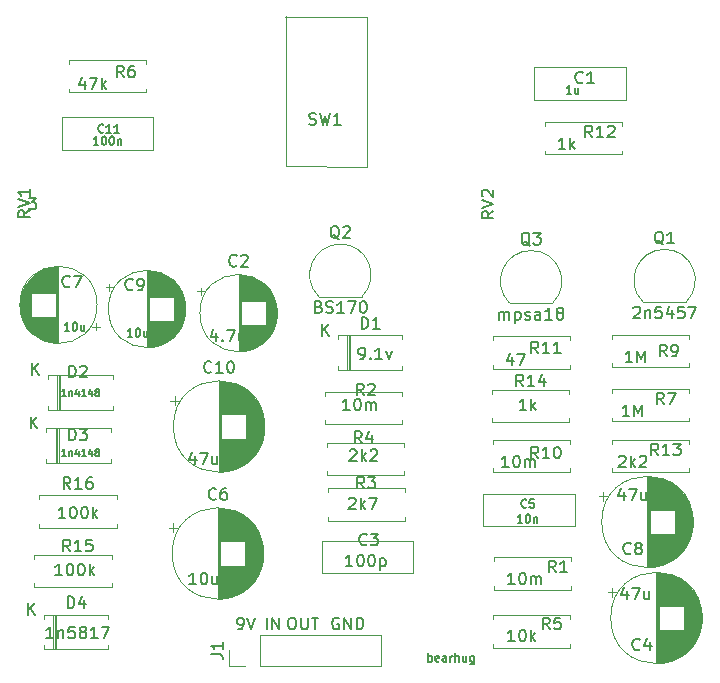
<source format=gbr>
G04 #@! TF.GenerationSoftware,KiCad,Pcbnew,7.0.11+dfsg-1build4*
G04 #@! TF.CreationDate,2026-01-25T21:49:34-05:00*
G04 #@! TF.ProjectId,compressor-01-bearhug,636f6d70-7265-4737-936f-722d30312d62,rev?*
G04 #@! TF.SameCoordinates,Original*
G04 #@! TF.FileFunction,Legend,Top*
G04 #@! TF.FilePolarity,Positive*
%FSLAX46Y46*%
G04 Gerber Fmt 4.6, Leading zero omitted, Abs format (unit mm)*
G04 Created by KiCad (PCBNEW 7.0.11+dfsg-1build4) date 2026-01-25 21:49:34*
%MOMM*%
%LPD*%
G01*
G04 APERTURE LIST*
%ADD10C,0.150000*%
%ADD11C,0.120000*%
G04 APERTURE END LIST*
D10*
X134382000Y-92672819D02*
X134572476Y-92672819D01*
X134572476Y-92672819D02*
X134667714Y-92720438D01*
X134667714Y-92720438D02*
X134762952Y-92815676D01*
X134762952Y-92815676D02*
X134810571Y-93006152D01*
X134810571Y-93006152D02*
X134810571Y-93339485D01*
X134810571Y-93339485D02*
X134762952Y-93529961D01*
X134762952Y-93529961D02*
X134667714Y-93625200D01*
X134667714Y-93625200D02*
X134572476Y-93672819D01*
X134572476Y-93672819D02*
X134382000Y-93672819D01*
X134382000Y-93672819D02*
X134286762Y-93625200D01*
X134286762Y-93625200D02*
X134191524Y-93529961D01*
X134191524Y-93529961D02*
X134143905Y-93339485D01*
X134143905Y-93339485D02*
X134143905Y-93006152D01*
X134143905Y-93006152D02*
X134191524Y-92815676D01*
X134191524Y-92815676D02*
X134286762Y-92720438D01*
X134286762Y-92720438D02*
X134382000Y-92672819D01*
X135239143Y-92672819D02*
X135239143Y-93482342D01*
X135239143Y-93482342D02*
X135286762Y-93577580D01*
X135286762Y-93577580D02*
X135334381Y-93625200D01*
X135334381Y-93625200D02*
X135429619Y-93672819D01*
X135429619Y-93672819D02*
X135620095Y-93672819D01*
X135620095Y-93672819D02*
X135715333Y-93625200D01*
X135715333Y-93625200D02*
X135762952Y-93577580D01*
X135762952Y-93577580D02*
X135810571Y-93482342D01*
X135810571Y-93482342D02*
X135810571Y-92672819D01*
X136143905Y-92672819D02*
X136715333Y-92672819D01*
X136429619Y-93672819D02*
X136429619Y-92672819D01*
X146015350Y-96406533D02*
X146015350Y-95706533D01*
X146015350Y-95973200D02*
X146082017Y-95939866D01*
X146082017Y-95939866D02*
X146215350Y-95939866D01*
X146215350Y-95939866D02*
X146282017Y-95973200D01*
X146282017Y-95973200D02*
X146315350Y-96006533D01*
X146315350Y-96006533D02*
X146348684Y-96073200D01*
X146348684Y-96073200D02*
X146348684Y-96273200D01*
X146348684Y-96273200D02*
X146315350Y-96339866D01*
X146315350Y-96339866D02*
X146282017Y-96373200D01*
X146282017Y-96373200D02*
X146215350Y-96406533D01*
X146215350Y-96406533D02*
X146082017Y-96406533D01*
X146082017Y-96406533D02*
X146015350Y-96373200D01*
X146915350Y-96373200D02*
X146848683Y-96406533D01*
X146848683Y-96406533D02*
X146715350Y-96406533D01*
X146715350Y-96406533D02*
X146648683Y-96373200D01*
X146648683Y-96373200D02*
X146615350Y-96306533D01*
X146615350Y-96306533D02*
X146615350Y-96039866D01*
X146615350Y-96039866D02*
X146648683Y-95973200D01*
X146648683Y-95973200D02*
X146715350Y-95939866D01*
X146715350Y-95939866D02*
X146848683Y-95939866D01*
X146848683Y-95939866D02*
X146915350Y-95973200D01*
X146915350Y-95973200D02*
X146948683Y-96039866D01*
X146948683Y-96039866D02*
X146948683Y-96106533D01*
X146948683Y-96106533D02*
X146615350Y-96173200D01*
X147548683Y-96406533D02*
X147548683Y-96039866D01*
X147548683Y-96039866D02*
X147515350Y-95973200D01*
X147515350Y-95973200D02*
X147448683Y-95939866D01*
X147448683Y-95939866D02*
X147315350Y-95939866D01*
X147315350Y-95939866D02*
X147248683Y-95973200D01*
X147548683Y-96373200D02*
X147482017Y-96406533D01*
X147482017Y-96406533D02*
X147315350Y-96406533D01*
X147315350Y-96406533D02*
X147248683Y-96373200D01*
X147248683Y-96373200D02*
X147215350Y-96306533D01*
X147215350Y-96306533D02*
X147215350Y-96239866D01*
X147215350Y-96239866D02*
X147248683Y-96173200D01*
X147248683Y-96173200D02*
X147315350Y-96139866D01*
X147315350Y-96139866D02*
X147482017Y-96139866D01*
X147482017Y-96139866D02*
X147548683Y-96106533D01*
X147882016Y-96406533D02*
X147882016Y-95939866D01*
X147882016Y-96073200D02*
X147915350Y-96006533D01*
X147915350Y-96006533D02*
X147948683Y-95973200D01*
X147948683Y-95973200D02*
X148015350Y-95939866D01*
X148015350Y-95939866D02*
X148082016Y-95939866D01*
X148315349Y-96406533D02*
X148315349Y-95706533D01*
X148615349Y-96406533D02*
X148615349Y-96039866D01*
X148615349Y-96039866D02*
X148582016Y-95973200D01*
X148582016Y-95973200D02*
X148515349Y-95939866D01*
X148515349Y-95939866D02*
X148415349Y-95939866D01*
X148415349Y-95939866D02*
X148348683Y-95973200D01*
X148348683Y-95973200D02*
X148315349Y-96006533D01*
X149248682Y-95939866D02*
X149248682Y-96406533D01*
X148948682Y-95939866D02*
X148948682Y-96306533D01*
X148948682Y-96306533D02*
X148982016Y-96373200D01*
X148982016Y-96373200D02*
X149048682Y-96406533D01*
X149048682Y-96406533D02*
X149148682Y-96406533D01*
X149148682Y-96406533D02*
X149215349Y-96373200D01*
X149215349Y-96373200D02*
X149248682Y-96339866D01*
X149882015Y-95939866D02*
X149882015Y-96506533D01*
X149882015Y-96506533D02*
X149848682Y-96573200D01*
X149848682Y-96573200D02*
X149815349Y-96606533D01*
X149815349Y-96606533D02*
X149748682Y-96639866D01*
X149748682Y-96639866D02*
X149648682Y-96639866D01*
X149648682Y-96639866D02*
X149582015Y-96606533D01*
X149882015Y-96373200D02*
X149815349Y-96406533D01*
X149815349Y-96406533D02*
X149682015Y-96406533D01*
X149682015Y-96406533D02*
X149615349Y-96373200D01*
X149615349Y-96373200D02*
X149582015Y-96339866D01*
X149582015Y-96339866D02*
X149548682Y-96273200D01*
X149548682Y-96273200D02*
X149548682Y-96073200D01*
X149548682Y-96073200D02*
X149582015Y-96006533D01*
X149582015Y-96006533D02*
X149615349Y-95973200D01*
X149615349Y-95973200D02*
X149682015Y-95939866D01*
X149682015Y-95939866D02*
X149815349Y-95939866D01*
X149815349Y-95939866D02*
X149882015Y-95973200D01*
X129936952Y-93672819D02*
X130127428Y-93672819D01*
X130127428Y-93672819D02*
X130222666Y-93625200D01*
X130222666Y-93625200D02*
X130270285Y-93577580D01*
X130270285Y-93577580D02*
X130365523Y-93434723D01*
X130365523Y-93434723D02*
X130413142Y-93244247D01*
X130413142Y-93244247D02*
X130413142Y-92863295D01*
X130413142Y-92863295D02*
X130365523Y-92768057D01*
X130365523Y-92768057D02*
X130317904Y-92720438D01*
X130317904Y-92720438D02*
X130222666Y-92672819D01*
X130222666Y-92672819D02*
X130032190Y-92672819D01*
X130032190Y-92672819D02*
X129936952Y-92720438D01*
X129936952Y-92720438D02*
X129889333Y-92768057D01*
X129889333Y-92768057D02*
X129841714Y-92863295D01*
X129841714Y-92863295D02*
X129841714Y-93101390D01*
X129841714Y-93101390D02*
X129889333Y-93196628D01*
X129889333Y-93196628D02*
X129936952Y-93244247D01*
X129936952Y-93244247D02*
X130032190Y-93291866D01*
X130032190Y-93291866D02*
X130222666Y-93291866D01*
X130222666Y-93291866D02*
X130317904Y-93244247D01*
X130317904Y-93244247D02*
X130365523Y-93196628D01*
X130365523Y-93196628D02*
X130413142Y-93101390D01*
X130698857Y-92672819D02*
X131032190Y-93672819D01*
X131032190Y-93672819D02*
X131365523Y-92672819D01*
X138430095Y-92720438D02*
X138334857Y-92672819D01*
X138334857Y-92672819D02*
X138192000Y-92672819D01*
X138192000Y-92672819D02*
X138049143Y-92720438D01*
X138049143Y-92720438D02*
X137953905Y-92815676D01*
X137953905Y-92815676D02*
X137906286Y-92910914D01*
X137906286Y-92910914D02*
X137858667Y-93101390D01*
X137858667Y-93101390D02*
X137858667Y-93244247D01*
X137858667Y-93244247D02*
X137906286Y-93434723D01*
X137906286Y-93434723D02*
X137953905Y-93529961D01*
X137953905Y-93529961D02*
X138049143Y-93625200D01*
X138049143Y-93625200D02*
X138192000Y-93672819D01*
X138192000Y-93672819D02*
X138287238Y-93672819D01*
X138287238Y-93672819D02*
X138430095Y-93625200D01*
X138430095Y-93625200D02*
X138477714Y-93577580D01*
X138477714Y-93577580D02*
X138477714Y-93244247D01*
X138477714Y-93244247D02*
X138287238Y-93244247D01*
X138906286Y-93672819D02*
X138906286Y-92672819D01*
X138906286Y-92672819D02*
X139477714Y-93672819D01*
X139477714Y-93672819D02*
X139477714Y-92672819D01*
X139953905Y-93672819D02*
X139953905Y-92672819D01*
X139953905Y-92672819D02*
X140192000Y-92672819D01*
X140192000Y-92672819D02*
X140334857Y-92720438D01*
X140334857Y-92720438D02*
X140430095Y-92815676D01*
X140430095Y-92815676D02*
X140477714Y-92910914D01*
X140477714Y-92910914D02*
X140525333Y-93101390D01*
X140525333Y-93101390D02*
X140525333Y-93244247D01*
X140525333Y-93244247D02*
X140477714Y-93434723D01*
X140477714Y-93434723D02*
X140430095Y-93529961D01*
X140430095Y-93529961D02*
X140334857Y-93625200D01*
X140334857Y-93625200D02*
X140192000Y-93672819D01*
X140192000Y-93672819D02*
X139953905Y-93672819D01*
X112188667Y-57112819D02*
X112807714Y-57112819D01*
X112807714Y-57112819D02*
X112474381Y-57493771D01*
X112474381Y-57493771D02*
X112617238Y-57493771D01*
X112617238Y-57493771D02*
X112712476Y-57541390D01*
X112712476Y-57541390D02*
X112760095Y-57589009D01*
X112760095Y-57589009D02*
X112807714Y-57684247D01*
X112807714Y-57684247D02*
X112807714Y-57922342D01*
X112807714Y-57922342D02*
X112760095Y-58017580D01*
X112760095Y-58017580D02*
X112712476Y-58065200D01*
X112712476Y-58065200D02*
X112617238Y-58112819D01*
X112617238Y-58112819D02*
X112331524Y-58112819D01*
X112331524Y-58112819D02*
X112236286Y-58065200D01*
X112236286Y-58065200D02*
X112188667Y-58017580D01*
X132318191Y-93672819D02*
X132318191Y-92672819D01*
X132794381Y-93672819D02*
X132794381Y-92672819D01*
X132794381Y-92672819D02*
X133365809Y-93672819D01*
X133365809Y-93672819D02*
X133365809Y-92672819D01*
X159091333Y-47349580D02*
X159043714Y-47397200D01*
X159043714Y-47397200D02*
X158900857Y-47444819D01*
X158900857Y-47444819D02*
X158805619Y-47444819D01*
X158805619Y-47444819D02*
X158662762Y-47397200D01*
X158662762Y-47397200D02*
X158567524Y-47301961D01*
X158567524Y-47301961D02*
X158519905Y-47206723D01*
X158519905Y-47206723D02*
X158472286Y-47016247D01*
X158472286Y-47016247D02*
X158472286Y-46873390D01*
X158472286Y-46873390D02*
X158519905Y-46682914D01*
X158519905Y-46682914D02*
X158567524Y-46587676D01*
X158567524Y-46587676D02*
X158662762Y-46492438D01*
X158662762Y-46492438D02*
X158805619Y-46444819D01*
X158805619Y-46444819D02*
X158900857Y-46444819D01*
X158900857Y-46444819D02*
X159043714Y-46492438D01*
X159043714Y-46492438D02*
X159091333Y-46540057D01*
X160043714Y-47444819D02*
X159472286Y-47444819D01*
X159758000Y-47444819D02*
X159758000Y-46444819D01*
X159758000Y-46444819D02*
X159662762Y-46587676D01*
X159662762Y-46587676D02*
X159567524Y-46682914D01*
X159567524Y-46682914D02*
X159472286Y-46730533D01*
X158125333Y-48322033D02*
X157725333Y-48322033D01*
X157925333Y-48322033D02*
X157925333Y-47622033D01*
X157925333Y-47622033D02*
X157858666Y-47722033D01*
X157858666Y-47722033D02*
X157792000Y-47788700D01*
X157792000Y-47788700D02*
X157725333Y-47822033D01*
X158725333Y-47855366D02*
X158725333Y-48322033D01*
X158425333Y-47855366D02*
X158425333Y-48222033D01*
X158425333Y-48222033D02*
X158458667Y-48288700D01*
X158458667Y-48288700D02*
X158525333Y-48322033D01*
X158525333Y-48322033D02*
X158625333Y-48322033D01*
X158625333Y-48322033D02*
X158692000Y-48288700D01*
X158692000Y-48288700D02*
X158725333Y-48255366D01*
X129783333Y-62859580D02*
X129735714Y-62907200D01*
X129735714Y-62907200D02*
X129592857Y-62954819D01*
X129592857Y-62954819D02*
X129497619Y-62954819D01*
X129497619Y-62954819D02*
X129354762Y-62907200D01*
X129354762Y-62907200D02*
X129259524Y-62811961D01*
X129259524Y-62811961D02*
X129211905Y-62716723D01*
X129211905Y-62716723D02*
X129164286Y-62526247D01*
X129164286Y-62526247D02*
X129164286Y-62383390D01*
X129164286Y-62383390D02*
X129211905Y-62192914D01*
X129211905Y-62192914D02*
X129259524Y-62097676D01*
X129259524Y-62097676D02*
X129354762Y-62002438D01*
X129354762Y-62002438D02*
X129497619Y-61954819D01*
X129497619Y-61954819D02*
X129592857Y-61954819D01*
X129592857Y-61954819D02*
X129735714Y-62002438D01*
X129735714Y-62002438D02*
X129783333Y-62050057D01*
X130164286Y-62050057D02*
X130211905Y-62002438D01*
X130211905Y-62002438D02*
X130307143Y-61954819D01*
X130307143Y-61954819D02*
X130545238Y-61954819D01*
X130545238Y-61954819D02*
X130640476Y-62002438D01*
X130640476Y-62002438D02*
X130688095Y-62050057D01*
X130688095Y-62050057D02*
X130735714Y-62145295D01*
X130735714Y-62145295D02*
X130735714Y-62240533D01*
X130735714Y-62240533D02*
X130688095Y-62383390D01*
X130688095Y-62383390D02*
X130116667Y-62954819D01*
X130116667Y-62954819D02*
X130735714Y-62954819D01*
X128055809Y-68622152D02*
X128055809Y-69288819D01*
X127817714Y-68241200D02*
X127579619Y-68955485D01*
X127579619Y-68955485D02*
X128198666Y-68955485D01*
X128579619Y-69193580D02*
X128627238Y-69241200D01*
X128627238Y-69241200D02*
X128579619Y-69288819D01*
X128579619Y-69288819D02*
X128532000Y-69241200D01*
X128532000Y-69241200D02*
X128579619Y-69193580D01*
X128579619Y-69193580D02*
X128579619Y-69288819D01*
X128960571Y-68288819D02*
X129627237Y-68288819D01*
X129627237Y-68288819D02*
X129198666Y-69288819D01*
X130436761Y-68622152D02*
X130436761Y-69288819D01*
X130008190Y-68622152D02*
X130008190Y-69145961D01*
X130008190Y-69145961D02*
X130055809Y-69241200D01*
X130055809Y-69241200D02*
X130151047Y-69288819D01*
X130151047Y-69288819D02*
X130293904Y-69288819D01*
X130293904Y-69288819D02*
X130389142Y-69241200D01*
X130389142Y-69241200D02*
X130436761Y-69193580D01*
X140803333Y-86465580D02*
X140755714Y-86513200D01*
X140755714Y-86513200D02*
X140612857Y-86560819D01*
X140612857Y-86560819D02*
X140517619Y-86560819D01*
X140517619Y-86560819D02*
X140374762Y-86513200D01*
X140374762Y-86513200D02*
X140279524Y-86417961D01*
X140279524Y-86417961D02*
X140231905Y-86322723D01*
X140231905Y-86322723D02*
X140184286Y-86132247D01*
X140184286Y-86132247D02*
X140184286Y-85989390D01*
X140184286Y-85989390D02*
X140231905Y-85798914D01*
X140231905Y-85798914D02*
X140279524Y-85703676D01*
X140279524Y-85703676D02*
X140374762Y-85608438D01*
X140374762Y-85608438D02*
X140517619Y-85560819D01*
X140517619Y-85560819D02*
X140612857Y-85560819D01*
X140612857Y-85560819D02*
X140755714Y-85608438D01*
X140755714Y-85608438D02*
X140803333Y-85656057D01*
X141136667Y-85560819D02*
X141755714Y-85560819D01*
X141755714Y-85560819D02*
X141422381Y-85941771D01*
X141422381Y-85941771D02*
X141565238Y-85941771D01*
X141565238Y-85941771D02*
X141660476Y-85989390D01*
X141660476Y-85989390D02*
X141708095Y-86037009D01*
X141708095Y-86037009D02*
X141755714Y-86132247D01*
X141755714Y-86132247D02*
X141755714Y-86370342D01*
X141755714Y-86370342D02*
X141708095Y-86465580D01*
X141708095Y-86465580D02*
X141660476Y-86513200D01*
X141660476Y-86513200D02*
X141565238Y-86560819D01*
X141565238Y-86560819D02*
X141279524Y-86560819D01*
X141279524Y-86560819D02*
X141184286Y-86513200D01*
X141184286Y-86513200D02*
X141136667Y-86465580D01*
X139596952Y-88338819D02*
X139025524Y-88338819D01*
X139311238Y-88338819D02*
X139311238Y-87338819D01*
X139311238Y-87338819D02*
X139216000Y-87481676D01*
X139216000Y-87481676D02*
X139120762Y-87576914D01*
X139120762Y-87576914D02*
X139025524Y-87624533D01*
X140216000Y-87338819D02*
X140311238Y-87338819D01*
X140311238Y-87338819D02*
X140406476Y-87386438D01*
X140406476Y-87386438D02*
X140454095Y-87434057D01*
X140454095Y-87434057D02*
X140501714Y-87529295D01*
X140501714Y-87529295D02*
X140549333Y-87719771D01*
X140549333Y-87719771D02*
X140549333Y-87957866D01*
X140549333Y-87957866D02*
X140501714Y-88148342D01*
X140501714Y-88148342D02*
X140454095Y-88243580D01*
X140454095Y-88243580D02*
X140406476Y-88291200D01*
X140406476Y-88291200D02*
X140311238Y-88338819D01*
X140311238Y-88338819D02*
X140216000Y-88338819D01*
X140216000Y-88338819D02*
X140120762Y-88291200D01*
X140120762Y-88291200D02*
X140073143Y-88243580D01*
X140073143Y-88243580D02*
X140025524Y-88148342D01*
X140025524Y-88148342D02*
X139977905Y-87957866D01*
X139977905Y-87957866D02*
X139977905Y-87719771D01*
X139977905Y-87719771D02*
X140025524Y-87529295D01*
X140025524Y-87529295D02*
X140073143Y-87434057D01*
X140073143Y-87434057D02*
X140120762Y-87386438D01*
X140120762Y-87386438D02*
X140216000Y-87338819D01*
X141168381Y-87338819D02*
X141263619Y-87338819D01*
X141263619Y-87338819D02*
X141358857Y-87386438D01*
X141358857Y-87386438D02*
X141406476Y-87434057D01*
X141406476Y-87434057D02*
X141454095Y-87529295D01*
X141454095Y-87529295D02*
X141501714Y-87719771D01*
X141501714Y-87719771D02*
X141501714Y-87957866D01*
X141501714Y-87957866D02*
X141454095Y-88148342D01*
X141454095Y-88148342D02*
X141406476Y-88243580D01*
X141406476Y-88243580D02*
X141358857Y-88291200D01*
X141358857Y-88291200D02*
X141263619Y-88338819D01*
X141263619Y-88338819D02*
X141168381Y-88338819D01*
X141168381Y-88338819D02*
X141073143Y-88291200D01*
X141073143Y-88291200D02*
X141025524Y-88243580D01*
X141025524Y-88243580D02*
X140977905Y-88148342D01*
X140977905Y-88148342D02*
X140930286Y-87957866D01*
X140930286Y-87957866D02*
X140930286Y-87719771D01*
X140930286Y-87719771D02*
X140977905Y-87529295D01*
X140977905Y-87529295D02*
X141025524Y-87434057D01*
X141025524Y-87434057D02*
X141073143Y-87386438D01*
X141073143Y-87386438D02*
X141168381Y-87338819D01*
X141930286Y-87672152D02*
X141930286Y-88672152D01*
X141930286Y-87719771D02*
X142025524Y-87672152D01*
X142025524Y-87672152D02*
X142216000Y-87672152D01*
X142216000Y-87672152D02*
X142311238Y-87719771D01*
X142311238Y-87719771D02*
X142358857Y-87767390D01*
X142358857Y-87767390D02*
X142406476Y-87862628D01*
X142406476Y-87862628D02*
X142406476Y-88148342D01*
X142406476Y-88148342D02*
X142358857Y-88243580D01*
X142358857Y-88243580D02*
X142311238Y-88291200D01*
X142311238Y-88291200D02*
X142216000Y-88338819D01*
X142216000Y-88338819D02*
X142025524Y-88338819D01*
X142025524Y-88338819D02*
X141930286Y-88291200D01*
X163917333Y-95355580D02*
X163869714Y-95403200D01*
X163869714Y-95403200D02*
X163726857Y-95450819D01*
X163726857Y-95450819D02*
X163631619Y-95450819D01*
X163631619Y-95450819D02*
X163488762Y-95403200D01*
X163488762Y-95403200D02*
X163393524Y-95307961D01*
X163393524Y-95307961D02*
X163345905Y-95212723D01*
X163345905Y-95212723D02*
X163298286Y-95022247D01*
X163298286Y-95022247D02*
X163298286Y-94879390D01*
X163298286Y-94879390D02*
X163345905Y-94688914D01*
X163345905Y-94688914D02*
X163393524Y-94593676D01*
X163393524Y-94593676D02*
X163488762Y-94498438D01*
X163488762Y-94498438D02*
X163631619Y-94450819D01*
X163631619Y-94450819D02*
X163726857Y-94450819D01*
X163726857Y-94450819D02*
X163869714Y-94498438D01*
X163869714Y-94498438D02*
X163917333Y-94546057D01*
X164774476Y-94784152D02*
X164774476Y-95450819D01*
X164536381Y-94403200D02*
X164298286Y-95117485D01*
X164298286Y-95117485D02*
X164917333Y-95117485D01*
X162837904Y-90466152D02*
X162837904Y-91132819D01*
X162599809Y-90085200D02*
X162361714Y-90799485D01*
X162361714Y-90799485D02*
X162980761Y-90799485D01*
X163266476Y-90132819D02*
X163933142Y-90132819D01*
X163933142Y-90132819D02*
X163504571Y-91132819D01*
X164742666Y-90466152D02*
X164742666Y-91132819D01*
X164314095Y-90466152D02*
X164314095Y-90989961D01*
X164314095Y-90989961D02*
X164361714Y-91085200D01*
X164361714Y-91085200D02*
X164456952Y-91132819D01*
X164456952Y-91132819D02*
X164599809Y-91132819D01*
X164599809Y-91132819D02*
X164695047Y-91085200D01*
X164695047Y-91085200D02*
X164742666Y-91037580D01*
X128033333Y-82609580D02*
X127985714Y-82657200D01*
X127985714Y-82657200D02*
X127842857Y-82704819D01*
X127842857Y-82704819D02*
X127747619Y-82704819D01*
X127747619Y-82704819D02*
X127604762Y-82657200D01*
X127604762Y-82657200D02*
X127509524Y-82561961D01*
X127509524Y-82561961D02*
X127461905Y-82466723D01*
X127461905Y-82466723D02*
X127414286Y-82276247D01*
X127414286Y-82276247D02*
X127414286Y-82133390D01*
X127414286Y-82133390D02*
X127461905Y-81942914D01*
X127461905Y-81942914D02*
X127509524Y-81847676D01*
X127509524Y-81847676D02*
X127604762Y-81752438D01*
X127604762Y-81752438D02*
X127747619Y-81704819D01*
X127747619Y-81704819D02*
X127842857Y-81704819D01*
X127842857Y-81704819D02*
X127985714Y-81752438D01*
X127985714Y-81752438D02*
X128033333Y-81800057D01*
X128890476Y-81704819D02*
X128700000Y-81704819D01*
X128700000Y-81704819D02*
X128604762Y-81752438D01*
X128604762Y-81752438D02*
X128557143Y-81800057D01*
X128557143Y-81800057D02*
X128461905Y-81942914D01*
X128461905Y-81942914D02*
X128414286Y-82133390D01*
X128414286Y-82133390D02*
X128414286Y-82514342D01*
X128414286Y-82514342D02*
X128461905Y-82609580D01*
X128461905Y-82609580D02*
X128509524Y-82657200D01*
X128509524Y-82657200D02*
X128604762Y-82704819D01*
X128604762Y-82704819D02*
X128795238Y-82704819D01*
X128795238Y-82704819D02*
X128890476Y-82657200D01*
X128890476Y-82657200D02*
X128938095Y-82609580D01*
X128938095Y-82609580D02*
X128985714Y-82514342D01*
X128985714Y-82514342D02*
X128985714Y-82276247D01*
X128985714Y-82276247D02*
X128938095Y-82181009D01*
X128938095Y-82181009D02*
X128890476Y-82133390D01*
X128890476Y-82133390D02*
X128795238Y-82085771D01*
X128795238Y-82085771D02*
X128604762Y-82085771D01*
X128604762Y-82085771D02*
X128509524Y-82133390D01*
X128509524Y-82133390D02*
X128461905Y-82181009D01*
X128461905Y-82181009D02*
X128414286Y-82276247D01*
X126357142Y-89862819D02*
X125785714Y-89862819D01*
X126071428Y-89862819D02*
X126071428Y-88862819D01*
X126071428Y-88862819D02*
X125976190Y-89005676D01*
X125976190Y-89005676D02*
X125880952Y-89100914D01*
X125880952Y-89100914D02*
X125785714Y-89148533D01*
X126976190Y-88862819D02*
X127071428Y-88862819D01*
X127071428Y-88862819D02*
X127166666Y-88910438D01*
X127166666Y-88910438D02*
X127214285Y-88958057D01*
X127214285Y-88958057D02*
X127261904Y-89053295D01*
X127261904Y-89053295D02*
X127309523Y-89243771D01*
X127309523Y-89243771D02*
X127309523Y-89481866D01*
X127309523Y-89481866D02*
X127261904Y-89672342D01*
X127261904Y-89672342D02*
X127214285Y-89767580D01*
X127214285Y-89767580D02*
X127166666Y-89815200D01*
X127166666Y-89815200D02*
X127071428Y-89862819D01*
X127071428Y-89862819D02*
X126976190Y-89862819D01*
X126976190Y-89862819D02*
X126880952Y-89815200D01*
X126880952Y-89815200D02*
X126833333Y-89767580D01*
X126833333Y-89767580D02*
X126785714Y-89672342D01*
X126785714Y-89672342D02*
X126738095Y-89481866D01*
X126738095Y-89481866D02*
X126738095Y-89243771D01*
X126738095Y-89243771D02*
X126785714Y-89053295D01*
X126785714Y-89053295D02*
X126833333Y-88958057D01*
X126833333Y-88958057D02*
X126880952Y-88910438D01*
X126880952Y-88910438D02*
X126976190Y-88862819D01*
X128166666Y-89196152D02*
X128166666Y-89862819D01*
X127738095Y-89196152D02*
X127738095Y-89719961D01*
X127738095Y-89719961D02*
X127785714Y-89815200D01*
X127785714Y-89815200D02*
X127880952Y-89862819D01*
X127880952Y-89862819D02*
X128023809Y-89862819D01*
X128023809Y-89862819D02*
X128119047Y-89815200D01*
X128119047Y-89815200D02*
X128166666Y-89767580D01*
X115657333Y-64621580D02*
X115609714Y-64669200D01*
X115609714Y-64669200D02*
X115466857Y-64716819D01*
X115466857Y-64716819D02*
X115371619Y-64716819D01*
X115371619Y-64716819D02*
X115228762Y-64669200D01*
X115228762Y-64669200D02*
X115133524Y-64573961D01*
X115133524Y-64573961D02*
X115085905Y-64478723D01*
X115085905Y-64478723D02*
X115038286Y-64288247D01*
X115038286Y-64288247D02*
X115038286Y-64145390D01*
X115038286Y-64145390D02*
X115085905Y-63954914D01*
X115085905Y-63954914D02*
X115133524Y-63859676D01*
X115133524Y-63859676D02*
X115228762Y-63764438D01*
X115228762Y-63764438D02*
X115371619Y-63716819D01*
X115371619Y-63716819D02*
X115466857Y-63716819D01*
X115466857Y-63716819D02*
X115609714Y-63764438D01*
X115609714Y-63764438D02*
X115657333Y-63812057D01*
X115990667Y-63716819D02*
X116657333Y-63716819D01*
X116657333Y-63716819D02*
X116228762Y-64716819D01*
X115628000Y-68388033D02*
X115228000Y-68388033D01*
X115428000Y-68388033D02*
X115428000Y-67688033D01*
X115428000Y-67688033D02*
X115361333Y-67788033D01*
X115361333Y-67788033D02*
X115294667Y-67854700D01*
X115294667Y-67854700D02*
X115228000Y-67888033D01*
X116061334Y-67688033D02*
X116128000Y-67688033D01*
X116128000Y-67688033D02*
X116194667Y-67721366D01*
X116194667Y-67721366D02*
X116228000Y-67754700D01*
X116228000Y-67754700D02*
X116261334Y-67821366D01*
X116261334Y-67821366D02*
X116294667Y-67954700D01*
X116294667Y-67954700D02*
X116294667Y-68121366D01*
X116294667Y-68121366D02*
X116261334Y-68254700D01*
X116261334Y-68254700D02*
X116228000Y-68321366D01*
X116228000Y-68321366D02*
X116194667Y-68354700D01*
X116194667Y-68354700D02*
X116128000Y-68388033D01*
X116128000Y-68388033D02*
X116061334Y-68388033D01*
X116061334Y-68388033D02*
X115994667Y-68354700D01*
X115994667Y-68354700D02*
X115961334Y-68321366D01*
X115961334Y-68321366D02*
X115928000Y-68254700D01*
X115928000Y-68254700D02*
X115894667Y-68121366D01*
X115894667Y-68121366D02*
X115894667Y-67954700D01*
X115894667Y-67954700D02*
X115928000Y-67821366D01*
X115928000Y-67821366D02*
X115961334Y-67754700D01*
X115961334Y-67754700D02*
X115994667Y-67721366D01*
X115994667Y-67721366D02*
X116061334Y-67688033D01*
X116894667Y-67921366D02*
X116894667Y-68388033D01*
X116594667Y-67921366D02*
X116594667Y-68288033D01*
X116594667Y-68288033D02*
X116628001Y-68354700D01*
X116628001Y-68354700D02*
X116694667Y-68388033D01*
X116694667Y-68388033D02*
X116794667Y-68388033D01*
X116794667Y-68388033D02*
X116861334Y-68354700D01*
X116861334Y-68354700D02*
X116894667Y-68321366D01*
X163155333Y-87227580D02*
X163107714Y-87275200D01*
X163107714Y-87275200D02*
X162964857Y-87322819D01*
X162964857Y-87322819D02*
X162869619Y-87322819D01*
X162869619Y-87322819D02*
X162726762Y-87275200D01*
X162726762Y-87275200D02*
X162631524Y-87179961D01*
X162631524Y-87179961D02*
X162583905Y-87084723D01*
X162583905Y-87084723D02*
X162536286Y-86894247D01*
X162536286Y-86894247D02*
X162536286Y-86751390D01*
X162536286Y-86751390D02*
X162583905Y-86560914D01*
X162583905Y-86560914D02*
X162631524Y-86465676D01*
X162631524Y-86465676D02*
X162726762Y-86370438D01*
X162726762Y-86370438D02*
X162869619Y-86322819D01*
X162869619Y-86322819D02*
X162964857Y-86322819D01*
X162964857Y-86322819D02*
X163107714Y-86370438D01*
X163107714Y-86370438D02*
X163155333Y-86418057D01*
X163726762Y-86751390D02*
X163631524Y-86703771D01*
X163631524Y-86703771D02*
X163583905Y-86656152D01*
X163583905Y-86656152D02*
X163536286Y-86560914D01*
X163536286Y-86560914D02*
X163536286Y-86513295D01*
X163536286Y-86513295D02*
X163583905Y-86418057D01*
X163583905Y-86418057D02*
X163631524Y-86370438D01*
X163631524Y-86370438D02*
X163726762Y-86322819D01*
X163726762Y-86322819D02*
X163917238Y-86322819D01*
X163917238Y-86322819D02*
X164012476Y-86370438D01*
X164012476Y-86370438D02*
X164060095Y-86418057D01*
X164060095Y-86418057D02*
X164107714Y-86513295D01*
X164107714Y-86513295D02*
X164107714Y-86560914D01*
X164107714Y-86560914D02*
X164060095Y-86656152D01*
X164060095Y-86656152D02*
X164012476Y-86703771D01*
X164012476Y-86703771D02*
X163917238Y-86751390D01*
X163917238Y-86751390D02*
X163726762Y-86751390D01*
X163726762Y-86751390D02*
X163631524Y-86799009D01*
X163631524Y-86799009D02*
X163583905Y-86846628D01*
X163583905Y-86846628D02*
X163536286Y-86941866D01*
X163536286Y-86941866D02*
X163536286Y-87132342D01*
X163536286Y-87132342D02*
X163583905Y-87227580D01*
X163583905Y-87227580D02*
X163631524Y-87275200D01*
X163631524Y-87275200D02*
X163726762Y-87322819D01*
X163726762Y-87322819D02*
X163917238Y-87322819D01*
X163917238Y-87322819D02*
X164012476Y-87275200D01*
X164012476Y-87275200D02*
X164060095Y-87227580D01*
X164060095Y-87227580D02*
X164107714Y-87132342D01*
X164107714Y-87132342D02*
X164107714Y-86941866D01*
X164107714Y-86941866D02*
X164060095Y-86846628D01*
X164060095Y-86846628D02*
X164012476Y-86799009D01*
X164012476Y-86799009D02*
X163917238Y-86751390D01*
X162583904Y-82084152D02*
X162583904Y-82750819D01*
X162345809Y-81703200D02*
X162107714Y-82417485D01*
X162107714Y-82417485D02*
X162726761Y-82417485D01*
X163012476Y-81750819D02*
X163679142Y-81750819D01*
X163679142Y-81750819D02*
X163250571Y-82750819D01*
X164488666Y-82084152D02*
X164488666Y-82750819D01*
X164060095Y-82084152D02*
X164060095Y-82607961D01*
X164060095Y-82607961D02*
X164107714Y-82703200D01*
X164107714Y-82703200D02*
X164202952Y-82750819D01*
X164202952Y-82750819D02*
X164345809Y-82750819D01*
X164345809Y-82750819D02*
X164441047Y-82703200D01*
X164441047Y-82703200D02*
X164488666Y-82655580D01*
X120991333Y-64875580D02*
X120943714Y-64923200D01*
X120943714Y-64923200D02*
X120800857Y-64970819D01*
X120800857Y-64970819D02*
X120705619Y-64970819D01*
X120705619Y-64970819D02*
X120562762Y-64923200D01*
X120562762Y-64923200D02*
X120467524Y-64827961D01*
X120467524Y-64827961D02*
X120419905Y-64732723D01*
X120419905Y-64732723D02*
X120372286Y-64542247D01*
X120372286Y-64542247D02*
X120372286Y-64399390D01*
X120372286Y-64399390D02*
X120419905Y-64208914D01*
X120419905Y-64208914D02*
X120467524Y-64113676D01*
X120467524Y-64113676D02*
X120562762Y-64018438D01*
X120562762Y-64018438D02*
X120705619Y-63970819D01*
X120705619Y-63970819D02*
X120800857Y-63970819D01*
X120800857Y-63970819D02*
X120943714Y-64018438D01*
X120943714Y-64018438D02*
X120991333Y-64066057D01*
X121467524Y-64970819D02*
X121658000Y-64970819D01*
X121658000Y-64970819D02*
X121753238Y-64923200D01*
X121753238Y-64923200D02*
X121800857Y-64875580D01*
X121800857Y-64875580D02*
X121896095Y-64732723D01*
X121896095Y-64732723D02*
X121943714Y-64542247D01*
X121943714Y-64542247D02*
X121943714Y-64161295D01*
X121943714Y-64161295D02*
X121896095Y-64066057D01*
X121896095Y-64066057D02*
X121848476Y-64018438D01*
X121848476Y-64018438D02*
X121753238Y-63970819D01*
X121753238Y-63970819D02*
X121562762Y-63970819D01*
X121562762Y-63970819D02*
X121467524Y-64018438D01*
X121467524Y-64018438D02*
X121419905Y-64066057D01*
X121419905Y-64066057D02*
X121372286Y-64161295D01*
X121372286Y-64161295D02*
X121372286Y-64399390D01*
X121372286Y-64399390D02*
X121419905Y-64494628D01*
X121419905Y-64494628D02*
X121467524Y-64542247D01*
X121467524Y-64542247D02*
X121562762Y-64589866D01*
X121562762Y-64589866D02*
X121753238Y-64589866D01*
X121753238Y-64589866D02*
X121848476Y-64542247D01*
X121848476Y-64542247D02*
X121896095Y-64494628D01*
X121896095Y-64494628D02*
X121943714Y-64399390D01*
X120962000Y-68896033D02*
X120562000Y-68896033D01*
X120762000Y-68896033D02*
X120762000Y-68196033D01*
X120762000Y-68196033D02*
X120695333Y-68296033D01*
X120695333Y-68296033D02*
X120628667Y-68362700D01*
X120628667Y-68362700D02*
X120562000Y-68396033D01*
X121395334Y-68196033D02*
X121462000Y-68196033D01*
X121462000Y-68196033D02*
X121528667Y-68229366D01*
X121528667Y-68229366D02*
X121562000Y-68262700D01*
X121562000Y-68262700D02*
X121595334Y-68329366D01*
X121595334Y-68329366D02*
X121628667Y-68462700D01*
X121628667Y-68462700D02*
X121628667Y-68629366D01*
X121628667Y-68629366D02*
X121595334Y-68762700D01*
X121595334Y-68762700D02*
X121562000Y-68829366D01*
X121562000Y-68829366D02*
X121528667Y-68862700D01*
X121528667Y-68862700D02*
X121462000Y-68896033D01*
X121462000Y-68896033D02*
X121395334Y-68896033D01*
X121395334Y-68896033D02*
X121328667Y-68862700D01*
X121328667Y-68862700D02*
X121295334Y-68829366D01*
X121295334Y-68829366D02*
X121262000Y-68762700D01*
X121262000Y-68762700D02*
X121228667Y-68629366D01*
X121228667Y-68629366D02*
X121228667Y-68462700D01*
X121228667Y-68462700D02*
X121262000Y-68329366D01*
X121262000Y-68329366D02*
X121295334Y-68262700D01*
X121295334Y-68262700D02*
X121328667Y-68229366D01*
X121328667Y-68229366D02*
X121395334Y-68196033D01*
X122228667Y-68429366D02*
X122228667Y-68896033D01*
X121928667Y-68429366D02*
X121928667Y-68796033D01*
X121928667Y-68796033D02*
X121962001Y-68862700D01*
X121962001Y-68862700D02*
X122028667Y-68896033D01*
X122028667Y-68896033D02*
X122128667Y-68896033D01*
X122128667Y-68896033D02*
X122195334Y-68862700D01*
X122195334Y-68862700D02*
X122228667Y-68829366D01*
X127657142Y-71859580D02*
X127609523Y-71907200D01*
X127609523Y-71907200D02*
X127466666Y-71954819D01*
X127466666Y-71954819D02*
X127371428Y-71954819D01*
X127371428Y-71954819D02*
X127228571Y-71907200D01*
X127228571Y-71907200D02*
X127133333Y-71811961D01*
X127133333Y-71811961D02*
X127085714Y-71716723D01*
X127085714Y-71716723D02*
X127038095Y-71526247D01*
X127038095Y-71526247D02*
X127038095Y-71383390D01*
X127038095Y-71383390D02*
X127085714Y-71192914D01*
X127085714Y-71192914D02*
X127133333Y-71097676D01*
X127133333Y-71097676D02*
X127228571Y-71002438D01*
X127228571Y-71002438D02*
X127371428Y-70954819D01*
X127371428Y-70954819D02*
X127466666Y-70954819D01*
X127466666Y-70954819D02*
X127609523Y-71002438D01*
X127609523Y-71002438D02*
X127657142Y-71050057D01*
X128609523Y-71954819D02*
X128038095Y-71954819D01*
X128323809Y-71954819D02*
X128323809Y-70954819D01*
X128323809Y-70954819D02*
X128228571Y-71097676D01*
X128228571Y-71097676D02*
X128133333Y-71192914D01*
X128133333Y-71192914D02*
X128038095Y-71240533D01*
X129228571Y-70954819D02*
X129323809Y-70954819D01*
X129323809Y-70954819D02*
X129419047Y-71002438D01*
X129419047Y-71002438D02*
X129466666Y-71050057D01*
X129466666Y-71050057D02*
X129514285Y-71145295D01*
X129514285Y-71145295D02*
X129561904Y-71335771D01*
X129561904Y-71335771D02*
X129561904Y-71573866D01*
X129561904Y-71573866D02*
X129514285Y-71764342D01*
X129514285Y-71764342D02*
X129466666Y-71859580D01*
X129466666Y-71859580D02*
X129419047Y-71907200D01*
X129419047Y-71907200D02*
X129323809Y-71954819D01*
X129323809Y-71954819D02*
X129228571Y-71954819D01*
X129228571Y-71954819D02*
X129133333Y-71907200D01*
X129133333Y-71907200D02*
X129085714Y-71859580D01*
X129085714Y-71859580D02*
X129038095Y-71764342D01*
X129038095Y-71764342D02*
X128990476Y-71573866D01*
X128990476Y-71573866D02*
X128990476Y-71335771D01*
X128990476Y-71335771D02*
X129038095Y-71145295D01*
X129038095Y-71145295D02*
X129085714Y-71050057D01*
X129085714Y-71050057D02*
X129133333Y-71002438D01*
X129133333Y-71002438D02*
X129228571Y-70954819D01*
X126261904Y-79036152D02*
X126261904Y-79702819D01*
X126023809Y-78655200D02*
X125785714Y-79369485D01*
X125785714Y-79369485D02*
X126404761Y-79369485D01*
X126690476Y-78702819D02*
X127357142Y-78702819D01*
X127357142Y-78702819D02*
X126928571Y-79702819D01*
X128166666Y-79036152D02*
X128166666Y-79702819D01*
X127738095Y-79036152D02*
X127738095Y-79559961D01*
X127738095Y-79559961D02*
X127785714Y-79655200D01*
X127785714Y-79655200D02*
X127880952Y-79702819D01*
X127880952Y-79702819D02*
X128023809Y-79702819D01*
X128023809Y-79702819D02*
X128119047Y-79655200D01*
X128119047Y-79655200D02*
X128166666Y-79607580D01*
X118493999Y-51557366D02*
X118460666Y-51590700D01*
X118460666Y-51590700D02*
X118360666Y-51624033D01*
X118360666Y-51624033D02*
X118293999Y-51624033D01*
X118293999Y-51624033D02*
X118193999Y-51590700D01*
X118193999Y-51590700D02*
X118127333Y-51524033D01*
X118127333Y-51524033D02*
X118093999Y-51457366D01*
X118093999Y-51457366D02*
X118060666Y-51324033D01*
X118060666Y-51324033D02*
X118060666Y-51224033D01*
X118060666Y-51224033D02*
X118093999Y-51090700D01*
X118093999Y-51090700D02*
X118127333Y-51024033D01*
X118127333Y-51024033D02*
X118193999Y-50957366D01*
X118193999Y-50957366D02*
X118293999Y-50924033D01*
X118293999Y-50924033D02*
X118360666Y-50924033D01*
X118360666Y-50924033D02*
X118460666Y-50957366D01*
X118460666Y-50957366D02*
X118493999Y-50990700D01*
X119160666Y-51624033D02*
X118760666Y-51624033D01*
X118960666Y-51624033D02*
X118960666Y-50924033D01*
X118960666Y-50924033D02*
X118893999Y-51024033D01*
X118893999Y-51024033D02*
X118827333Y-51090700D01*
X118827333Y-51090700D02*
X118760666Y-51124033D01*
X119827333Y-51624033D02*
X119427333Y-51624033D01*
X119627333Y-51624033D02*
X119627333Y-50924033D01*
X119627333Y-50924033D02*
X119560666Y-51024033D01*
X119560666Y-51024033D02*
X119494000Y-51090700D01*
X119494000Y-51090700D02*
X119427333Y-51124033D01*
X118088666Y-52640033D02*
X117688666Y-52640033D01*
X117888666Y-52640033D02*
X117888666Y-51940033D01*
X117888666Y-51940033D02*
X117821999Y-52040033D01*
X117821999Y-52040033D02*
X117755333Y-52106700D01*
X117755333Y-52106700D02*
X117688666Y-52140033D01*
X118522000Y-51940033D02*
X118588666Y-51940033D01*
X118588666Y-51940033D02*
X118655333Y-51973366D01*
X118655333Y-51973366D02*
X118688666Y-52006700D01*
X118688666Y-52006700D02*
X118722000Y-52073366D01*
X118722000Y-52073366D02*
X118755333Y-52206700D01*
X118755333Y-52206700D02*
X118755333Y-52373366D01*
X118755333Y-52373366D02*
X118722000Y-52506700D01*
X118722000Y-52506700D02*
X118688666Y-52573366D01*
X118688666Y-52573366D02*
X118655333Y-52606700D01*
X118655333Y-52606700D02*
X118588666Y-52640033D01*
X118588666Y-52640033D02*
X118522000Y-52640033D01*
X118522000Y-52640033D02*
X118455333Y-52606700D01*
X118455333Y-52606700D02*
X118422000Y-52573366D01*
X118422000Y-52573366D02*
X118388666Y-52506700D01*
X118388666Y-52506700D02*
X118355333Y-52373366D01*
X118355333Y-52373366D02*
X118355333Y-52206700D01*
X118355333Y-52206700D02*
X118388666Y-52073366D01*
X118388666Y-52073366D02*
X118422000Y-52006700D01*
X118422000Y-52006700D02*
X118455333Y-51973366D01*
X118455333Y-51973366D02*
X118522000Y-51940033D01*
X119188667Y-51940033D02*
X119255333Y-51940033D01*
X119255333Y-51940033D02*
X119322000Y-51973366D01*
X119322000Y-51973366D02*
X119355333Y-52006700D01*
X119355333Y-52006700D02*
X119388667Y-52073366D01*
X119388667Y-52073366D02*
X119422000Y-52206700D01*
X119422000Y-52206700D02*
X119422000Y-52373366D01*
X119422000Y-52373366D02*
X119388667Y-52506700D01*
X119388667Y-52506700D02*
X119355333Y-52573366D01*
X119355333Y-52573366D02*
X119322000Y-52606700D01*
X119322000Y-52606700D02*
X119255333Y-52640033D01*
X119255333Y-52640033D02*
X119188667Y-52640033D01*
X119188667Y-52640033D02*
X119122000Y-52606700D01*
X119122000Y-52606700D02*
X119088667Y-52573366D01*
X119088667Y-52573366D02*
X119055333Y-52506700D01*
X119055333Y-52506700D02*
X119022000Y-52373366D01*
X119022000Y-52373366D02*
X119022000Y-52206700D01*
X119022000Y-52206700D02*
X119055333Y-52073366D01*
X119055333Y-52073366D02*
X119088667Y-52006700D01*
X119088667Y-52006700D02*
X119122000Y-51973366D01*
X119122000Y-51973366D02*
X119188667Y-51940033D01*
X119722000Y-52173366D02*
X119722000Y-52640033D01*
X119722000Y-52240033D02*
X119755334Y-52206700D01*
X119755334Y-52206700D02*
X119822000Y-52173366D01*
X119822000Y-52173366D02*
X119922000Y-52173366D01*
X119922000Y-52173366D02*
X119988667Y-52206700D01*
X119988667Y-52206700D02*
X120022000Y-52273366D01*
X120022000Y-52273366D02*
X120022000Y-52640033D01*
X140371905Y-68234819D02*
X140371905Y-67234819D01*
X140371905Y-67234819D02*
X140610000Y-67234819D01*
X140610000Y-67234819D02*
X140752857Y-67282438D01*
X140752857Y-67282438D02*
X140848095Y-67377676D01*
X140848095Y-67377676D02*
X140895714Y-67472914D01*
X140895714Y-67472914D02*
X140943333Y-67663390D01*
X140943333Y-67663390D02*
X140943333Y-67806247D01*
X140943333Y-67806247D02*
X140895714Y-67996723D01*
X140895714Y-67996723D02*
X140848095Y-68091961D01*
X140848095Y-68091961D02*
X140752857Y-68187200D01*
X140752857Y-68187200D02*
X140610000Y-68234819D01*
X140610000Y-68234819D02*
X140371905Y-68234819D01*
X141895714Y-68234819D02*
X141324286Y-68234819D01*
X141610000Y-68234819D02*
X141610000Y-67234819D01*
X141610000Y-67234819D02*
X141514762Y-67377676D01*
X141514762Y-67377676D02*
X141419524Y-67472914D01*
X141419524Y-67472914D02*
X141324286Y-67520533D01*
X140192286Y-70812819D02*
X140382762Y-70812819D01*
X140382762Y-70812819D02*
X140478000Y-70765200D01*
X140478000Y-70765200D02*
X140525619Y-70717580D01*
X140525619Y-70717580D02*
X140620857Y-70574723D01*
X140620857Y-70574723D02*
X140668476Y-70384247D01*
X140668476Y-70384247D02*
X140668476Y-70003295D01*
X140668476Y-70003295D02*
X140620857Y-69908057D01*
X140620857Y-69908057D02*
X140573238Y-69860438D01*
X140573238Y-69860438D02*
X140478000Y-69812819D01*
X140478000Y-69812819D02*
X140287524Y-69812819D01*
X140287524Y-69812819D02*
X140192286Y-69860438D01*
X140192286Y-69860438D02*
X140144667Y-69908057D01*
X140144667Y-69908057D02*
X140097048Y-70003295D01*
X140097048Y-70003295D02*
X140097048Y-70241390D01*
X140097048Y-70241390D02*
X140144667Y-70336628D01*
X140144667Y-70336628D02*
X140192286Y-70384247D01*
X140192286Y-70384247D02*
X140287524Y-70431866D01*
X140287524Y-70431866D02*
X140478000Y-70431866D01*
X140478000Y-70431866D02*
X140573238Y-70384247D01*
X140573238Y-70384247D02*
X140620857Y-70336628D01*
X140620857Y-70336628D02*
X140668476Y-70241390D01*
X141097048Y-70717580D02*
X141144667Y-70765200D01*
X141144667Y-70765200D02*
X141097048Y-70812819D01*
X141097048Y-70812819D02*
X141049429Y-70765200D01*
X141049429Y-70765200D02*
X141097048Y-70717580D01*
X141097048Y-70717580D02*
X141097048Y-70812819D01*
X142097047Y-70812819D02*
X141525619Y-70812819D01*
X141811333Y-70812819D02*
X141811333Y-69812819D01*
X141811333Y-69812819D02*
X141716095Y-69955676D01*
X141716095Y-69955676D02*
X141620857Y-70050914D01*
X141620857Y-70050914D02*
X141525619Y-70098533D01*
X142430381Y-70146152D02*
X142668476Y-70812819D01*
X142668476Y-70812819D02*
X142906571Y-70146152D01*
X137038095Y-68804819D02*
X137038095Y-67804819D01*
X137609523Y-68804819D02*
X137180952Y-68233390D01*
X137609523Y-67804819D02*
X137038095Y-68376247D01*
X115593905Y-72336819D02*
X115593905Y-71336819D01*
X115593905Y-71336819D02*
X115832000Y-71336819D01*
X115832000Y-71336819D02*
X115974857Y-71384438D01*
X115974857Y-71384438D02*
X116070095Y-71479676D01*
X116070095Y-71479676D02*
X116117714Y-71574914D01*
X116117714Y-71574914D02*
X116165333Y-71765390D01*
X116165333Y-71765390D02*
X116165333Y-71908247D01*
X116165333Y-71908247D02*
X116117714Y-72098723D01*
X116117714Y-72098723D02*
X116070095Y-72193961D01*
X116070095Y-72193961D02*
X115974857Y-72289200D01*
X115974857Y-72289200D02*
X115832000Y-72336819D01*
X115832000Y-72336819D02*
X115593905Y-72336819D01*
X116546286Y-71432057D02*
X116593905Y-71384438D01*
X116593905Y-71384438D02*
X116689143Y-71336819D01*
X116689143Y-71336819D02*
X116927238Y-71336819D01*
X116927238Y-71336819D02*
X117022476Y-71384438D01*
X117022476Y-71384438D02*
X117070095Y-71432057D01*
X117070095Y-71432057D02*
X117117714Y-71527295D01*
X117117714Y-71527295D02*
X117117714Y-71622533D01*
X117117714Y-71622533D02*
X117070095Y-71765390D01*
X117070095Y-71765390D02*
X116498667Y-72336819D01*
X116498667Y-72336819D02*
X117117714Y-72336819D01*
X115343141Y-73929771D02*
X115000284Y-73929771D01*
X115171713Y-73929771D02*
X115171713Y-73329771D01*
X115171713Y-73329771D02*
X115114570Y-73415485D01*
X115114570Y-73415485D02*
X115057427Y-73472628D01*
X115057427Y-73472628D02*
X115000284Y-73501200D01*
X115600285Y-73529771D02*
X115600285Y-73929771D01*
X115600285Y-73586914D02*
X115628856Y-73558342D01*
X115628856Y-73558342D02*
X115685999Y-73529771D01*
X115685999Y-73529771D02*
X115771713Y-73529771D01*
X115771713Y-73529771D02*
X115828856Y-73558342D01*
X115828856Y-73558342D02*
X115857428Y-73615485D01*
X115857428Y-73615485D02*
X115857428Y-73929771D01*
X116400285Y-73529771D02*
X116400285Y-73929771D01*
X116257427Y-73301200D02*
X116114570Y-73729771D01*
X116114570Y-73729771D02*
X116485999Y-73729771D01*
X117028856Y-73929771D02*
X116685999Y-73929771D01*
X116857428Y-73929771D02*
X116857428Y-73329771D01*
X116857428Y-73329771D02*
X116800285Y-73415485D01*
X116800285Y-73415485D02*
X116743142Y-73472628D01*
X116743142Y-73472628D02*
X116685999Y-73501200D01*
X117543143Y-73529771D02*
X117543143Y-73929771D01*
X117400285Y-73301200D02*
X117257428Y-73729771D01*
X117257428Y-73729771D02*
X117628857Y-73729771D01*
X117943143Y-73586914D02*
X117886000Y-73558342D01*
X117886000Y-73558342D02*
X117857429Y-73529771D01*
X117857429Y-73529771D02*
X117828857Y-73472628D01*
X117828857Y-73472628D02*
X117828857Y-73444057D01*
X117828857Y-73444057D02*
X117857429Y-73386914D01*
X117857429Y-73386914D02*
X117886000Y-73358342D01*
X117886000Y-73358342D02*
X117943143Y-73329771D01*
X117943143Y-73329771D02*
X118057429Y-73329771D01*
X118057429Y-73329771D02*
X118114572Y-73358342D01*
X118114572Y-73358342D02*
X118143143Y-73386914D01*
X118143143Y-73386914D02*
X118171714Y-73444057D01*
X118171714Y-73444057D02*
X118171714Y-73472628D01*
X118171714Y-73472628D02*
X118143143Y-73529771D01*
X118143143Y-73529771D02*
X118114572Y-73558342D01*
X118114572Y-73558342D02*
X118057429Y-73586914D01*
X118057429Y-73586914D02*
X117943143Y-73586914D01*
X117943143Y-73586914D02*
X117886000Y-73615485D01*
X117886000Y-73615485D02*
X117857429Y-73644057D01*
X117857429Y-73644057D02*
X117828857Y-73701200D01*
X117828857Y-73701200D02*
X117828857Y-73815485D01*
X117828857Y-73815485D02*
X117857429Y-73872628D01*
X117857429Y-73872628D02*
X117886000Y-73901200D01*
X117886000Y-73901200D02*
X117943143Y-73929771D01*
X117943143Y-73929771D02*
X118057429Y-73929771D01*
X118057429Y-73929771D02*
X118114572Y-73901200D01*
X118114572Y-73901200D02*
X118143143Y-73872628D01*
X118143143Y-73872628D02*
X118171714Y-73815485D01*
X118171714Y-73815485D02*
X118171714Y-73701200D01*
X118171714Y-73701200D02*
X118143143Y-73644057D01*
X118143143Y-73644057D02*
X118114572Y-73615485D01*
X118114572Y-73615485D02*
X118057429Y-73586914D01*
X112488095Y-72154819D02*
X112488095Y-71154819D01*
X113059523Y-72154819D02*
X112630952Y-71583390D01*
X113059523Y-71154819D02*
X112488095Y-71726247D01*
X115593905Y-77670819D02*
X115593905Y-76670819D01*
X115593905Y-76670819D02*
X115832000Y-76670819D01*
X115832000Y-76670819D02*
X115974857Y-76718438D01*
X115974857Y-76718438D02*
X116070095Y-76813676D01*
X116070095Y-76813676D02*
X116117714Y-76908914D01*
X116117714Y-76908914D02*
X116165333Y-77099390D01*
X116165333Y-77099390D02*
X116165333Y-77242247D01*
X116165333Y-77242247D02*
X116117714Y-77432723D01*
X116117714Y-77432723D02*
X116070095Y-77527961D01*
X116070095Y-77527961D02*
X115974857Y-77623200D01*
X115974857Y-77623200D02*
X115832000Y-77670819D01*
X115832000Y-77670819D02*
X115593905Y-77670819D01*
X116498667Y-76670819D02*
X117117714Y-76670819D01*
X117117714Y-76670819D02*
X116784381Y-77051771D01*
X116784381Y-77051771D02*
X116927238Y-77051771D01*
X116927238Y-77051771D02*
X117022476Y-77099390D01*
X117022476Y-77099390D02*
X117070095Y-77147009D01*
X117070095Y-77147009D02*
X117117714Y-77242247D01*
X117117714Y-77242247D02*
X117117714Y-77480342D01*
X117117714Y-77480342D02*
X117070095Y-77575580D01*
X117070095Y-77575580D02*
X117022476Y-77623200D01*
X117022476Y-77623200D02*
X116927238Y-77670819D01*
X116927238Y-77670819D02*
X116641524Y-77670819D01*
X116641524Y-77670819D02*
X116546286Y-77623200D01*
X116546286Y-77623200D02*
X116498667Y-77575580D01*
X115343141Y-79009771D02*
X115000284Y-79009771D01*
X115171713Y-79009771D02*
X115171713Y-78409771D01*
X115171713Y-78409771D02*
X115114570Y-78495485D01*
X115114570Y-78495485D02*
X115057427Y-78552628D01*
X115057427Y-78552628D02*
X115000284Y-78581200D01*
X115600285Y-78609771D02*
X115600285Y-79009771D01*
X115600285Y-78666914D02*
X115628856Y-78638342D01*
X115628856Y-78638342D02*
X115685999Y-78609771D01*
X115685999Y-78609771D02*
X115771713Y-78609771D01*
X115771713Y-78609771D02*
X115828856Y-78638342D01*
X115828856Y-78638342D02*
X115857428Y-78695485D01*
X115857428Y-78695485D02*
X115857428Y-79009771D01*
X116400285Y-78609771D02*
X116400285Y-79009771D01*
X116257427Y-78381200D02*
X116114570Y-78809771D01*
X116114570Y-78809771D02*
X116485999Y-78809771D01*
X117028856Y-79009771D02*
X116685999Y-79009771D01*
X116857428Y-79009771D02*
X116857428Y-78409771D01*
X116857428Y-78409771D02*
X116800285Y-78495485D01*
X116800285Y-78495485D02*
X116743142Y-78552628D01*
X116743142Y-78552628D02*
X116685999Y-78581200D01*
X117543143Y-78609771D02*
X117543143Y-79009771D01*
X117400285Y-78381200D02*
X117257428Y-78809771D01*
X117257428Y-78809771D02*
X117628857Y-78809771D01*
X117943143Y-78666914D02*
X117886000Y-78638342D01*
X117886000Y-78638342D02*
X117857429Y-78609771D01*
X117857429Y-78609771D02*
X117828857Y-78552628D01*
X117828857Y-78552628D02*
X117828857Y-78524057D01*
X117828857Y-78524057D02*
X117857429Y-78466914D01*
X117857429Y-78466914D02*
X117886000Y-78438342D01*
X117886000Y-78438342D02*
X117943143Y-78409771D01*
X117943143Y-78409771D02*
X118057429Y-78409771D01*
X118057429Y-78409771D02*
X118114572Y-78438342D01*
X118114572Y-78438342D02*
X118143143Y-78466914D01*
X118143143Y-78466914D02*
X118171714Y-78524057D01*
X118171714Y-78524057D02*
X118171714Y-78552628D01*
X118171714Y-78552628D02*
X118143143Y-78609771D01*
X118143143Y-78609771D02*
X118114572Y-78638342D01*
X118114572Y-78638342D02*
X118057429Y-78666914D01*
X118057429Y-78666914D02*
X117943143Y-78666914D01*
X117943143Y-78666914D02*
X117886000Y-78695485D01*
X117886000Y-78695485D02*
X117857429Y-78724057D01*
X117857429Y-78724057D02*
X117828857Y-78781200D01*
X117828857Y-78781200D02*
X117828857Y-78895485D01*
X117828857Y-78895485D02*
X117857429Y-78952628D01*
X117857429Y-78952628D02*
X117886000Y-78981200D01*
X117886000Y-78981200D02*
X117943143Y-79009771D01*
X117943143Y-79009771D02*
X118057429Y-79009771D01*
X118057429Y-79009771D02*
X118114572Y-78981200D01*
X118114572Y-78981200D02*
X118143143Y-78952628D01*
X118143143Y-78952628D02*
X118171714Y-78895485D01*
X118171714Y-78895485D02*
X118171714Y-78781200D01*
X118171714Y-78781200D02*
X118143143Y-78724057D01*
X118143143Y-78724057D02*
X118114572Y-78695485D01*
X118114572Y-78695485D02*
X118057429Y-78666914D01*
X112338095Y-76654819D02*
X112338095Y-75654819D01*
X112909523Y-76654819D02*
X112480952Y-76083390D01*
X112909523Y-75654819D02*
X112338095Y-76226247D01*
X115471905Y-91884819D02*
X115471905Y-90884819D01*
X115471905Y-90884819D02*
X115710000Y-90884819D01*
X115710000Y-90884819D02*
X115852857Y-90932438D01*
X115852857Y-90932438D02*
X115948095Y-91027676D01*
X115948095Y-91027676D02*
X115995714Y-91122914D01*
X115995714Y-91122914D02*
X116043333Y-91313390D01*
X116043333Y-91313390D02*
X116043333Y-91456247D01*
X116043333Y-91456247D02*
X115995714Y-91646723D01*
X115995714Y-91646723D02*
X115948095Y-91741961D01*
X115948095Y-91741961D02*
X115852857Y-91837200D01*
X115852857Y-91837200D02*
X115710000Y-91884819D01*
X115710000Y-91884819D02*
X115471905Y-91884819D01*
X116900476Y-91218152D02*
X116900476Y-91884819D01*
X116662381Y-90837200D02*
X116424286Y-91551485D01*
X116424286Y-91551485D02*
X117043333Y-91551485D01*
X114260571Y-94434819D02*
X113689143Y-94434819D01*
X113974857Y-94434819D02*
X113974857Y-93434819D01*
X113974857Y-93434819D02*
X113879619Y-93577676D01*
X113879619Y-93577676D02*
X113784381Y-93672914D01*
X113784381Y-93672914D02*
X113689143Y-93720533D01*
X114689143Y-93768152D02*
X114689143Y-94434819D01*
X114689143Y-93863390D02*
X114736762Y-93815771D01*
X114736762Y-93815771D02*
X114832000Y-93768152D01*
X114832000Y-93768152D02*
X114974857Y-93768152D01*
X114974857Y-93768152D02*
X115070095Y-93815771D01*
X115070095Y-93815771D02*
X115117714Y-93911009D01*
X115117714Y-93911009D02*
X115117714Y-94434819D01*
X116070095Y-93434819D02*
X115593905Y-93434819D01*
X115593905Y-93434819D02*
X115546286Y-93911009D01*
X115546286Y-93911009D02*
X115593905Y-93863390D01*
X115593905Y-93863390D02*
X115689143Y-93815771D01*
X115689143Y-93815771D02*
X115927238Y-93815771D01*
X115927238Y-93815771D02*
X116022476Y-93863390D01*
X116022476Y-93863390D02*
X116070095Y-93911009D01*
X116070095Y-93911009D02*
X116117714Y-94006247D01*
X116117714Y-94006247D02*
X116117714Y-94244342D01*
X116117714Y-94244342D02*
X116070095Y-94339580D01*
X116070095Y-94339580D02*
X116022476Y-94387200D01*
X116022476Y-94387200D02*
X115927238Y-94434819D01*
X115927238Y-94434819D02*
X115689143Y-94434819D01*
X115689143Y-94434819D02*
X115593905Y-94387200D01*
X115593905Y-94387200D02*
X115546286Y-94339580D01*
X116689143Y-93863390D02*
X116593905Y-93815771D01*
X116593905Y-93815771D02*
X116546286Y-93768152D01*
X116546286Y-93768152D02*
X116498667Y-93672914D01*
X116498667Y-93672914D02*
X116498667Y-93625295D01*
X116498667Y-93625295D02*
X116546286Y-93530057D01*
X116546286Y-93530057D02*
X116593905Y-93482438D01*
X116593905Y-93482438D02*
X116689143Y-93434819D01*
X116689143Y-93434819D02*
X116879619Y-93434819D01*
X116879619Y-93434819D02*
X116974857Y-93482438D01*
X116974857Y-93482438D02*
X117022476Y-93530057D01*
X117022476Y-93530057D02*
X117070095Y-93625295D01*
X117070095Y-93625295D02*
X117070095Y-93672914D01*
X117070095Y-93672914D02*
X117022476Y-93768152D01*
X117022476Y-93768152D02*
X116974857Y-93815771D01*
X116974857Y-93815771D02*
X116879619Y-93863390D01*
X116879619Y-93863390D02*
X116689143Y-93863390D01*
X116689143Y-93863390D02*
X116593905Y-93911009D01*
X116593905Y-93911009D02*
X116546286Y-93958628D01*
X116546286Y-93958628D02*
X116498667Y-94053866D01*
X116498667Y-94053866D02*
X116498667Y-94244342D01*
X116498667Y-94244342D02*
X116546286Y-94339580D01*
X116546286Y-94339580D02*
X116593905Y-94387200D01*
X116593905Y-94387200D02*
X116689143Y-94434819D01*
X116689143Y-94434819D02*
X116879619Y-94434819D01*
X116879619Y-94434819D02*
X116974857Y-94387200D01*
X116974857Y-94387200D02*
X117022476Y-94339580D01*
X117022476Y-94339580D02*
X117070095Y-94244342D01*
X117070095Y-94244342D02*
X117070095Y-94053866D01*
X117070095Y-94053866D02*
X117022476Y-93958628D01*
X117022476Y-93958628D02*
X116974857Y-93911009D01*
X116974857Y-93911009D02*
X116879619Y-93863390D01*
X118022476Y-94434819D02*
X117451048Y-94434819D01*
X117736762Y-94434819D02*
X117736762Y-93434819D01*
X117736762Y-93434819D02*
X117641524Y-93577676D01*
X117641524Y-93577676D02*
X117546286Y-93672914D01*
X117546286Y-93672914D02*
X117451048Y-93720533D01*
X118355810Y-93434819D02*
X119022476Y-93434819D01*
X119022476Y-93434819D02*
X118593905Y-94434819D01*
X112138095Y-92454819D02*
X112138095Y-91454819D01*
X112709523Y-92454819D02*
X112280952Y-91883390D01*
X112709523Y-91454819D02*
X112138095Y-92026247D01*
X127624819Y-95783333D02*
X128339104Y-95783333D01*
X128339104Y-95783333D02*
X128481961Y-95830952D01*
X128481961Y-95830952D02*
X128577200Y-95926190D01*
X128577200Y-95926190D02*
X128624819Y-96069047D01*
X128624819Y-96069047D02*
X128624819Y-96164285D01*
X128624819Y-94783333D02*
X128624819Y-95354761D01*
X128624819Y-95069047D02*
X127624819Y-95069047D01*
X127624819Y-95069047D02*
X127767676Y-95164285D01*
X127767676Y-95164285D02*
X127862914Y-95259523D01*
X127862914Y-95259523D02*
X127910533Y-95354761D01*
X165924761Y-61090057D02*
X165829523Y-61042438D01*
X165829523Y-61042438D02*
X165734285Y-60947200D01*
X165734285Y-60947200D02*
X165591428Y-60804342D01*
X165591428Y-60804342D02*
X165496190Y-60756723D01*
X165496190Y-60756723D02*
X165400952Y-60756723D01*
X165448571Y-60994819D02*
X165353333Y-60947200D01*
X165353333Y-60947200D02*
X165258095Y-60851961D01*
X165258095Y-60851961D02*
X165210476Y-60661485D01*
X165210476Y-60661485D02*
X165210476Y-60328152D01*
X165210476Y-60328152D02*
X165258095Y-60137676D01*
X165258095Y-60137676D02*
X165353333Y-60042438D01*
X165353333Y-60042438D02*
X165448571Y-59994819D01*
X165448571Y-59994819D02*
X165639047Y-59994819D01*
X165639047Y-59994819D02*
X165734285Y-60042438D01*
X165734285Y-60042438D02*
X165829523Y-60137676D01*
X165829523Y-60137676D02*
X165877142Y-60328152D01*
X165877142Y-60328152D02*
X165877142Y-60661485D01*
X165877142Y-60661485D02*
X165829523Y-60851961D01*
X165829523Y-60851961D02*
X165734285Y-60947200D01*
X165734285Y-60947200D02*
X165639047Y-60994819D01*
X165639047Y-60994819D02*
X165448571Y-60994819D01*
X166829523Y-60994819D02*
X166258095Y-60994819D01*
X166543809Y-60994819D02*
X166543809Y-59994819D01*
X166543809Y-59994819D02*
X166448571Y-60137676D01*
X166448571Y-60137676D02*
X166353333Y-60232914D01*
X166353333Y-60232914D02*
X166258095Y-60280533D01*
X163377143Y-66440057D02*
X163424762Y-66392438D01*
X163424762Y-66392438D02*
X163520000Y-66344819D01*
X163520000Y-66344819D02*
X163758095Y-66344819D01*
X163758095Y-66344819D02*
X163853333Y-66392438D01*
X163853333Y-66392438D02*
X163900952Y-66440057D01*
X163900952Y-66440057D02*
X163948571Y-66535295D01*
X163948571Y-66535295D02*
X163948571Y-66630533D01*
X163948571Y-66630533D02*
X163900952Y-66773390D01*
X163900952Y-66773390D02*
X163329524Y-67344819D01*
X163329524Y-67344819D02*
X163948571Y-67344819D01*
X164377143Y-66678152D02*
X164377143Y-67344819D01*
X164377143Y-66773390D02*
X164424762Y-66725771D01*
X164424762Y-66725771D02*
X164520000Y-66678152D01*
X164520000Y-66678152D02*
X164662857Y-66678152D01*
X164662857Y-66678152D02*
X164758095Y-66725771D01*
X164758095Y-66725771D02*
X164805714Y-66821009D01*
X164805714Y-66821009D02*
X164805714Y-67344819D01*
X165758095Y-66344819D02*
X165281905Y-66344819D01*
X165281905Y-66344819D02*
X165234286Y-66821009D01*
X165234286Y-66821009D02*
X165281905Y-66773390D01*
X165281905Y-66773390D02*
X165377143Y-66725771D01*
X165377143Y-66725771D02*
X165615238Y-66725771D01*
X165615238Y-66725771D02*
X165710476Y-66773390D01*
X165710476Y-66773390D02*
X165758095Y-66821009D01*
X165758095Y-66821009D02*
X165805714Y-66916247D01*
X165805714Y-66916247D02*
X165805714Y-67154342D01*
X165805714Y-67154342D02*
X165758095Y-67249580D01*
X165758095Y-67249580D02*
X165710476Y-67297200D01*
X165710476Y-67297200D02*
X165615238Y-67344819D01*
X165615238Y-67344819D02*
X165377143Y-67344819D01*
X165377143Y-67344819D02*
X165281905Y-67297200D01*
X165281905Y-67297200D02*
X165234286Y-67249580D01*
X166662857Y-66678152D02*
X166662857Y-67344819D01*
X166424762Y-66297200D02*
X166186667Y-67011485D01*
X166186667Y-67011485D02*
X166805714Y-67011485D01*
X167662857Y-66344819D02*
X167186667Y-66344819D01*
X167186667Y-66344819D02*
X167139048Y-66821009D01*
X167139048Y-66821009D02*
X167186667Y-66773390D01*
X167186667Y-66773390D02*
X167281905Y-66725771D01*
X167281905Y-66725771D02*
X167520000Y-66725771D01*
X167520000Y-66725771D02*
X167615238Y-66773390D01*
X167615238Y-66773390D02*
X167662857Y-66821009D01*
X167662857Y-66821009D02*
X167710476Y-66916247D01*
X167710476Y-66916247D02*
X167710476Y-67154342D01*
X167710476Y-67154342D02*
X167662857Y-67249580D01*
X167662857Y-67249580D02*
X167615238Y-67297200D01*
X167615238Y-67297200D02*
X167520000Y-67344819D01*
X167520000Y-67344819D02*
X167281905Y-67344819D01*
X167281905Y-67344819D02*
X167186667Y-67297200D01*
X167186667Y-67297200D02*
X167139048Y-67249580D01*
X168043810Y-66344819D02*
X168710476Y-66344819D01*
X168710476Y-66344819D02*
X168281905Y-67344819D01*
X138474761Y-60640057D02*
X138379523Y-60592438D01*
X138379523Y-60592438D02*
X138284285Y-60497200D01*
X138284285Y-60497200D02*
X138141428Y-60354342D01*
X138141428Y-60354342D02*
X138046190Y-60306723D01*
X138046190Y-60306723D02*
X137950952Y-60306723D01*
X137998571Y-60544819D02*
X137903333Y-60497200D01*
X137903333Y-60497200D02*
X137808095Y-60401961D01*
X137808095Y-60401961D02*
X137760476Y-60211485D01*
X137760476Y-60211485D02*
X137760476Y-59878152D01*
X137760476Y-59878152D02*
X137808095Y-59687676D01*
X137808095Y-59687676D02*
X137903333Y-59592438D01*
X137903333Y-59592438D02*
X137998571Y-59544819D01*
X137998571Y-59544819D02*
X138189047Y-59544819D01*
X138189047Y-59544819D02*
X138284285Y-59592438D01*
X138284285Y-59592438D02*
X138379523Y-59687676D01*
X138379523Y-59687676D02*
X138427142Y-59878152D01*
X138427142Y-59878152D02*
X138427142Y-60211485D01*
X138427142Y-60211485D02*
X138379523Y-60401961D01*
X138379523Y-60401961D02*
X138284285Y-60497200D01*
X138284285Y-60497200D02*
X138189047Y-60544819D01*
X138189047Y-60544819D02*
X137998571Y-60544819D01*
X138808095Y-59640057D02*
X138855714Y-59592438D01*
X138855714Y-59592438D02*
X138950952Y-59544819D01*
X138950952Y-59544819D02*
X139189047Y-59544819D01*
X139189047Y-59544819D02*
X139284285Y-59592438D01*
X139284285Y-59592438D02*
X139331904Y-59640057D01*
X139331904Y-59640057D02*
X139379523Y-59735295D01*
X139379523Y-59735295D02*
X139379523Y-59830533D01*
X139379523Y-59830533D02*
X139331904Y-59973390D01*
X139331904Y-59973390D02*
X138760476Y-60544819D01*
X138760476Y-60544819D02*
X139379523Y-60544819D01*
X136736666Y-66371009D02*
X136879523Y-66418628D01*
X136879523Y-66418628D02*
X136927142Y-66466247D01*
X136927142Y-66466247D02*
X136974761Y-66561485D01*
X136974761Y-66561485D02*
X136974761Y-66704342D01*
X136974761Y-66704342D02*
X136927142Y-66799580D01*
X136927142Y-66799580D02*
X136879523Y-66847200D01*
X136879523Y-66847200D02*
X136784285Y-66894819D01*
X136784285Y-66894819D02*
X136403333Y-66894819D01*
X136403333Y-66894819D02*
X136403333Y-65894819D01*
X136403333Y-65894819D02*
X136736666Y-65894819D01*
X136736666Y-65894819D02*
X136831904Y-65942438D01*
X136831904Y-65942438D02*
X136879523Y-65990057D01*
X136879523Y-65990057D02*
X136927142Y-66085295D01*
X136927142Y-66085295D02*
X136927142Y-66180533D01*
X136927142Y-66180533D02*
X136879523Y-66275771D01*
X136879523Y-66275771D02*
X136831904Y-66323390D01*
X136831904Y-66323390D02*
X136736666Y-66371009D01*
X136736666Y-66371009D02*
X136403333Y-66371009D01*
X137355714Y-66847200D02*
X137498571Y-66894819D01*
X137498571Y-66894819D02*
X137736666Y-66894819D01*
X137736666Y-66894819D02*
X137831904Y-66847200D01*
X137831904Y-66847200D02*
X137879523Y-66799580D01*
X137879523Y-66799580D02*
X137927142Y-66704342D01*
X137927142Y-66704342D02*
X137927142Y-66609104D01*
X137927142Y-66609104D02*
X137879523Y-66513866D01*
X137879523Y-66513866D02*
X137831904Y-66466247D01*
X137831904Y-66466247D02*
X137736666Y-66418628D01*
X137736666Y-66418628D02*
X137546190Y-66371009D01*
X137546190Y-66371009D02*
X137450952Y-66323390D01*
X137450952Y-66323390D02*
X137403333Y-66275771D01*
X137403333Y-66275771D02*
X137355714Y-66180533D01*
X137355714Y-66180533D02*
X137355714Y-66085295D01*
X137355714Y-66085295D02*
X137403333Y-65990057D01*
X137403333Y-65990057D02*
X137450952Y-65942438D01*
X137450952Y-65942438D02*
X137546190Y-65894819D01*
X137546190Y-65894819D02*
X137784285Y-65894819D01*
X137784285Y-65894819D02*
X137927142Y-65942438D01*
X138879523Y-66894819D02*
X138308095Y-66894819D01*
X138593809Y-66894819D02*
X138593809Y-65894819D01*
X138593809Y-65894819D02*
X138498571Y-66037676D01*
X138498571Y-66037676D02*
X138403333Y-66132914D01*
X138403333Y-66132914D02*
X138308095Y-66180533D01*
X139212857Y-65894819D02*
X139879523Y-65894819D01*
X139879523Y-65894819D02*
X139450952Y-66894819D01*
X140450952Y-65894819D02*
X140546190Y-65894819D01*
X140546190Y-65894819D02*
X140641428Y-65942438D01*
X140641428Y-65942438D02*
X140689047Y-65990057D01*
X140689047Y-65990057D02*
X140736666Y-66085295D01*
X140736666Y-66085295D02*
X140784285Y-66275771D01*
X140784285Y-66275771D02*
X140784285Y-66513866D01*
X140784285Y-66513866D02*
X140736666Y-66704342D01*
X140736666Y-66704342D02*
X140689047Y-66799580D01*
X140689047Y-66799580D02*
X140641428Y-66847200D01*
X140641428Y-66847200D02*
X140546190Y-66894819D01*
X140546190Y-66894819D02*
X140450952Y-66894819D01*
X140450952Y-66894819D02*
X140355714Y-66847200D01*
X140355714Y-66847200D02*
X140308095Y-66799580D01*
X140308095Y-66799580D02*
X140260476Y-66704342D01*
X140260476Y-66704342D02*
X140212857Y-66513866D01*
X140212857Y-66513866D02*
X140212857Y-66275771D01*
X140212857Y-66275771D02*
X140260476Y-66085295D01*
X140260476Y-66085295D02*
X140308095Y-65990057D01*
X140308095Y-65990057D02*
X140355714Y-65942438D01*
X140355714Y-65942438D02*
X140450952Y-65894819D01*
X154624761Y-61190057D02*
X154529523Y-61142438D01*
X154529523Y-61142438D02*
X154434285Y-61047200D01*
X154434285Y-61047200D02*
X154291428Y-60904342D01*
X154291428Y-60904342D02*
X154196190Y-60856723D01*
X154196190Y-60856723D02*
X154100952Y-60856723D01*
X154148571Y-61094819D02*
X154053333Y-61047200D01*
X154053333Y-61047200D02*
X153958095Y-60951961D01*
X153958095Y-60951961D02*
X153910476Y-60761485D01*
X153910476Y-60761485D02*
X153910476Y-60428152D01*
X153910476Y-60428152D02*
X153958095Y-60237676D01*
X153958095Y-60237676D02*
X154053333Y-60142438D01*
X154053333Y-60142438D02*
X154148571Y-60094819D01*
X154148571Y-60094819D02*
X154339047Y-60094819D01*
X154339047Y-60094819D02*
X154434285Y-60142438D01*
X154434285Y-60142438D02*
X154529523Y-60237676D01*
X154529523Y-60237676D02*
X154577142Y-60428152D01*
X154577142Y-60428152D02*
X154577142Y-60761485D01*
X154577142Y-60761485D02*
X154529523Y-60951961D01*
X154529523Y-60951961D02*
X154434285Y-61047200D01*
X154434285Y-61047200D02*
X154339047Y-61094819D01*
X154339047Y-61094819D02*
X154148571Y-61094819D01*
X154910476Y-60094819D02*
X155529523Y-60094819D01*
X155529523Y-60094819D02*
X155196190Y-60475771D01*
X155196190Y-60475771D02*
X155339047Y-60475771D01*
X155339047Y-60475771D02*
X155434285Y-60523390D01*
X155434285Y-60523390D02*
X155481904Y-60571009D01*
X155481904Y-60571009D02*
X155529523Y-60666247D01*
X155529523Y-60666247D02*
X155529523Y-60904342D01*
X155529523Y-60904342D02*
X155481904Y-60999580D01*
X155481904Y-60999580D02*
X155434285Y-61047200D01*
X155434285Y-61047200D02*
X155339047Y-61094819D01*
X155339047Y-61094819D02*
X155053333Y-61094819D01*
X155053333Y-61094819D02*
X154958095Y-61047200D01*
X154958095Y-61047200D02*
X154910476Y-60999580D01*
X152029524Y-67444819D02*
X152029524Y-66778152D01*
X152029524Y-66873390D02*
X152077143Y-66825771D01*
X152077143Y-66825771D02*
X152172381Y-66778152D01*
X152172381Y-66778152D02*
X152315238Y-66778152D01*
X152315238Y-66778152D02*
X152410476Y-66825771D01*
X152410476Y-66825771D02*
X152458095Y-66921009D01*
X152458095Y-66921009D02*
X152458095Y-67444819D01*
X152458095Y-66921009D02*
X152505714Y-66825771D01*
X152505714Y-66825771D02*
X152600952Y-66778152D01*
X152600952Y-66778152D02*
X152743809Y-66778152D01*
X152743809Y-66778152D02*
X152839048Y-66825771D01*
X152839048Y-66825771D02*
X152886667Y-66921009D01*
X152886667Y-66921009D02*
X152886667Y-67444819D01*
X153362857Y-66778152D02*
X153362857Y-67778152D01*
X153362857Y-66825771D02*
X153458095Y-66778152D01*
X153458095Y-66778152D02*
X153648571Y-66778152D01*
X153648571Y-66778152D02*
X153743809Y-66825771D01*
X153743809Y-66825771D02*
X153791428Y-66873390D01*
X153791428Y-66873390D02*
X153839047Y-66968628D01*
X153839047Y-66968628D02*
X153839047Y-67254342D01*
X153839047Y-67254342D02*
X153791428Y-67349580D01*
X153791428Y-67349580D02*
X153743809Y-67397200D01*
X153743809Y-67397200D02*
X153648571Y-67444819D01*
X153648571Y-67444819D02*
X153458095Y-67444819D01*
X153458095Y-67444819D02*
X153362857Y-67397200D01*
X154220000Y-67397200D02*
X154315238Y-67444819D01*
X154315238Y-67444819D02*
X154505714Y-67444819D01*
X154505714Y-67444819D02*
X154600952Y-67397200D01*
X154600952Y-67397200D02*
X154648571Y-67301961D01*
X154648571Y-67301961D02*
X154648571Y-67254342D01*
X154648571Y-67254342D02*
X154600952Y-67159104D01*
X154600952Y-67159104D02*
X154505714Y-67111485D01*
X154505714Y-67111485D02*
X154362857Y-67111485D01*
X154362857Y-67111485D02*
X154267619Y-67063866D01*
X154267619Y-67063866D02*
X154220000Y-66968628D01*
X154220000Y-66968628D02*
X154220000Y-66921009D01*
X154220000Y-66921009D02*
X154267619Y-66825771D01*
X154267619Y-66825771D02*
X154362857Y-66778152D01*
X154362857Y-66778152D02*
X154505714Y-66778152D01*
X154505714Y-66778152D02*
X154600952Y-66825771D01*
X155505714Y-67444819D02*
X155505714Y-66921009D01*
X155505714Y-66921009D02*
X155458095Y-66825771D01*
X155458095Y-66825771D02*
X155362857Y-66778152D01*
X155362857Y-66778152D02*
X155172381Y-66778152D01*
X155172381Y-66778152D02*
X155077143Y-66825771D01*
X155505714Y-67397200D02*
X155410476Y-67444819D01*
X155410476Y-67444819D02*
X155172381Y-67444819D01*
X155172381Y-67444819D02*
X155077143Y-67397200D01*
X155077143Y-67397200D02*
X155029524Y-67301961D01*
X155029524Y-67301961D02*
X155029524Y-67206723D01*
X155029524Y-67206723D02*
X155077143Y-67111485D01*
X155077143Y-67111485D02*
X155172381Y-67063866D01*
X155172381Y-67063866D02*
X155410476Y-67063866D01*
X155410476Y-67063866D02*
X155505714Y-67016247D01*
X156505714Y-67444819D02*
X155934286Y-67444819D01*
X156220000Y-67444819D02*
X156220000Y-66444819D01*
X156220000Y-66444819D02*
X156124762Y-66587676D01*
X156124762Y-66587676D02*
X156029524Y-66682914D01*
X156029524Y-66682914D02*
X155934286Y-66730533D01*
X157077143Y-66873390D02*
X156981905Y-66825771D01*
X156981905Y-66825771D02*
X156934286Y-66778152D01*
X156934286Y-66778152D02*
X156886667Y-66682914D01*
X156886667Y-66682914D02*
X156886667Y-66635295D01*
X156886667Y-66635295D02*
X156934286Y-66540057D01*
X156934286Y-66540057D02*
X156981905Y-66492438D01*
X156981905Y-66492438D02*
X157077143Y-66444819D01*
X157077143Y-66444819D02*
X157267619Y-66444819D01*
X157267619Y-66444819D02*
X157362857Y-66492438D01*
X157362857Y-66492438D02*
X157410476Y-66540057D01*
X157410476Y-66540057D02*
X157458095Y-66635295D01*
X157458095Y-66635295D02*
X157458095Y-66682914D01*
X157458095Y-66682914D02*
X157410476Y-66778152D01*
X157410476Y-66778152D02*
X157362857Y-66825771D01*
X157362857Y-66825771D02*
X157267619Y-66873390D01*
X157267619Y-66873390D02*
X157077143Y-66873390D01*
X157077143Y-66873390D02*
X156981905Y-66921009D01*
X156981905Y-66921009D02*
X156934286Y-66968628D01*
X156934286Y-66968628D02*
X156886667Y-67063866D01*
X156886667Y-67063866D02*
X156886667Y-67254342D01*
X156886667Y-67254342D02*
X156934286Y-67349580D01*
X156934286Y-67349580D02*
X156981905Y-67397200D01*
X156981905Y-67397200D02*
X157077143Y-67444819D01*
X157077143Y-67444819D02*
X157267619Y-67444819D01*
X157267619Y-67444819D02*
X157362857Y-67397200D01*
X157362857Y-67397200D02*
X157410476Y-67349580D01*
X157410476Y-67349580D02*
X157458095Y-67254342D01*
X157458095Y-67254342D02*
X157458095Y-67063866D01*
X157458095Y-67063866D02*
X157410476Y-66968628D01*
X157410476Y-66968628D02*
X157362857Y-66921009D01*
X157362857Y-66921009D02*
X157267619Y-66873390D01*
X140549333Y-73860819D02*
X140216000Y-73384628D01*
X139977905Y-73860819D02*
X139977905Y-72860819D01*
X139977905Y-72860819D02*
X140358857Y-72860819D01*
X140358857Y-72860819D02*
X140454095Y-72908438D01*
X140454095Y-72908438D02*
X140501714Y-72956057D01*
X140501714Y-72956057D02*
X140549333Y-73051295D01*
X140549333Y-73051295D02*
X140549333Y-73194152D01*
X140549333Y-73194152D02*
X140501714Y-73289390D01*
X140501714Y-73289390D02*
X140454095Y-73337009D01*
X140454095Y-73337009D02*
X140358857Y-73384628D01*
X140358857Y-73384628D02*
X139977905Y-73384628D01*
X140930286Y-72956057D02*
X140977905Y-72908438D01*
X140977905Y-72908438D02*
X141073143Y-72860819D01*
X141073143Y-72860819D02*
X141311238Y-72860819D01*
X141311238Y-72860819D02*
X141406476Y-72908438D01*
X141406476Y-72908438D02*
X141454095Y-72956057D01*
X141454095Y-72956057D02*
X141501714Y-73051295D01*
X141501714Y-73051295D02*
X141501714Y-73146533D01*
X141501714Y-73146533D02*
X141454095Y-73289390D01*
X141454095Y-73289390D02*
X140882667Y-73860819D01*
X140882667Y-73860819D02*
X141501714Y-73860819D01*
X139350857Y-75130819D02*
X138779429Y-75130819D01*
X139065143Y-75130819D02*
X139065143Y-74130819D01*
X139065143Y-74130819D02*
X138969905Y-74273676D01*
X138969905Y-74273676D02*
X138874667Y-74368914D01*
X138874667Y-74368914D02*
X138779429Y-74416533D01*
X139969905Y-74130819D02*
X140065143Y-74130819D01*
X140065143Y-74130819D02*
X140160381Y-74178438D01*
X140160381Y-74178438D02*
X140208000Y-74226057D01*
X140208000Y-74226057D02*
X140255619Y-74321295D01*
X140255619Y-74321295D02*
X140303238Y-74511771D01*
X140303238Y-74511771D02*
X140303238Y-74749866D01*
X140303238Y-74749866D02*
X140255619Y-74940342D01*
X140255619Y-74940342D02*
X140208000Y-75035580D01*
X140208000Y-75035580D02*
X140160381Y-75083200D01*
X140160381Y-75083200D02*
X140065143Y-75130819D01*
X140065143Y-75130819D02*
X139969905Y-75130819D01*
X139969905Y-75130819D02*
X139874667Y-75083200D01*
X139874667Y-75083200D02*
X139827048Y-75035580D01*
X139827048Y-75035580D02*
X139779429Y-74940342D01*
X139779429Y-74940342D02*
X139731810Y-74749866D01*
X139731810Y-74749866D02*
X139731810Y-74511771D01*
X139731810Y-74511771D02*
X139779429Y-74321295D01*
X139779429Y-74321295D02*
X139827048Y-74226057D01*
X139827048Y-74226057D02*
X139874667Y-74178438D01*
X139874667Y-74178438D02*
X139969905Y-74130819D01*
X140731810Y-75130819D02*
X140731810Y-74464152D01*
X140731810Y-74559390D02*
X140779429Y-74511771D01*
X140779429Y-74511771D02*
X140874667Y-74464152D01*
X140874667Y-74464152D02*
X141017524Y-74464152D01*
X141017524Y-74464152D02*
X141112762Y-74511771D01*
X141112762Y-74511771D02*
X141160381Y-74607009D01*
X141160381Y-74607009D02*
X141160381Y-75130819D01*
X141160381Y-74607009D02*
X141208000Y-74511771D01*
X141208000Y-74511771D02*
X141303238Y-74464152D01*
X141303238Y-74464152D02*
X141446095Y-74464152D01*
X141446095Y-74464152D02*
X141541334Y-74511771D01*
X141541334Y-74511771D02*
X141588953Y-74607009D01*
X141588953Y-74607009D02*
X141588953Y-75130819D01*
X140593333Y-81734819D02*
X140260000Y-81258628D01*
X140021905Y-81734819D02*
X140021905Y-80734819D01*
X140021905Y-80734819D02*
X140402857Y-80734819D01*
X140402857Y-80734819D02*
X140498095Y-80782438D01*
X140498095Y-80782438D02*
X140545714Y-80830057D01*
X140545714Y-80830057D02*
X140593333Y-80925295D01*
X140593333Y-80925295D02*
X140593333Y-81068152D01*
X140593333Y-81068152D02*
X140545714Y-81163390D01*
X140545714Y-81163390D02*
X140498095Y-81211009D01*
X140498095Y-81211009D02*
X140402857Y-81258628D01*
X140402857Y-81258628D02*
X140021905Y-81258628D01*
X140926667Y-80734819D02*
X141545714Y-80734819D01*
X141545714Y-80734819D02*
X141212381Y-81115771D01*
X141212381Y-81115771D02*
X141355238Y-81115771D01*
X141355238Y-81115771D02*
X141450476Y-81163390D01*
X141450476Y-81163390D02*
X141498095Y-81211009D01*
X141498095Y-81211009D02*
X141545714Y-81306247D01*
X141545714Y-81306247D02*
X141545714Y-81544342D01*
X141545714Y-81544342D02*
X141498095Y-81639580D01*
X141498095Y-81639580D02*
X141450476Y-81687200D01*
X141450476Y-81687200D02*
X141355238Y-81734819D01*
X141355238Y-81734819D02*
X141069524Y-81734819D01*
X141069524Y-81734819D02*
X140974286Y-81687200D01*
X140974286Y-81687200D02*
X140926667Y-81639580D01*
X139295333Y-82608057D02*
X139342952Y-82560438D01*
X139342952Y-82560438D02*
X139438190Y-82512819D01*
X139438190Y-82512819D02*
X139676285Y-82512819D01*
X139676285Y-82512819D02*
X139771523Y-82560438D01*
X139771523Y-82560438D02*
X139819142Y-82608057D01*
X139819142Y-82608057D02*
X139866761Y-82703295D01*
X139866761Y-82703295D02*
X139866761Y-82798533D01*
X139866761Y-82798533D02*
X139819142Y-82941390D01*
X139819142Y-82941390D02*
X139247714Y-83512819D01*
X139247714Y-83512819D02*
X139866761Y-83512819D01*
X140295333Y-83512819D02*
X140295333Y-82512819D01*
X140390571Y-83131866D02*
X140676285Y-83512819D01*
X140676285Y-82846152D02*
X140295333Y-83227104D01*
X141009619Y-82512819D02*
X141676285Y-82512819D01*
X141676285Y-82512819D02*
X141247714Y-83512819D01*
X140371333Y-77918819D02*
X140038000Y-77442628D01*
X139799905Y-77918819D02*
X139799905Y-76918819D01*
X139799905Y-76918819D02*
X140180857Y-76918819D01*
X140180857Y-76918819D02*
X140276095Y-76966438D01*
X140276095Y-76966438D02*
X140323714Y-77014057D01*
X140323714Y-77014057D02*
X140371333Y-77109295D01*
X140371333Y-77109295D02*
X140371333Y-77252152D01*
X140371333Y-77252152D02*
X140323714Y-77347390D01*
X140323714Y-77347390D02*
X140276095Y-77395009D01*
X140276095Y-77395009D02*
X140180857Y-77442628D01*
X140180857Y-77442628D02*
X139799905Y-77442628D01*
X141228476Y-77252152D02*
X141228476Y-77918819D01*
X140990381Y-76871200D02*
X140752286Y-77585485D01*
X140752286Y-77585485D02*
X141371333Y-77585485D01*
X139371333Y-78538057D02*
X139418952Y-78490438D01*
X139418952Y-78490438D02*
X139514190Y-78442819D01*
X139514190Y-78442819D02*
X139752285Y-78442819D01*
X139752285Y-78442819D02*
X139847523Y-78490438D01*
X139847523Y-78490438D02*
X139895142Y-78538057D01*
X139895142Y-78538057D02*
X139942761Y-78633295D01*
X139942761Y-78633295D02*
X139942761Y-78728533D01*
X139942761Y-78728533D02*
X139895142Y-78871390D01*
X139895142Y-78871390D02*
X139323714Y-79442819D01*
X139323714Y-79442819D02*
X139942761Y-79442819D01*
X140371333Y-79442819D02*
X140371333Y-78442819D01*
X140466571Y-79061866D02*
X140752285Y-79442819D01*
X140752285Y-78776152D02*
X140371333Y-79157104D01*
X141133238Y-78538057D02*
X141180857Y-78490438D01*
X141180857Y-78490438D02*
X141276095Y-78442819D01*
X141276095Y-78442819D02*
X141514190Y-78442819D01*
X141514190Y-78442819D02*
X141609428Y-78490438D01*
X141609428Y-78490438D02*
X141657047Y-78538057D01*
X141657047Y-78538057D02*
X141704666Y-78633295D01*
X141704666Y-78633295D02*
X141704666Y-78728533D01*
X141704666Y-78728533D02*
X141657047Y-78871390D01*
X141657047Y-78871390D02*
X141085619Y-79442819D01*
X141085619Y-79442819D02*
X141704666Y-79442819D01*
X156297333Y-93672819D02*
X155964000Y-93196628D01*
X155725905Y-93672819D02*
X155725905Y-92672819D01*
X155725905Y-92672819D02*
X156106857Y-92672819D01*
X156106857Y-92672819D02*
X156202095Y-92720438D01*
X156202095Y-92720438D02*
X156249714Y-92768057D01*
X156249714Y-92768057D02*
X156297333Y-92863295D01*
X156297333Y-92863295D02*
X156297333Y-93006152D01*
X156297333Y-93006152D02*
X156249714Y-93101390D01*
X156249714Y-93101390D02*
X156202095Y-93149009D01*
X156202095Y-93149009D02*
X156106857Y-93196628D01*
X156106857Y-93196628D02*
X155725905Y-93196628D01*
X157202095Y-92672819D02*
X156725905Y-92672819D01*
X156725905Y-92672819D02*
X156678286Y-93149009D01*
X156678286Y-93149009D02*
X156725905Y-93101390D01*
X156725905Y-93101390D02*
X156821143Y-93053771D01*
X156821143Y-93053771D02*
X157059238Y-93053771D01*
X157059238Y-93053771D02*
X157154476Y-93101390D01*
X157154476Y-93101390D02*
X157202095Y-93149009D01*
X157202095Y-93149009D02*
X157249714Y-93244247D01*
X157249714Y-93244247D02*
X157249714Y-93482342D01*
X157249714Y-93482342D02*
X157202095Y-93577580D01*
X157202095Y-93577580D02*
X157154476Y-93625200D01*
X157154476Y-93625200D02*
X157059238Y-93672819D01*
X157059238Y-93672819D02*
X156821143Y-93672819D01*
X156821143Y-93672819D02*
X156725905Y-93625200D01*
X156725905Y-93625200D02*
X156678286Y-93577580D01*
X153328761Y-94688819D02*
X152757333Y-94688819D01*
X153043047Y-94688819D02*
X153043047Y-93688819D01*
X153043047Y-93688819D02*
X152947809Y-93831676D01*
X152947809Y-93831676D02*
X152852571Y-93926914D01*
X152852571Y-93926914D02*
X152757333Y-93974533D01*
X153947809Y-93688819D02*
X154043047Y-93688819D01*
X154043047Y-93688819D02*
X154138285Y-93736438D01*
X154138285Y-93736438D02*
X154185904Y-93784057D01*
X154185904Y-93784057D02*
X154233523Y-93879295D01*
X154233523Y-93879295D02*
X154281142Y-94069771D01*
X154281142Y-94069771D02*
X154281142Y-94307866D01*
X154281142Y-94307866D02*
X154233523Y-94498342D01*
X154233523Y-94498342D02*
X154185904Y-94593580D01*
X154185904Y-94593580D02*
X154138285Y-94641200D01*
X154138285Y-94641200D02*
X154043047Y-94688819D01*
X154043047Y-94688819D02*
X153947809Y-94688819D01*
X153947809Y-94688819D02*
X153852571Y-94641200D01*
X153852571Y-94641200D02*
X153804952Y-94593580D01*
X153804952Y-94593580D02*
X153757333Y-94498342D01*
X153757333Y-94498342D02*
X153709714Y-94307866D01*
X153709714Y-94307866D02*
X153709714Y-94069771D01*
X153709714Y-94069771D02*
X153757333Y-93879295D01*
X153757333Y-93879295D02*
X153804952Y-93784057D01*
X153804952Y-93784057D02*
X153852571Y-93736438D01*
X153852571Y-93736438D02*
X153947809Y-93688819D01*
X154709714Y-94688819D02*
X154709714Y-93688819D01*
X154804952Y-94307866D02*
X155090666Y-94688819D01*
X155090666Y-94022152D02*
X154709714Y-94403104D01*
X120229333Y-46936819D02*
X119896000Y-46460628D01*
X119657905Y-46936819D02*
X119657905Y-45936819D01*
X119657905Y-45936819D02*
X120038857Y-45936819D01*
X120038857Y-45936819D02*
X120134095Y-45984438D01*
X120134095Y-45984438D02*
X120181714Y-46032057D01*
X120181714Y-46032057D02*
X120229333Y-46127295D01*
X120229333Y-46127295D02*
X120229333Y-46270152D01*
X120229333Y-46270152D02*
X120181714Y-46365390D01*
X120181714Y-46365390D02*
X120134095Y-46413009D01*
X120134095Y-46413009D02*
X120038857Y-46460628D01*
X120038857Y-46460628D02*
X119657905Y-46460628D01*
X121086476Y-45936819D02*
X120896000Y-45936819D01*
X120896000Y-45936819D02*
X120800762Y-45984438D01*
X120800762Y-45984438D02*
X120753143Y-46032057D01*
X120753143Y-46032057D02*
X120657905Y-46174914D01*
X120657905Y-46174914D02*
X120610286Y-46365390D01*
X120610286Y-46365390D02*
X120610286Y-46746342D01*
X120610286Y-46746342D02*
X120657905Y-46841580D01*
X120657905Y-46841580D02*
X120705524Y-46889200D01*
X120705524Y-46889200D02*
X120800762Y-46936819D01*
X120800762Y-46936819D02*
X120991238Y-46936819D01*
X120991238Y-46936819D02*
X121086476Y-46889200D01*
X121086476Y-46889200D02*
X121134095Y-46841580D01*
X121134095Y-46841580D02*
X121181714Y-46746342D01*
X121181714Y-46746342D02*
X121181714Y-46508247D01*
X121181714Y-46508247D02*
X121134095Y-46413009D01*
X121134095Y-46413009D02*
X121086476Y-46365390D01*
X121086476Y-46365390D02*
X120991238Y-46317771D01*
X120991238Y-46317771D02*
X120800762Y-46317771D01*
X120800762Y-46317771D02*
X120705524Y-46365390D01*
X120705524Y-46365390D02*
X120657905Y-46413009D01*
X120657905Y-46413009D02*
X120610286Y-46508247D01*
X116911523Y-47286152D02*
X116911523Y-47952819D01*
X116673428Y-46905200D02*
X116435333Y-47619485D01*
X116435333Y-47619485D02*
X117054380Y-47619485D01*
X117340095Y-46952819D02*
X118006761Y-46952819D01*
X118006761Y-46952819D02*
X117578190Y-47952819D01*
X118387714Y-47952819D02*
X118387714Y-46952819D01*
X118482952Y-47571866D02*
X118768666Y-47952819D01*
X118768666Y-47286152D02*
X118387714Y-47667104D01*
X165949333Y-74622819D02*
X165616000Y-74146628D01*
X165377905Y-74622819D02*
X165377905Y-73622819D01*
X165377905Y-73622819D02*
X165758857Y-73622819D01*
X165758857Y-73622819D02*
X165854095Y-73670438D01*
X165854095Y-73670438D02*
X165901714Y-73718057D01*
X165901714Y-73718057D02*
X165949333Y-73813295D01*
X165949333Y-73813295D02*
X165949333Y-73956152D01*
X165949333Y-73956152D02*
X165901714Y-74051390D01*
X165901714Y-74051390D02*
X165854095Y-74099009D01*
X165854095Y-74099009D02*
X165758857Y-74146628D01*
X165758857Y-74146628D02*
X165377905Y-74146628D01*
X166282667Y-73622819D02*
X166949333Y-73622819D01*
X166949333Y-73622819D02*
X166520762Y-74622819D01*
X163036285Y-75638819D02*
X162464857Y-75638819D01*
X162750571Y-75638819D02*
X162750571Y-74638819D01*
X162750571Y-74638819D02*
X162655333Y-74781676D01*
X162655333Y-74781676D02*
X162560095Y-74876914D01*
X162560095Y-74876914D02*
X162464857Y-74924533D01*
X163464857Y-75638819D02*
X163464857Y-74638819D01*
X163464857Y-74638819D02*
X163798190Y-75353104D01*
X163798190Y-75353104D02*
X164131523Y-74638819D01*
X164131523Y-74638819D02*
X164131523Y-75638819D01*
X166203333Y-70558819D02*
X165870000Y-70082628D01*
X165631905Y-70558819D02*
X165631905Y-69558819D01*
X165631905Y-69558819D02*
X166012857Y-69558819D01*
X166012857Y-69558819D02*
X166108095Y-69606438D01*
X166108095Y-69606438D02*
X166155714Y-69654057D01*
X166155714Y-69654057D02*
X166203333Y-69749295D01*
X166203333Y-69749295D02*
X166203333Y-69892152D01*
X166203333Y-69892152D02*
X166155714Y-69987390D01*
X166155714Y-69987390D02*
X166108095Y-70035009D01*
X166108095Y-70035009D02*
X166012857Y-70082628D01*
X166012857Y-70082628D02*
X165631905Y-70082628D01*
X166679524Y-70558819D02*
X166870000Y-70558819D01*
X166870000Y-70558819D02*
X166965238Y-70511200D01*
X166965238Y-70511200D02*
X167012857Y-70463580D01*
X167012857Y-70463580D02*
X167108095Y-70320723D01*
X167108095Y-70320723D02*
X167155714Y-70130247D01*
X167155714Y-70130247D02*
X167155714Y-69749295D01*
X167155714Y-69749295D02*
X167108095Y-69654057D01*
X167108095Y-69654057D02*
X167060476Y-69606438D01*
X167060476Y-69606438D02*
X166965238Y-69558819D01*
X166965238Y-69558819D02*
X166774762Y-69558819D01*
X166774762Y-69558819D02*
X166679524Y-69606438D01*
X166679524Y-69606438D02*
X166631905Y-69654057D01*
X166631905Y-69654057D02*
X166584286Y-69749295D01*
X166584286Y-69749295D02*
X166584286Y-69987390D01*
X166584286Y-69987390D02*
X166631905Y-70082628D01*
X166631905Y-70082628D02*
X166679524Y-70130247D01*
X166679524Y-70130247D02*
X166774762Y-70177866D01*
X166774762Y-70177866D02*
X166965238Y-70177866D01*
X166965238Y-70177866D02*
X167060476Y-70130247D01*
X167060476Y-70130247D02*
X167108095Y-70082628D01*
X167108095Y-70082628D02*
X167155714Y-69987390D01*
X163290285Y-71066819D02*
X162718857Y-71066819D01*
X163004571Y-71066819D02*
X163004571Y-70066819D01*
X163004571Y-70066819D02*
X162909333Y-70209676D01*
X162909333Y-70209676D02*
X162814095Y-70304914D01*
X162814095Y-70304914D02*
X162718857Y-70352533D01*
X163718857Y-71066819D02*
X163718857Y-70066819D01*
X163718857Y-70066819D02*
X164052190Y-70781104D01*
X164052190Y-70781104D02*
X164385523Y-70066819D01*
X164385523Y-70066819D02*
X164385523Y-71066819D01*
X155313142Y-79194819D02*
X154979809Y-78718628D01*
X154741714Y-79194819D02*
X154741714Y-78194819D01*
X154741714Y-78194819D02*
X155122666Y-78194819D01*
X155122666Y-78194819D02*
X155217904Y-78242438D01*
X155217904Y-78242438D02*
X155265523Y-78290057D01*
X155265523Y-78290057D02*
X155313142Y-78385295D01*
X155313142Y-78385295D02*
X155313142Y-78528152D01*
X155313142Y-78528152D02*
X155265523Y-78623390D01*
X155265523Y-78623390D02*
X155217904Y-78671009D01*
X155217904Y-78671009D02*
X155122666Y-78718628D01*
X155122666Y-78718628D02*
X154741714Y-78718628D01*
X156265523Y-79194819D02*
X155694095Y-79194819D01*
X155979809Y-79194819D02*
X155979809Y-78194819D01*
X155979809Y-78194819D02*
X155884571Y-78337676D01*
X155884571Y-78337676D02*
X155789333Y-78432914D01*
X155789333Y-78432914D02*
X155694095Y-78480533D01*
X156884571Y-78194819D02*
X156979809Y-78194819D01*
X156979809Y-78194819D02*
X157075047Y-78242438D01*
X157075047Y-78242438D02*
X157122666Y-78290057D01*
X157122666Y-78290057D02*
X157170285Y-78385295D01*
X157170285Y-78385295D02*
X157217904Y-78575771D01*
X157217904Y-78575771D02*
X157217904Y-78813866D01*
X157217904Y-78813866D02*
X157170285Y-79004342D01*
X157170285Y-79004342D02*
X157122666Y-79099580D01*
X157122666Y-79099580D02*
X157075047Y-79147200D01*
X157075047Y-79147200D02*
X156979809Y-79194819D01*
X156979809Y-79194819D02*
X156884571Y-79194819D01*
X156884571Y-79194819D02*
X156789333Y-79147200D01*
X156789333Y-79147200D02*
X156741714Y-79099580D01*
X156741714Y-79099580D02*
X156694095Y-79004342D01*
X156694095Y-79004342D02*
X156646476Y-78813866D01*
X156646476Y-78813866D02*
X156646476Y-78575771D01*
X156646476Y-78575771D02*
X156694095Y-78385295D01*
X156694095Y-78385295D02*
X156741714Y-78290057D01*
X156741714Y-78290057D02*
X156789333Y-78242438D01*
X156789333Y-78242438D02*
X156884571Y-78194819D01*
X152812857Y-79956819D02*
X152241429Y-79956819D01*
X152527143Y-79956819D02*
X152527143Y-78956819D01*
X152527143Y-78956819D02*
X152431905Y-79099676D01*
X152431905Y-79099676D02*
X152336667Y-79194914D01*
X152336667Y-79194914D02*
X152241429Y-79242533D01*
X153431905Y-78956819D02*
X153527143Y-78956819D01*
X153527143Y-78956819D02*
X153622381Y-79004438D01*
X153622381Y-79004438D02*
X153670000Y-79052057D01*
X153670000Y-79052057D02*
X153717619Y-79147295D01*
X153717619Y-79147295D02*
X153765238Y-79337771D01*
X153765238Y-79337771D02*
X153765238Y-79575866D01*
X153765238Y-79575866D02*
X153717619Y-79766342D01*
X153717619Y-79766342D02*
X153670000Y-79861580D01*
X153670000Y-79861580D02*
X153622381Y-79909200D01*
X153622381Y-79909200D02*
X153527143Y-79956819D01*
X153527143Y-79956819D02*
X153431905Y-79956819D01*
X153431905Y-79956819D02*
X153336667Y-79909200D01*
X153336667Y-79909200D02*
X153289048Y-79861580D01*
X153289048Y-79861580D02*
X153241429Y-79766342D01*
X153241429Y-79766342D02*
X153193810Y-79575866D01*
X153193810Y-79575866D02*
X153193810Y-79337771D01*
X153193810Y-79337771D02*
X153241429Y-79147295D01*
X153241429Y-79147295D02*
X153289048Y-79052057D01*
X153289048Y-79052057D02*
X153336667Y-79004438D01*
X153336667Y-79004438D02*
X153431905Y-78956819D01*
X154193810Y-79956819D02*
X154193810Y-79290152D01*
X154193810Y-79385390D02*
X154241429Y-79337771D01*
X154241429Y-79337771D02*
X154336667Y-79290152D01*
X154336667Y-79290152D02*
X154479524Y-79290152D01*
X154479524Y-79290152D02*
X154574762Y-79337771D01*
X154574762Y-79337771D02*
X154622381Y-79433009D01*
X154622381Y-79433009D02*
X154622381Y-79956819D01*
X154622381Y-79433009D02*
X154670000Y-79337771D01*
X154670000Y-79337771D02*
X154765238Y-79290152D01*
X154765238Y-79290152D02*
X154908095Y-79290152D01*
X154908095Y-79290152D02*
X155003334Y-79337771D01*
X155003334Y-79337771D02*
X155050953Y-79433009D01*
X155050953Y-79433009D02*
X155050953Y-79956819D01*
X155313142Y-70304819D02*
X154979809Y-69828628D01*
X154741714Y-70304819D02*
X154741714Y-69304819D01*
X154741714Y-69304819D02*
X155122666Y-69304819D01*
X155122666Y-69304819D02*
X155217904Y-69352438D01*
X155217904Y-69352438D02*
X155265523Y-69400057D01*
X155265523Y-69400057D02*
X155313142Y-69495295D01*
X155313142Y-69495295D02*
X155313142Y-69638152D01*
X155313142Y-69638152D02*
X155265523Y-69733390D01*
X155265523Y-69733390D02*
X155217904Y-69781009D01*
X155217904Y-69781009D02*
X155122666Y-69828628D01*
X155122666Y-69828628D02*
X154741714Y-69828628D01*
X156265523Y-70304819D02*
X155694095Y-70304819D01*
X155979809Y-70304819D02*
X155979809Y-69304819D01*
X155979809Y-69304819D02*
X155884571Y-69447676D01*
X155884571Y-69447676D02*
X155789333Y-69542914D01*
X155789333Y-69542914D02*
X155694095Y-69590533D01*
X157217904Y-70304819D02*
X156646476Y-70304819D01*
X156932190Y-70304819D02*
X156932190Y-69304819D01*
X156932190Y-69304819D02*
X156836952Y-69447676D01*
X156836952Y-69447676D02*
X156741714Y-69542914D01*
X156741714Y-69542914D02*
X156646476Y-69590533D01*
X153130285Y-70654152D02*
X153130285Y-71320819D01*
X152892190Y-70273200D02*
X152654095Y-70987485D01*
X152654095Y-70987485D02*
X153273142Y-70987485D01*
X153558857Y-70320819D02*
X154225523Y-70320819D01*
X154225523Y-70320819D02*
X153796952Y-71320819D01*
X159885142Y-52016819D02*
X159551809Y-51540628D01*
X159313714Y-52016819D02*
X159313714Y-51016819D01*
X159313714Y-51016819D02*
X159694666Y-51016819D01*
X159694666Y-51016819D02*
X159789904Y-51064438D01*
X159789904Y-51064438D02*
X159837523Y-51112057D01*
X159837523Y-51112057D02*
X159885142Y-51207295D01*
X159885142Y-51207295D02*
X159885142Y-51350152D01*
X159885142Y-51350152D02*
X159837523Y-51445390D01*
X159837523Y-51445390D02*
X159789904Y-51493009D01*
X159789904Y-51493009D02*
X159694666Y-51540628D01*
X159694666Y-51540628D02*
X159313714Y-51540628D01*
X160837523Y-52016819D02*
X160266095Y-52016819D01*
X160551809Y-52016819D02*
X160551809Y-51016819D01*
X160551809Y-51016819D02*
X160456571Y-51159676D01*
X160456571Y-51159676D02*
X160361333Y-51254914D01*
X160361333Y-51254914D02*
X160266095Y-51302533D01*
X161218476Y-51112057D02*
X161266095Y-51064438D01*
X161266095Y-51064438D02*
X161361333Y-51016819D01*
X161361333Y-51016819D02*
X161599428Y-51016819D01*
X161599428Y-51016819D02*
X161694666Y-51064438D01*
X161694666Y-51064438D02*
X161742285Y-51112057D01*
X161742285Y-51112057D02*
X161789904Y-51207295D01*
X161789904Y-51207295D02*
X161789904Y-51302533D01*
X161789904Y-51302533D02*
X161742285Y-51445390D01*
X161742285Y-51445390D02*
X161170857Y-52016819D01*
X161170857Y-52016819D02*
X161789904Y-52016819D01*
X157614952Y-53032819D02*
X157043524Y-53032819D01*
X157329238Y-53032819D02*
X157329238Y-52032819D01*
X157329238Y-52032819D02*
X157234000Y-52175676D01*
X157234000Y-52175676D02*
X157138762Y-52270914D01*
X157138762Y-52270914D02*
X157043524Y-52318533D01*
X158043524Y-53032819D02*
X158043524Y-52032819D01*
X158138762Y-52651866D02*
X158424476Y-53032819D01*
X158424476Y-52366152D02*
X158043524Y-52747104D01*
X165473142Y-78940819D02*
X165139809Y-78464628D01*
X164901714Y-78940819D02*
X164901714Y-77940819D01*
X164901714Y-77940819D02*
X165282666Y-77940819D01*
X165282666Y-77940819D02*
X165377904Y-77988438D01*
X165377904Y-77988438D02*
X165425523Y-78036057D01*
X165425523Y-78036057D02*
X165473142Y-78131295D01*
X165473142Y-78131295D02*
X165473142Y-78274152D01*
X165473142Y-78274152D02*
X165425523Y-78369390D01*
X165425523Y-78369390D02*
X165377904Y-78417009D01*
X165377904Y-78417009D02*
X165282666Y-78464628D01*
X165282666Y-78464628D02*
X164901714Y-78464628D01*
X166425523Y-78940819D02*
X165854095Y-78940819D01*
X166139809Y-78940819D02*
X166139809Y-77940819D01*
X166139809Y-77940819D02*
X166044571Y-78083676D01*
X166044571Y-78083676D02*
X165949333Y-78178914D01*
X165949333Y-78178914D02*
X165854095Y-78226533D01*
X166758857Y-77940819D02*
X167377904Y-77940819D01*
X167377904Y-77940819D02*
X167044571Y-78321771D01*
X167044571Y-78321771D02*
X167187428Y-78321771D01*
X167187428Y-78321771D02*
X167282666Y-78369390D01*
X167282666Y-78369390D02*
X167330285Y-78417009D01*
X167330285Y-78417009D02*
X167377904Y-78512247D01*
X167377904Y-78512247D02*
X167377904Y-78750342D01*
X167377904Y-78750342D02*
X167330285Y-78845580D01*
X167330285Y-78845580D02*
X167282666Y-78893200D01*
X167282666Y-78893200D02*
X167187428Y-78940819D01*
X167187428Y-78940819D02*
X166901714Y-78940819D01*
X166901714Y-78940819D02*
X166806476Y-78893200D01*
X166806476Y-78893200D02*
X166758857Y-78845580D01*
X162155333Y-79052057D02*
X162202952Y-79004438D01*
X162202952Y-79004438D02*
X162298190Y-78956819D01*
X162298190Y-78956819D02*
X162536285Y-78956819D01*
X162536285Y-78956819D02*
X162631523Y-79004438D01*
X162631523Y-79004438D02*
X162679142Y-79052057D01*
X162679142Y-79052057D02*
X162726761Y-79147295D01*
X162726761Y-79147295D02*
X162726761Y-79242533D01*
X162726761Y-79242533D02*
X162679142Y-79385390D01*
X162679142Y-79385390D02*
X162107714Y-79956819D01*
X162107714Y-79956819D02*
X162726761Y-79956819D01*
X163155333Y-79956819D02*
X163155333Y-78956819D01*
X163250571Y-79575866D02*
X163536285Y-79956819D01*
X163536285Y-79290152D02*
X163155333Y-79671104D01*
X163917238Y-79052057D02*
X163964857Y-79004438D01*
X163964857Y-79004438D02*
X164060095Y-78956819D01*
X164060095Y-78956819D02*
X164298190Y-78956819D01*
X164298190Y-78956819D02*
X164393428Y-79004438D01*
X164393428Y-79004438D02*
X164441047Y-79052057D01*
X164441047Y-79052057D02*
X164488666Y-79147295D01*
X164488666Y-79147295D02*
X164488666Y-79242533D01*
X164488666Y-79242533D02*
X164441047Y-79385390D01*
X164441047Y-79385390D02*
X163869619Y-79956819D01*
X163869619Y-79956819D02*
X164488666Y-79956819D01*
X115689142Y-87068819D02*
X115355809Y-86592628D01*
X115117714Y-87068819D02*
X115117714Y-86068819D01*
X115117714Y-86068819D02*
X115498666Y-86068819D01*
X115498666Y-86068819D02*
X115593904Y-86116438D01*
X115593904Y-86116438D02*
X115641523Y-86164057D01*
X115641523Y-86164057D02*
X115689142Y-86259295D01*
X115689142Y-86259295D02*
X115689142Y-86402152D01*
X115689142Y-86402152D02*
X115641523Y-86497390D01*
X115641523Y-86497390D02*
X115593904Y-86545009D01*
X115593904Y-86545009D02*
X115498666Y-86592628D01*
X115498666Y-86592628D02*
X115117714Y-86592628D01*
X116641523Y-87068819D02*
X116070095Y-87068819D01*
X116355809Y-87068819D02*
X116355809Y-86068819D01*
X116355809Y-86068819D02*
X116260571Y-86211676D01*
X116260571Y-86211676D02*
X116165333Y-86306914D01*
X116165333Y-86306914D02*
X116070095Y-86354533D01*
X117546285Y-86068819D02*
X117070095Y-86068819D01*
X117070095Y-86068819D02*
X117022476Y-86545009D01*
X117022476Y-86545009D02*
X117070095Y-86497390D01*
X117070095Y-86497390D02*
X117165333Y-86449771D01*
X117165333Y-86449771D02*
X117403428Y-86449771D01*
X117403428Y-86449771D02*
X117498666Y-86497390D01*
X117498666Y-86497390D02*
X117546285Y-86545009D01*
X117546285Y-86545009D02*
X117593904Y-86640247D01*
X117593904Y-86640247D02*
X117593904Y-86878342D01*
X117593904Y-86878342D02*
X117546285Y-86973580D01*
X117546285Y-86973580D02*
X117498666Y-87021200D01*
X117498666Y-87021200D02*
X117403428Y-87068819D01*
X117403428Y-87068819D02*
X117165333Y-87068819D01*
X117165333Y-87068819D02*
X117070095Y-87021200D01*
X117070095Y-87021200D02*
X117022476Y-86973580D01*
X115006571Y-89100819D02*
X114435143Y-89100819D01*
X114720857Y-89100819D02*
X114720857Y-88100819D01*
X114720857Y-88100819D02*
X114625619Y-88243676D01*
X114625619Y-88243676D02*
X114530381Y-88338914D01*
X114530381Y-88338914D02*
X114435143Y-88386533D01*
X115625619Y-88100819D02*
X115720857Y-88100819D01*
X115720857Y-88100819D02*
X115816095Y-88148438D01*
X115816095Y-88148438D02*
X115863714Y-88196057D01*
X115863714Y-88196057D02*
X115911333Y-88291295D01*
X115911333Y-88291295D02*
X115958952Y-88481771D01*
X115958952Y-88481771D02*
X115958952Y-88719866D01*
X115958952Y-88719866D02*
X115911333Y-88910342D01*
X115911333Y-88910342D02*
X115863714Y-89005580D01*
X115863714Y-89005580D02*
X115816095Y-89053200D01*
X115816095Y-89053200D02*
X115720857Y-89100819D01*
X115720857Y-89100819D02*
X115625619Y-89100819D01*
X115625619Y-89100819D02*
X115530381Y-89053200D01*
X115530381Y-89053200D02*
X115482762Y-89005580D01*
X115482762Y-89005580D02*
X115435143Y-88910342D01*
X115435143Y-88910342D02*
X115387524Y-88719866D01*
X115387524Y-88719866D02*
X115387524Y-88481771D01*
X115387524Y-88481771D02*
X115435143Y-88291295D01*
X115435143Y-88291295D02*
X115482762Y-88196057D01*
X115482762Y-88196057D02*
X115530381Y-88148438D01*
X115530381Y-88148438D02*
X115625619Y-88100819D01*
X116578000Y-88100819D02*
X116673238Y-88100819D01*
X116673238Y-88100819D02*
X116768476Y-88148438D01*
X116768476Y-88148438D02*
X116816095Y-88196057D01*
X116816095Y-88196057D02*
X116863714Y-88291295D01*
X116863714Y-88291295D02*
X116911333Y-88481771D01*
X116911333Y-88481771D02*
X116911333Y-88719866D01*
X116911333Y-88719866D02*
X116863714Y-88910342D01*
X116863714Y-88910342D02*
X116816095Y-89005580D01*
X116816095Y-89005580D02*
X116768476Y-89053200D01*
X116768476Y-89053200D02*
X116673238Y-89100819D01*
X116673238Y-89100819D02*
X116578000Y-89100819D01*
X116578000Y-89100819D02*
X116482762Y-89053200D01*
X116482762Y-89053200D02*
X116435143Y-89005580D01*
X116435143Y-89005580D02*
X116387524Y-88910342D01*
X116387524Y-88910342D02*
X116339905Y-88719866D01*
X116339905Y-88719866D02*
X116339905Y-88481771D01*
X116339905Y-88481771D02*
X116387524Y-88291295D01*
X116387524Y-88291295D02*
X116435143Y-88196057D01*
X116435143Y-88196057D02*
X116482762Y-88148438D01*
X116482762Y-88148438D02*
X116578000Y-88100819D01*
X117339905Y-89100819D02*
X117339905Y-88100819D01*
X117435143Y-88719866D02*
X117720857Y-89100819D01*
X117720857Y-88434152D02*
X117339905Y-88815104D01*
X115717142Y-81784819D02*
X115383809Y-81308628D01*
X115145714Y-81784819D02*
X115145714Y-80784819D01*
X115145714Y-80784819D02*
X115526666Y-80784819D01*
X115526666Y-80784819D02*
X115621904Y-80832438D01*
X115621904Y-80832438D02*
X115669523Y-80880057D01*
X115669523Y-80880057D02*
X115717142Y-80975295D01*
X115717142Y-80975295D02*
X115717142Y-81118152D01*
X115717142Y-81118152D02*
X115669523Y-81213390D01*
X115669523Y-81213390D02*
X115621904Y-81261009D01*
X115621904Y-81261009D02*
X115526666Y-81308628D01*
X115526666Y-81308628D02*
X115145714Y-81308628D01*
X116669523Y-81784819D02*
X116098095Y-81784819D01*
X116383809Y-81784819D02*
X116383809Y-80784819D01*
X116383809Y-80784819D02*
X116288571Y-80927676D01*
X116288571Y-80927676D02*
X116193333Y-81022914D01*
X116193333Y-81022914D02*
X116098095Y-81070533D01*
X117526666Y-80784819D02*
X117336190Y-80784819D01*
X117336190Y-80784819D02*
X117240952Y-80832438D01*
X117240952Y-80832438D02*
X117193333Y-80880057D01*
X117193333Y-80880057D02*
X117098095Y-81022914D01*
X117098095Y-81022914D02*
X117050476Y-81213390D01*
X117050476Y-81213390D02*
X117050476Y-81594342D01*
X117050476Y-81594342D02*
X117098095Y-81689580D01*
X117098095Y-81689580D02*
X117145714Y-81737200D01*
X117145714Y-81737200D02*
X117240952Y-81784819D01*
X117240952Y-81784819D02*
X117431428Y-81784819D01*
X117431428Y-81784819D02*
X117526666Y-81737200D01*
X117526666Y-81737200D02*
X117574285Y-81689580D01*
X117574285Y-81689580D02*
X117621904Y-81594342D01*
X117621904Y-81594342D02*
X117621904Y-81356247D01*
X117621904Y-81356247D02*
X117574285Y-81261009D01*
X117574285Y-81261009D02*
X117526666Y-81213390D01*
X117526666Y-81213390D02*
X117431428Y-81165771D01*
X117431428Y-81165771D02*
X117240952Y-81165771D01*
X117240952Y-81165771D02*
X117145714Y-81213390D01*
X117145714Y-81213390D02*
X117098095Y-81261009D01*
X117098095Y-81261009D02*
X117050476Y-81356247D01*
X115288571Y-84274819D02*
X114717143Y-84274819D01*
X115002857Y-84274819D02*
X115002857Y-83274819D01*
X115002857Y-83274819D02*
X114907619Y-83417676D01*
X114907619Y-83417676D02*
X114812381Y-83512914D01*
X114812381Y-83512914D02*
X114717143Y-83560533D01*
X115907619Y-83274819D02*
X116002857Y-83274819D01*
X116002857Y-83274819D02*
X116098095Y-83322438D01*
X116098095Y-83322438D02*
X116145714Y-83370057D01*
X116145714Y-83370057D02*
X116193333Y-83465295D01*
X116193333Y-83465295D02*
X116240952Y-83655771D01*
X116240952Y-83655771D02*
X116240952Y-83893866D01*
X116240952Y-83893866D02*
X116193333Y-84084342D01*
X116193333Y-84084342D02*
X116145714Y-84179580D01*
X116145714Y-84179580D02*
X116098095Y-84227200D01*
X116098095Y-84227200D02*
X116002857Y-84274819D01*
X116002857Y-84274819D02*
X115907619Y-84274819D01*
X115907619Y-84274819D02*
X115812381Y-84227200D01*
X115812381Y-84227200D02*
X115764762Y-84179580D01*
X115764762Y-84179580D02*
X115717143Y-84084342D01*
X115717143Y-84084342D02*
X115669524Y-83893866D01*
X115669524Y-83893866D02*
X115669524Y-83655771D01*
X115669524Y-83655771D02*
X115717143Y-83465295D01*
X115717143Y-83465295D02*
X115764762Y-83370057D01*
X115764762Y-83370057D02*
X115812381Y-83322438D01*
X115812381Y-83322438D02*
X115907619Y-83274819D01*
X116860000Y-83274819D02*
X116955238Y-83274819D01*
X116955238Y-83274819D02*
X117050476Y-83322438D01*
X117050476Y-83322438D02*
X117098095Y-83370057D01*
X117098095Y-83370057D02*
X117145714Y-83465295D01*
X117145714Y-83465295D02*
X117193333Y-83655771D01*
X117193333Y-83655771D02*
X117193333Y-83893866D01*
X117193333Y-83893866D02*
X117145714Y-84084342D01*
X117145714Y-84084342D02*
X117098095Y-84179580D01*
X117098095Y-84179580D02*
X117050476Y-84227200D01*
X117050476Y-84227200D02*
X116955238Y-84274819D01*
X116955238Y-84274819D02*
X116860000Y-84274819D01*
X116860000Y-84274819D02*
X116764762Y-84227200D01*
X116764762Y-84227200D02*
X116717143Y-84179580D01*
X116717143Y-84179580D02*
X116669524Y-84084342D01*
X116669524Y-84084342D02*
X116621905Y-83893866D01*
X116621905Y-83893866D02*
X116621905Y-83655771D01*
X116621905Y-83655771D02*
X116669524Y-83465295D01*
X116669524Y-83465295D02*
X116717143Y-83370057D01*
X116717143Y-83370057D02*
X116764762Y-83322438D01*
X116764762Y-83322438D02*
X116860000Y-83274819D01*
X117621905Y-84274819D02*
X117621905Y-83274819D01*
X117717143Y-83893866D02*
X118002857Y-84274819D01*
X118002857Y-83608152D02*
X117621905Y-83989104D01*
X112280819Y-58207238D02*
X111804628Y-58540571D01*
X112280819Y-58778666D02*
X111280819Y-58778666D01*
X111280819Y-58778666D02*
X111280819Y-58397714D01*
X111280819Y-58397714D02*
X111328438Y-58302476D01*
X111328438Y-58302476D02*
X111376057Y-58254857D01*
X111376057Y-58254857D02*
X111471295Y-58207238D01*
X111471295Y-58207238D02*
X111614152Y-58207238D01*
X111614152Y-58207238D02*
X111709390Y-58254857D01*
X111709390Y-58254857D02*
X111757009Y-58302476D01*
X111757009Y-58302476D02*
X111804628Y-58397714D01*
X111804628Y-58397714D02*
X111804628Y-58778666D01*
X111280819Y-57921523D02*
X112280819Y-57588190D01*
X112280819Y-57588190D02*
X111280819Y-57254857D01*
X112280819Y-56397714D02*
X112280819Y-56969142D01*
X112280819Y-56683428D02*
X111280819Y-56683428D01*
X111280819Y-56683428D02*
X111423676Y-56778666D01*
X111423676Y-56778666D02*
X111518914Y-56873904D01*
X111518914Y-56873904D02*
X111566533Y-56969142D01*
X151530819Y-58257238D02*
X151054628Y-58590571D01*
X151530819Y-58828666D02*
X150530819Y-58828666D01*
X150530819Y-58828666D02*
X150530819Y-58447714D01*
X150530819Y-58447714D02*
X150578438Y-58352476D01*
X150578438Y-58352476D02*
X150626057Y-58304857D01*
X150626057Y-58304857D02*
X150721295Y-58257238D01*
X150721295Y-58257238D02*
X150864152Y-58257238D01*
X150864152Y-58257238D02*
X150959390Y-58304857D01*
X150959390Y-58304857D02*
X151007009Y-58352476D01*
X151007009Y-58352476D02*
X151054628Y-58447714D01*
X151054628Y-58447714D02*
X151054628Y-58828666D01*
X150530819Y-57971523D02*
X151530819Y-57638190D01*
X151530819Y-57638190D02*
X150530819Y-57304857D01*
X150626057Y-57019142D02*
X150578438Y-56971523D01*
X150578438Y-56971523D02*
X150530819Y-56876285D01*
X150530819Y-56876285D02*
X150530819Y-56638190D01*
X150530819Y-56638190D02*
X150578438Y-56542952D01*
X150578438Y-56542952D02*
X150626057Y-56495333D01*
X150626057Y-56495333D02*
X150721295Y-56447714D01*
X150721295Y-56447714D02*
X150816533Y-56447714D01*
X150816533Y-56447714D02*
X150959390Y-56495333D01*
X150959390Y-56495333D02*
X151530819Y-57066761D01*
X151530819Y-57066761D02*
X151530819Y-56447714D01*
X135916667Y-50907200D02*
X136059524Y-50954819D01*
X136059524Y-50954819D02*
X136297619Y-50954819D01*
X136297619Y-50954819D02*
X136392857Y-50907200D01*
X136392857Y-50907200D02*
X136440476Y-50859580D01*
X136440476Y-50859580D02*
X136488095Y-50764342D01*
X136488095Y-50764342D02*
X136488095Y-50669104D01*
X136488095Y-50669104D02*
X136440476Y-50573866D01*
X136440476Y-50573866D02*
X136392857Y-50526247D01*
X136392857Y-50526247D02*
X136297619Y-50478628D01*
X136297619Y-50478628D02*
X136107143Y-50431009D01*
X136107143Y-50431009D02*
X136011905Y-50383390D01*
X136011905Y-50383390D02*
X135964286Y-50335771D01*
X135964286Y-50335771D02*
X135916667Y-50240533D01*
X135916667Y-50240533D02*
X135916667Y-50145295D01*
X135916667Y-50145295D02*
X135964286Y-50050057D01*
X135964286Y-50050057D02*
X136011905Y-50002438D01*
X136011905Y-50002438D02*
X136107143Y-49954819D01*
X136107143Y-49954819D02*
X136345238Y-49954819D01*
X136345238Y-49954819D02*
X136488095Y-50002438D01*
X136821429Y-49954819D02*
X137059524Y-50954819D01*
X137059524Y-50954819D02*
X137250000Y-50240533D01*
X137250000Y-50240533D02*
X137440476Y-50954819D01*
X137440476Y-50954819D02*
X137678572Y-49954819D01*
X138583333Y-50954819D02*
X138011905Y-50954819D01*
X138297619Y-50954819D02*
X138297619Y-49954819D01*
X138297619Y-49954819D02*
X138202381Y-50097676D01*
X138202381Y-50097676D02*
X138107143Y-50192914D01*
X138107143Y-50192914D02*
X138011905Y-50240533D01*
X156805333Y-88846819D02*
X156472000Y-88370628D01*
X156233905Y-88846819D02*
X156233905Y-87846819D01*
X156233905Y-87846819D02*
X156614857Y-87846819D01*
X156614857Y-87846819D02*
X156710095Y-87894438D01*
X156710095Y-87894438D02*
X156757714Y-87942057D01*
X156757714Y-87942057D02*
X156805333Y-88037295D01*
X156805333Y-88037295D02*
X156805333Y-88180152D01*
X156805333Y-88180152D02*
X156757714Y-88275390D01*
X156757714Y-88275390D02*
X156710095Y-88323009D01*
X156710095Y-88323009D02*
X156614857Y-88370628D01*
X156614857Y-88370628D02*
X156233905Y-88370628D01*
X157757714Y-88846819D02*
X157186286Y-88846819D01*
X157472000Y-88846819D02*
X157472000Y-87846819D01*
X157472000Y-87846819D02*
X157376762Y-87989676D01*
X157376762Y-87989676D02*
X157281524Y-88084914D01*
X157281524Y-88084914D02*
X157186286Y-88132533D01*
X153320857Y-89862819D02*
X152749429Y-89862819D01*
X153035143Y-89862819D02*
X153035143Y-88862819D01*
X153035143Y-88862819D02*
X152939905Y-89005676D01*
X152939905Y-89005676D02*
X152844667Y-89100914D01*
X152844667Y-89100914D02*
X152749429Y-89148533D01*
X153939905Y-88862819D02*
X154035143Y-88862819D01*
X154035143Y-88862819D02*
X154130381Y-88910438D01*
X154130381Y-88910438D02*
X154178000Y-88958057D01*
X154178000Y-88958057D02*
X154225619Y-89053295D01*
X154225619Y-89053295D02*
X154273238Y-89243771D01*
X154273238Y-89243771D02*
X154273238Y-89481866D01*
X154273238Y-89481866D02*
X154225619Y-89672342D01*
X154225619Y-89672342D02*
X154178000Y-89767580D01*
X154178000Y-89767580D02*
X154130381Y-89815200D01*
X154130381Y-89815200D02*
X154035143Y-89862819D01*
X154035143Y-89862819D02*
X153939905Y-89862819D01*
X153939905Y-89862819D02*
X153844667Y-89815200D01*
X153844667Y-89815200D02*
X153797048Y-89767580D01*
X153797048Y-89767580D02*
X153749429Y-89672342D01*
X153749429Y-89672342D02*
X153701810Y-89481866D01*
X153701810Y-89481866D02*
X153701810Y-89243771D01*
X153701810Y-89243771D02*
X153749429Y-89053295D01*
X153749429Y-89053295D02*
X153797048Y-88958057D01*
X153797048Y-88958057D02*
X153844667Y-88910438D01*
X153844667Y-88910438D02*
X153939905Y-88862819D01*
X154701810Y-89862819D02*
X154701810Y-89196152D01*
X154701810Y-89291390D02*
X154749429Y-89243771D01*
X154749429Y-89243771D02*
X154844667Y-89196152D01*
X154844667Y-89196152D02*
X154987524Y-89196152D01*
X154987524Y-89196152D02*
X155082762Y-89243771D01*
X155082762Y-89243771D02*
X155130381Y-89339009D01*
X155130381Y-89339009D02*
X155130381Y-89862819D01*
X155130381Y-89339009D02*
X155178000Y-89243771D01*
X155178000Y-89243771D02*
X155273238Y-89196152D01*
X155273238Y-89196152D02*
X155416095Y-89196152D01*
X155416095Y-89196152D02*
X155511334Y-89243771D01*
X155511334Y-89243771D02*
X155558953Y-89339009D01*
X155558953Y-89339009D02*
X155558953Y-89862819D01*
X154043142Y-73098819D02*
X153709809Y-72622628D01*
X153471714Y-73098819D02*
X153471714Y-72098819D01*
X153471714Y-72098819D02*
X153852666Y-72098819D01*
X153852666Y-72098819D02*
X153947904Y-72146438D01*
X153947904Y-72146438D02*
X153995523Y-72194057D01*
X153995523Y-72194057D02*
X154043142Y-72289295D01*
X154043142Y-72289295D02*
X154043142Y-72432152D01*
X154043142Y-72432152D02*
X153995523Y-72527390D01*
X153995523Y-72527390D02*
X153947904Y-72575009D01*
X153947904Y-72575009D02*
X153852666Y-72622628D01*
X153852666Y-72622628D02*
X153471714Y-72622628D01*
X154995523Y-73098819D02*
X154424095Y-73098819D01*
X154709809Y-73098819D02*
X154709809Y-72098819D01*
X154709809Y-72098819D02*
X154614571Y-72241676D01*
X154614571Y-72241676D02*
X154519333Y-72336914D01*
X154519333Y-72336914D02*
X154424095Y-72384533D01*
X155852666Y-72432152D02*
X155852666Y-73098819D01*
X155614571Y-72051200D02*
X155376476Y-72765485D01*
X155376476Y-72765485D02*
X155995523Y-72765485D01*
X154312952Y-75130819D02*
X153741524Y-75130819D01*
X154027238Y-75130819D02*
X154027238Y-74130819D01*
X154027238Y-74130819D02*
X153932000Y-74273676D01*
X153932000Y-74273676D02*
X153836762Y-74368914D01*
X153836762Y-74368914D02*
X153741524Y-74416533D01*
X154741524Y-75130819D02*
X154741524Y-74130819D01*
X154836762Y-74749866D02*
X155122476Y-75130819D01*
X155122476Y-74464152D02*
X154741524Y-74845104D01*
X154315333Y-83307366D02*
X154282000Y-83340700D01*
X154282000Y-83340700D02*
X154182000Y-83374033D01*
X154182000Y-83374033D02*
X154115333Y-83374033D01*
X154115333Y-83374033D02*
X154015333Y-83340700D01*
X154015333Y-83340700D02*
X153948667Y-83274033D01*
X153948667Y-83274033D02*
X153915333Y-83207366D01*
X153915333Y-83207366D02*
X153882000Y-83074033D01*
X153882000Y-83074033D02*
X153882000Y-82974033D01*
X153882000Y-82974033D02*
X153915333Y-82840700D01*
X153915333Y-82840700D02*
X153948667Y-82774033D01*
X153948667Y-82774033D02*
X154015333Y-82707366D01*
X154015333Y-82707366D02*
X154115333Y-82674033D01*
X154115333Y-82674033D02*
X154182000Y-82674033D01*
X154182000Y-82674033D02*
X154282000Y-82707366D01*
X154282000Y-82707366D02*
X154315333Y-82740700D01*
X154948667Y-82674033D02*
X154615333Y-82674033D01*
X154615333Y-82674033D02*
X154582000Y-83007366D01*
X154582000Y-83007366D02*
X154615333Y-82974033D01*
X154615333Y-82974033D02*
X154682000Y-82940700D01*
X154682000Y-82940700D02*
X154848667Y-82940700D01*
X154848667Y-82940700D02*
X154915333Y-82974033D01*
X154915333Y-82974033D02*
X154948667Y-83007366D01*
X154948667Y-83007366D02*
X154982000Y-83074033D01*
X154982000Y-83074033D02*
X154982000Y-83240700D01*
X154982000Y-83240700D02*
X154948667Y-83307366D01*
X154948667Y-83307366D02*
X154915333Y-83340700D01*
X154915333Y-83340700D02*
X154848667Y-83374033D01*
X154848667Y-83374033D02*
X154682000Y-83374033D01*
X154682000Y-83374033D02*
X154615333Y-83340700D01*
X154615333Y-83340700D02*
X154582000Y-83307366D01*
X153982000Y-84644033D02*
X153582000Y-84644033D01*
X153782000Y-84644033D02*
X153782000Y-83944033D01*
X153782000Y-83944033D02*
X153715333Y-84044033D01*
X153715333Y-84044033D02*
X153648667Y-84110700D01*
X153648667Y-84110700D02*
X153582000Y-84144033D01*
X154415334Y-83944033D02*
X154482000Y-83944033D01*
X154482000Y-83944033D02*
X154548667Y-83977366D01*
X154548667Y-83977366D02*
X154582000Y-84010700D01*
X154582000Y-84010700D02*
X154615334Y-84077366D01*
X154615334Y-84077366D02*
X154648667Y-84210700D01*
X154648667Y-84210700D02*
X154648667Y-84377366D01*
X154648667Y-84377366D02*
X154615334Y-84510700D01*
X154615334Y-84510700D02*
X154582000Y-84577366D01*
X154582000Y-84577366D02*
X154548667Y-84610700D01*
X154548667Y-84610700D02*
X154482000Y-84644033D01*
X154482000Y-84644033D02*
X154415334Y-84644033D01*
X154415334Y-84644033D02*
X154348667Y-84610700D01*
X154348667Y-84610700D02*
X154315334Y-84577366D01*
X154315334Y-84577366D02*
X154282000Y-84510700D01*
X154282000Y-84510700D02*
X154248667Y-84377366D01*
X154248667Y-84377366D02*
X154248667Y-84210700D01*
X154248667Y-84210700D02*
X154282000Y-84077366D01*
X154282000Y-84077366D02*
X154315334Y-84010700D01*
X154315334Y-84010700D02*
X154348667Y-83977366D01*
X154348667Y-83977366D02*
X154415334Y-83944033D01*
X154948667Y-84177366D02*
X154948667Y-84644033D01*
X154948667Y-84244033D02*
X154982001Y-84210700D01*
X154982001Y-84210700D02*
X155048667Y-84177366D01*
X155048667Y-84177366D02*
X155148667Y-84177366D01*
X155148667Y-84177366D02*
X155215334Y-84210700D01*
X155215334Y-84210700D02*
X155248667Y-84277366D01*
X155248667Y-84277366D02*
X155248667Y-84644033D01*
D11*
X154980000Y-46080000D02*
X154980000Y-48820000D01*
X154980000Y-46080000D02*
X162720000Y-46080000D01*
X154980000Y-48820000D02*
X162720000Y-48820000D01*
X162720000Y-46080000D02*
X162720000Y-48820000D01*
X126449759Y-65061000D02*
X127079759Y-65061000D01*
X126764759Y-64746000D02*
X126764759Y-65376000D01*
X129950000Y-63670000D02*
X129950000Y-70130000D01*
X129990000Y-63670000D02*
X129990000Y-70130000D01*
X130030000Y-63670000D02*
X130030000Y-70130000D01*
X130070000Y-63672000D02*
X130070000Y-70128000D01*
X130110000Y-63673000D02*
X130110000Y-70127000D01*
X130150000Y-63676000D02*
X130150000Y-70124000D01*
X130190000Y-63678000D02*
X130190000Y-65860000D01*
X130190000Y-67940000D02*
X130190000Y-70122000D01*
X130230000Y-63682000D02*
X130230000Y-65860000D01*
X130230000Y-67940000D02*
X130230000Y-70118000D01*
X130270000Y-63685000D02*
X130270000Y-65860000D01*
X130270000Y-67940000D02*
X130270000Y-70115000D01*
X130310000Y-63689000D02*
X130310000Y-65860000D01*
X130310000Y-67940000D02*
X130310000Y-70111000D01*
X130350000Y-63694000D02*
X130350000Y-65860000D01*
X130350000Y-67940000D02*
X130350000Y-70106000D01*
X130390000Y-63699000D02*
X130390000Y-65860000D01*
X130390000Y-67940000D02*
X130390000Y-70101000D01*
X130430000Y-63705000D02*
X130430000Y-65860000D01*
X130430000Y-67940000D02*
X130430000Y-70095000D01*
X130470000Y-63711000D02*
X130470000Y-65860000D01*
X130470000Y-67940000D02*
X130470000Y-70089000D01*
X130510000Y-63718000D02*
X130510000Y-65860000D01*
X130510000Y-67940000D02*
X130510000Y-70082000D01*
X130550000Y-63725000D02*
X130550000Y-65860000D01*
X130550000Y-67940000D02*
X130550000Y-70075000D01*
X130590000Y-63733000D02*
X130590000Y-65860000D01*
X130590000Y-67940000D02*
X130590000Y-70067000D01*
X130630000Y-63741000D02*
X130630000Y-65860000D01*
X130630000Y-67940000D02*
X130630000Y-70059000D01*
X130671000Y-63750000D02*
X130671000Y-65860000D01*
X130671000Y-67940000D02*
X130671000Y-70050000D01*
X130711000Y-63759000D02*
X130711000Y-65860000D01*
X130711000Y-67940000D02*
X130711000Y-70041000D01*
X130751000Y-63769000D02*
X130751000Y-65860000D01*
X130751000Y-67940000D02*
X130751000Y-70031000D01*
X130791000Y-63779000D02*
X130791000Y-65860000D01*
X130791000Y-67940000D02*
X130791000Y-70021000D01*
X130831000Y-63790000D02*
X130831000Y-65860000D01*
X130831000Y-67940000D02*
X130831000Y-70010000D01*
X130871000Y-63802000D02*
X130871000Y-65860000D01*
X130871000Y-67940000D02*
X130871000Y-69998000D01*
X130911000Y-63814000D02*
X130911000Y-65860000D01*
X130911000Y-67940000D02*
X130911000Y-69986000D01*
X130951000Y-63826000D02*
X130951000Y-65860000D01*
X130951000Y-67940000D02*
X130951000Y-69974000D01*
X130991000Y-63839000D02*
X130991000Y-65860000D01*
X130991000Y-67940000D02*
X130991000Y-69961000D01*
X131031000Y-63853000D02*
X131031000Y-65860000D01*
X131031000Y-67940000D02*
X131031000Y-69947000D01*
X131071000Y-63867000D02*
X131071000Y-65860000D01*
X131071000Y-67940000D02*
X131071000Y-69933000D01*
X131111000Y-63882000D02*
X131111000Y-65860000D01*
X131111000Y-67940000D02*
X131111000Y-69918000D01*
X131151000Y-63898000D02*
X131151000Y-65860000D01*
X131151000Y-67940000D02*
X131151000Y-69902000D01*
X131191000Y-63914000D02*
X131191000Y-65860000D01*
X131191000Y-67940000D02*
X131191000Y-69886000D01*
X131231000Y-63930000D02*
X131231000Y-65860000D01*
X131231000Y-67940000D02*
X131231000Y-69870000D01*
X131271000Y-63948000D02*
X131271000Y-65860000D01*
X131271000Y-67940000D02*
X131271000Y-69852000D01*
X131311000Y-63966000D02*
X131311000Y-65860000D01*
X131311000Y-67940000D02*
X131311000Y-69834000D01*
X131351000Y-63984000D02*
X131351000Y-65860000D01*
X131351000Y-67940000D02*
X131351000Y-69816000D01*
X131391000Y-64004000D02*
X131391000Y-65860000D01*
X131391000Y-67940000D02*
X131391000Y-69796000D01*
X131431000Y-64024000D02*
X131431000Y-65860000D01*
X131431000Y-67940000D02*
X131431000Y-69776000D01*
X131471000Y-64044000D02*
X131471000Y-65860000D01*
X131471000Y-67940000D02*
X131471000Y-69756000D01*
X131511000Y-64066000D02*
X131511000Y-65860000D01*
X131511000Y-67940000D02*
X131511000Y-69734000D01*
X131551000Y-64088000D02*
X131551000Y-65860000D01*
X131551000Y-67940000D02*
X131551000Y-69712000D01*
X131591000Y-64110000D02*
X131591000Y-65860000D01*
X131591000Y-67940000D02*
X131591000Y-69690000D01*
X131631000Y-64134000D02*
X131631000Y-65860000D01*
X131631000Y-67940000D02*
X131631000Y-69666000D01*
X131671000Y-64158000D02*
X131671000Y-65860000D01*
X131671000Y-67940000D02*
X131671000Y-69642000D01*
X131711000Y-64184000D02*
X131711000Y-65860000D01*
X131711000Y-67940000D02*
X131711000Y-69616000D01*
X131751000Y-64210000D02*
X131751000Y-65860000D01*
X131751000Y-67940000D02*
X131751000Y-69590000D01*
X131791000Y-64236000D02*
X131791000Y-65860000D01*
X131791000Y-67940000D02*
X131791000Y-69564000D01*
X131831000Y-64264000D02*
X131831000Y-65860000D01*
X131831000Y-67940000D02*
X131831000Y-69536000D01*
X131871000Y-64293000D02*
X131871000Y-65860000D01*
X131871000Y-67940000D02*
X131871000Y-69507000D01*
X131911000Y-64322000D02*
X131911000Y-65860000D01*
X131911000Y-67940000D02*
X131911000Y-69478000D01*
X131951000Y-64352000D02*
X131951000Y-65860000D01*
X131951000Y-67940000D02*
X131951000Y-69448000D01*
X131991000Y-64384000D02*
X131991000Y-65860000D01*
X131991000Y-67940000D02*
X131991000Y-69416000D01*
X132031000Y-64416000D02*
X132031000Y-65860000D01*
X132031000Y-67940000D02*
X132031000Y-69384000D01*
X132071000Y-64450000D02*
X132071000Y-65860000D01*
X132071000Y-67940000D02*
X132071000Y-69350000D01*
X132111000Y-64484000D02*
X132111000Y-65860000D01*
X132111000Y-67940000D02*
X132111000Y-69316000D01*
X132151000Y-64520000D02*
X132151000Y-65860000D01*
X132151000Y-67940000D02*
X132151000Y-69280000D01*
X132191000Y-64557000D02*
X132191000Y-65860000D01*
X132191000Y-67940000D02*
X132191000Y-69243000D01*
X132231000Y-64595000D02*
X132231000Y-65860000D01*
X132231000Y-67940000D02*
X132231000Y-69205000D01*
X132271000Y-64635000D02*
X132271000Y-69165000D01*
X132311000Y-64676000D02*
X132311000Y-69124000D01*
X132351000Y-64718000D02*
X132351000Y-69082000D01*
X132391000Y-64763000D02*
X132391000Y-69037000D01*
X132431000Y-64808000D02*
X132431000Y-68992000D01*
X132471000Y-64856000D02*
X132471000Y-68944000D01*
X132511000Y-64905000D02*
X132511000Y-68895000D01*
X132551000Y-64956000D02*
X132551000Y-68844000D01*
X132591000Y-65010000D02*
X132591000Y-68790000D01*
X132631000Y-65066000D02*
X132631000Y-68734000D01*
X132671000Y-65124000D02*
X132671000Y-68676000D01*
X132711000Y-65186000D02*
X132711000Y-68614000D01*
X132751000Y-65250000D02*
X132751000Y-68550000D01*
X132791000Y-65319000D02*
X132791000Y-68481000D01*
X132831000Y-65391000D02*
X132831000Y-68409000D01*
X132871000Y-65468000D02*
X132871000Y-68332000D01*
X132911000Y-65550000D02*
X132911000Y-68250000D01*
X132951000Y-65638000D02*
X132951000Y-68162000D01*
X132991000Y-65735000D02*
X132991000Y-68065000D01*
X133031000Y-65841000D02*
X133031000Y-67959000D01*
X133071000Y-65960000D02*
X133071000Y-67840000D01*
X133111000Y-66098000D02*
X133111000Y-67702000D01*
X133151000Y-66267000D02*
X133151000Y-67533000D01*
X133191000Y-66498000D02*
X133191000Y-67302000D01*
X133220000Y-66900000D02*
G75*
G03*
X126680000Y-66900000I-3270000J0D01*
G01*
X126680000Y-66900000D02*
G75*
G03*
X133220000Y-66900000I3270000J0D01*
G01*
X136980000Y-86180000D02*
X136980000Y-88920000D01*
X136980000Y-86180000D02*
X144720000Y-86180000D01*
X136980000Y-88920000D02*
X144720000Y-88920000D01*
X144720000Y-86180000D02*
X144720000Y-88920000D01*
X161191789Y-90535000D02*
X161941789Y-90535000D01*
X161566789Y-90160000D02*
X161566789Y-90910000D01*
X165334000Y-88880000D02*
X165334000Y-96540000D01*
X165374000Y-88880000D02*
X165374000Y-96540000D01*
X165414000Y-88880000D02*
X165414000Y-96540000D01*
X165454000Y-88881000D02*
X165454000Y-96539000D01*
X165494000Y-88883000D02*
X165494000Y-96537000D01*
X165534000Y-88885000D02*
X165534000Y-96535000D01*
X165574000Y-88887000D02*
X165574000Y-91670000D01*
X165574000Y-93750000D02*
X165574000Y-96533000D01*
X165614000Y-88890000D02*
X165614000Y-91670000D01*
X165614000Y-93750000D02*
X165614000Y-96530000D01*
X165654000Y-88893000D02*
X165654000Y-91670000D01*
X165654000Y-93750000D02*
X165654000Y-96527000D01*
X165694000Y-88896000D02*
X165694000Y-91670000D01*
X165694000Y-93750000D02*
X165694000Y-96524000D01*
X165734000Y-88900000D02*
X165734000Y-91670000D01*
X165734000Y-93750000D02*
X165734000Y-96520000D01*
X165774000Y-88905000D02*
X165774000Y-91670000D01*
X165774000Y-93750000D02*
X165774000Y-96515000D01*
X165814000Y-88909000D02*
X165814000Y-91670000D01*
X165814000Y-93750000D02*
X165814000Y-96511000D01*
X165854000Y-88915000D02*
X165854000Y-91670000D01*
X165854000Y-93750000D02*
X165854000Y-96505000D01*
X165894000Y-88920000D02*
X165894000Y-91670000D01*
X165894000Y-93750000D02*
X165894000Y-96500000D01*
X165934000Y-88926000D02*
X165934000Y-91670000D01*
X165934000Y-93750000D02*
X165934000Y-96494000D01*
X165974000Y-88933000D02*
X165974000Y-91670000D01*
X165974000Y-93750000D02*
X165974000Y-96487000D01*
X166014000Y-88940000D02*
X166014000Y-91670000D01*
X166014000Y-93750000D02*
X166014000Y-96480000D01*
X166055000Y-88947000D02*
X166055000Y-91670000D01*
X166055000Y-93750000D02*
X166055000Y-96473000D01*
X166095000Y-88955000D02*
X166095000Y-91670000D01*
X166095000Y-93750000D02*
X166095000Y-96465000D01*
X166135000Y-88963000D02*
X166135000Y-91670000D01*
X166135000Y-93750000D02*
X166135000Y-96457000D01*
X166175000Y-88972000D02*
X166175000Y-91670000D01*
X166175000Y-93750000D02*
X166175000Y-96448000D01*
X166215000Y-88981000D02*
X166215000Y-91670000D01*
X166215000Y-93750000D02*
X166215000Y-96439000D01*
X166255000Y-88990000D02*
X166255000Y-91670000D01*
X166255000Y-93750000D02*
X166255000Y-96430000D01*
X166295000Y-89000000D02*
X166295000Y-91670000D01*
X166295000Y-93750000D02*
X166295000Y-96420000D01*
X166335000Y-89011000D02*
X166335000Y-91670000D01*
X166335000Y-93750000D02*
X166335000Y-96409000D01*
X166375000Y-89022000D02*
X166375000Y-91670000D01*
X166375000Y-93750000D02*
X166375000Y-96398000D01*
X166415000Y-89033000D02*
X166415000Y-91670000D01*
X166415000Y-93750000D02*
X166415000Y-96387000D01*
X166455000Y-89045000D02*
X166455000Y-91670000D01*
X166455000Y-93750000D02*
X166455000Y-96375000D01*
X166495000Y-89057000D02*
X166495000Y-91670000D01*
X166495000Y-93750000D02*
X166495000Y-96363000D01*
X166535000Y-89070000D02*
X166535000Y-91670000D01*
X166535000Y-93750000D02*
X166535000Y-96350000D01*
X166575000Y-89084000D02*
X166575000Y-91670000D01*
X166575000Y-93750000D02*
X166575000Y-96336000D01*
X166615000Y-89097000D02*
X166615000Y-91670000D01*
X166615000Y-93750000D02*
X166615000Y-96323000D01*
X166655000Y-89112000D02*
X166655000Y-91670000D01*
X166655000Y-93750000D02*
X166655000Y-96308000D01*
X166695000Y-89126000D02*
X166695000Y-91670000D01*
X166695000Y-93750000D02*
X166695000Y-96294000D01*
X166735000Y-89142000D02*
X166735000Y-91670000D01*
X166735000Y-93750000D02*
X166735000Y-96278000D01*
X166775000Y-89157000D02*
X166775000Y-91670000D01*
X166775000Y-93750000D02*
X166775000Y-96263000D01*
X166815000Y-89174000D02*
X166815000Y-91670000D01*
X166815000Y-93750000D02*
X166815000Y-96246000D01*
X166855000Y-89190000D02*
X166855000Y-91670000D01*
X166855000Y-93750000D02*
X166855000Y-96230000D01*
X166895000Y-89208000D02*
X166895000Y-91670000D01*
X166895000Y-93750000D02*
X166895000Y-96212000D01*
X166935000Y-89226000D02*
X166935000Y-91670000D01*
X166935000Y-93750000D02*
X166935000Y-96194000D01*
X166975000Y-89244000D02*
X166975000Y-91670000D01*
X166975000Y-93750000D02*
X166975000Y-96176000D01*
X167015000Y-89263000D02*
X167015000Y-91670000D01*
X167015000Y-93750000D02*
X167015000Y-96157000D01*
X167055000Y-89283000D02*
X167055000Y-91670000D01*
X167055000Y-93750000D02*
X167055000Y-96137000D01*
X167095000Y-89303000D02*
X167095000Y-91670000D01*
X167095000Y-93750000D02*
X167095000Y-96117000D01*
X167135000Y-89324000D02*
X167135000Y-91670000D01*
X167135000Y-93750000D02*
X167135000Y-96096000D01*
X167175000Y-89345000D02*
X167175000Y-91670000D01*
X167175000Y-93750000D02*
X167175000Y-96075000D01*
X167215000Y-89367000D02*
X167215000Y-91670000D01*
X167215000Y-93750000D02*
X167215000Y-96053000D01*
X167255000Y-89389000D02*
X167255000Y-91670000D01*
X167255000Y-93750000D02*
X167255000Y-96031000D01*
X167295000Y-89413000D02*
X167295000Y-91670000D01*
X167295000Y-93750000D02*
X167295000Y-96007000D01*
X167335000Y-89436000D02*
X167335000Y-91670000D01*
X167335000Y-93750000D02*
X167335000Y-95984000D01*
X167375000Y-89461000D02*
X167375000Y-91670000D01*
X167375000Y-93750000D02*
X167375000Y-95959000D01*
X167415000Y-89486000D02*
X167415000Y-91670000D01*
X167415000Y-93750000D02*
X167415000Y-95934000D01*
X167455000Y-89512000D02*
X167455000Y-91670000D01*
X167455000Y-93750000D02*
X167455000Y-95908000D01*
X167495000Y-89538000D02*
X167495000Y-91670000D01*
X167495000Y-93750000D02*
X167495000Y-95882000D01*
X167535000Y-89566000D02*
X167535000Y-91670000D01*
X167535000Y-93750000D02*
X167535000Y-95854000D01*
X167575000Y-89594000D02*
X167575000Y-91670000D01*
X167575000Y-93750000D02*
X167575000Y-95826000D01*
X167615000Y-89622000D02*
X167615000Y-91670000D01*
X167615000Y-93750000D02*
X167615000Y-95798000D01*
X167655000Y-89652000D02*
X167655000Y-95768000D01*
X167695000Y-89682000D02*
X167695000Y-95738000D01*
X167735000Y-89714000D02*
X167735000Y-95706000D01*
X167775000Y-89746000D02*
X167775000Y-95674000D01*
X167815000Y-89779000D02*
X167815000Y-95641000D01*
X167855000Y-89812000D02*
X167855000Y-95608000D01*
X167895000Y-89847000D02*
X167895000Y-95573000D01*
X167935000Y-89883000D02*
X167935000Y-95537000D01*
X167975000Y-89920000D02*
X167975000Y-95500000D01*
X168015000Y-89958000D02*
X168015000Y-95462000D01*
X168055000Y-89997000D02*
X168055000Y-95423000D01*
X168095000Y-90037000D02*
X168095000Y-95383000D01*
X168135000Y-90078000D02*
X168135000Y-95342000D01*
X168175000Y-90121000D02*
X168175000Y-95299000D01*
X168215000Y-90164000D02*
X168215000Y-95256000D01*
X168255000Y-90210000D02*
X168255000Y-95210000D01*
X168295000Y-90256000D02*
X168295000Y-95164000D01*
X168335000Y-90305000D02*
X168335000Y-95115000D01*
X168375000Y-90355000D02*
X168375000Y-95065000D01*
X168415000Y-90406000D02*
X168415000Y-95014000D01*
X168455000Y-90460000D02*
X168455000Y-94960000D01*
X168495000Y-90515000D02*
X168495000Y-94905000D01*
X168535000Y-90573000D02*
X168535000Y-94847000D01*
X168575000Y-90633000D02*
X168575000Y-94787000D01*
X168615000Y-90696000D02*
X168615000Y-94724000D01*
X168655000Y-90761000D02*
X168655000Y-94659000D01*
X168695000Y-90829000D02*
X168695000Y-94591000D01*
X168735000Y-90901000D02*
X168735000Y-94519000D01*
X168775000Y-90977000D02*
X168775000Y-94443000D01*
X168815000Y-91056000D02*
X168815000Y-94364000D01*
X168855000Y-91141000D02*
X168855000Y-94279000D01*
X168895000Y-91232000D02*
X168895000Y-94188000D01*
X168935000Y-91329000D02*
X168935000Y-94091000D01*
X168975000Y-91435000D02*
X168975000Y-93985000D01*
X169015000Y-91552000D02*
X169015000Y-93868000D01*
X169055000Y-91682000D02*
X169055000Y-93738000D01*
X169095000Y-91833000D02*
X169095000Y-93587000D01*
X169135000Y-92017000D02*
X169135000Y-93403000D01*
X169175000Y-92269000D02*
X169175000Y-93151000D01*
X169204000Y-92710000D02*
G75*
G03*
X161464000Y-92710000I-3870000J0D01*
G01*
X161464000Y-92710000D02*
G75*
G03*
X169204000Y-92710000I3870000J0D01*
G01*
X124057789Y-85075000D02*
X124807789Y-85075000D01*
X124432789Y-84700000D02*
X124432789Y-85450000D01*
X128200000Y-83420000D02*
X128200000Y-91080000D01*
X128240000Y-83420000D02*
X128240000Y-91080000D01*
X128280000Y-83420000D02*
X128280000Y-91080000D01*
X128320000Y-83421000D02*
X128320000Y-91079000D01*
X128360000Y-83423000D02*
X128360000Y-91077000D01*
X128400000Y-83425000D02*
X128400000Y-91075000D01*
X128440000Y-83427000D02*
X128440000Y-86210000D01*
X128440000Y-88290000D02*
X128440000Y-91073000D01*
X128480000Y-83430000D02*
X128480000Y-86210000D01*
X128480000Y-88290000D02*
X128480000Y-91070000D01*
X128520000Y-83433000D02*
X128520000Y-86210000D01*
X128520000Y-88290000D02*
X128520000Y-91067000D01*
X128560000Y-83436000D02*
X128560000Y-86210000D01*
X128560000Y-88290000D02*
X128560000Y-91064000D01*
X128600000Y-83440000D02*
X128600000Y-86210000D01*
X128600000Y-88290000D02*
X128600000Y-91060000D01*
X128640000Y-83445000D02*
X128640000Y-86210000D01*
X128640000Y-88290000D02*
X128640000Y-91055000D01*
X128680000Y-83449000D02*
X128680000Y-86210000D01*
X128680000Y-88290000D02*
X128680000Y-91051000D01*
X128720000Y-83455000D02*
X128720000Y-86210000D01*
X128720000Y-88290000D02*
X128720000Y-91045000D01*
X128760000Y-83460000D02*
X128760000Y-86210000D01*
X128760000Y-88290000D02*
X128760000Y-91040000D01*
X128800000Y-83466000D02*
X128800000Y-86210000D01*
X128800000Y-88290000D02*
X128800000Y-91034000D01*
X128840000Y-83473000D02*
X128840000Y-86210000D01*
X128840000Y-88290000D02*
X128840000Y-91027000D01*
X128880000Y-83480000D02*
X128880000Y-86210000D01*
X128880000Y-88290000D02*
X128880000Y-91020000D01*
X128921000Y-83487000D02*
X128921000Y-86210000D01*
X128921000Y-88290000D02*
X128921000Y-91013000D01*
X128961000Y-83495000D02*
X128961000Y-86210000D01*
X128961000Y-88290000D02*
X128961000Y-91005000D01*
X129001000Y-83503000D02*
X129001000Y-86210000D01*
X129001000Y-88290000D02*
X129001000Y-90997000D01*
X129041000Y-83512000D02*
X129041000Y-86210000D01*
X129041000Y-88290000D02*
X129041000Y-90988000D01*
X129081000Y-83521000D02*
X129081000Y-86210000D01*
X129081000Y-88290000D02*
X129081000Y-90979000D01*
X129121000Y-83530000D02*
X129121000Y-86210000D01*
X129121000Y-88290000D02*
X129121000Y-90970000D01*
X129161000Y-83540000D02*
X129161000Y-86210000D01*
X129161000Y-88290000D02*
X129161000Y-90960000D01*
X129201000Y-83551000D02*
X129201000Y-86210000D01*
X129201000Y-88290000D02*
X129201000Y-90949000D01*
X129241000Y-83562000D02*
X129241000Y-86210000D01*
X129241000Y-88290000D02*
X129241000Y-90938000D01*
X129281000Y-83573000D02*
X129281000Y-86210000D01*
X129281000Y-88290000D02*
X129281000Y-90927000D01*
X129321000Y-83585000D02*
X129321000Y-86210000D01*
X129321000Y-88290000D02*
X129321000Y-90915000D01*
X129361000Y-83597000D02*
X129361000Y-86210000D01*
X129361000Y-88290000D02*
X129361000Y-90903000D01*
X129401000Y-83610000D02*
X129401000Y-86210000D01*
X129401000Y-88290000D02*
X129401000Y-90890000D01*
X129441000Y-83624000D02*
X129441000Y-86210000D01*
X129441000Y-88290000D02*
X129441000Y-90876000D01*
X129481000Y-83637000D02*
X129481000Y-86210000D01*
X129481000Y-88290000D02*
X129481000Y-90863000D01*
X129521000Y-83652000D02*
X129521000Y-86210000D01*
X129521000Y-88290000D02*
X129521000Y-90848000D01*
X129561000Y-83666000D02*
X129561000Y-86210000D01*
X129561000Y-88290000D02*
X129561000Y-90834000D01*
X129601000Y-83682000D02*
X129601000Y-86210000D01*
X129601000Y-88290000D02*
X129601000Y-90818000D01*
X129641000Y-83697000D02*
X129641000Y-86210000D01*
X129641000Y-88290000D02*
X129641000Y-90803000D01*
X129681000Y-83714000D02*
X129681000Y-86210000D01*
X129681000Y-88290000D02*
X129681000Y-90786000D01*
X129721000Y-83730000D02*
X129721000Y-86210000D01*
X129721000Y-88290000D02*
X129721000Y-90770000D01*
X129761000Y-83748000D02*
X129761000Y-86210000D01*
X129761000Y-88290000D02*
X129761000Y-90752000D01*
X129801000Y-83766000D02*
X129801000Y-86210000D01*
X129801000Y-88290000D02*
X129801000Y-90734000D01*
X129841000Y-83784000D02*
X129841000Y-86210000D01*
X129841000Y-88290000D02*
X129841000Y-90716000D01*
X129881000Y-83803000D02*
X129881000Y-86210000D01*
X129881000Y-88290000D02*
X129881000Y-90697000D01*
X129921000Y-83823000D02*
X129921000Y-86210000D01*
X129921000Y-88290000D02*
X129921000Y-90677000D01*
X129961000Y-83843000D02*
X129961000Y-86210000D01*
X129961000Y-88290000D02*
X129961000Y-90657000D01*
X130001000Y-83864000D02*
X130001000Y-86210000D01*
X130001000Y-88290000D02*
X130001000Y-90636000D01*
X130041000Y-83885000D02*
X130041000Y-86210000D01*
X130041000Y-88290000D02*
X130041000Y-90615000D01*
X130081000Y-83907000D02*
X130081000Y-86210000D01*
X130081000Y-88290000D02*
X130081000Y-90593000D01*
X130121000Y-83929000D02*
X130121000Y-86210000D01*
X130121000Y-88290000D02*
X130121000Y-90571000D01*
X130161000Y-83953000D02*
X130161000Y-86210000D01*
X130161000Y-88290000D02*
X130161000Y-90547000D01*
X130201000Y-83976000D02*
X130201000Y-86210000D01*
X130201000Y-88290000D02*
X130201000Y-90524000D01*
X130241000Y-84001000D02*
X130241000Y-86210000D01*
X130241000Y-88290000D02*
X130241000Y-90499000D01*
X130281000Y-84026000D02*
X130281000Y-86210000D01*
X130281000Y-88290000D02*
X130281000Y-90474000D01*
X130321000Y-84052000D02*
X130321000Y-86210000D01*
X130321000Y-88290000D02*
X130321000Y-90448000D01*
X130361000Y-84078000D02*
X130361000Y-86210000D01*
X130361000Y-88290000D02*
X130361000Y-90422000D01*
X130401000Y-84106000D02*
X130401000Y-86210000D01*
X130401000Y-88290000D02*
X130401000Y-90394000D01*
X130441000Y-84134000D02*
X130441000Y-86210000D01*
X130441000Y-88290000D02*
X130441000Y-90366000D01*
X130481000Y-84162000D02*
X130481000Y-86210000D01*
X130481000Y-88290000D02*
X130481000Y-90338000D01*
X130521000Y-84192000D02*
X130521000Y-90308000D01*
X130561000Y-84222000D02*
X130561000Y-90278000D01*
X130601000Y-84254000D02*
X130601000Y-90246000D01*
X130641000Y-84286000D02*
X130641000Y-90214000D01*
X130681000Y-84319000D02*
X130681000Y-90181000D01*
X130721000Y-84352000D02*
X130721000Y-90148000D01*
X130761000Y-84387000D02*
X130761000Y-90113000D01*
X130801000Y-84423000D02*
X130801000Y-90077000D01*
X130841000Y-84460000D02*
X130841000Y-90040000D01*
X130881000Y-84498000D02*
X130881000Y-90002000D01*
X130921000Y-84537000D02*
X130921000Y-89963000D01*
X130961000Y-84577000D02*
X130961000Y-89923000D01*
X131001000Y-84618000D02*
X131001000Y-89882000D01*
X131041000Y-84661000D02*
X131041000Y-89839000D01*
X131081000Y-84704000D02*
X131081000Y-89796000D01*
X131121000Y-84750000D02*
X131121000Y-89750000D01*
X131161000Y-84796000D02*
X131161000Y-89704000D01*
X131201000Y-84845000D02*
X131201000Y-89655000D01*
X131241000Y-84895000D02*
X131241000Y-89605000D01*
X131281000Y-84946000D02*
X131281000Y-89554000D01*
X131321000Y-85000000D02*
X131321000Y-89500000D01*
X131361000Y-85055000D02*
X131361000Y-89445000D01*
X131401000Y-85113000D02*
X131401000Y-89387000D01*
X131441000Y-85173000D02*
X131441000Y-89327000D01*
X131481000Y-85236000D02*
X131481000Y-89264000D01*
X131521000Y-85301000D02*
X131521000Y-89199000D01*
X131561000Y-85369000D02*
X131561000Y-89131000D01*
X131601000Y-85441000D02*
X131601000Y-89059000D01*
X131641000Y-85517000D02*
X131641000Y-88983000D01*
X131681000Y-85596000D02*
X131681000Y-88904000D01*
X131721000Y-85681000D02*
X131721000Y-88819000D01*
X131761000Y-85772000D02*
X131761000Y-88728000D01*
X131801000Y-85869000D02*
X131801000Y-88631000D01*
X131841000Y-85975000D02*
X131841000Y-88525000D01*
X131881000Y-86092000D02*
X131881000Y-88408000D01*
X131921000Y-86222000D02*
X131921000Y-88278000D01*
X131961000Y-86373000D02*
X131961000Y-88127000D01*
X132001000Y-86557000D02*
X132001000Y-87943000D01*
X132041000Y-86809000D02*
X132041000Y-87691000D01*
X132070000Y-87250000D02*
G75*
G03*
X124330000Y-87250000I-3870000J0D01*
G01*
X124330000Y-87250000D02*
G75*
G03*
X132070000Y-87250000I3870000J0D01*
G01*
X118200241Y-68039000D02*
X117570241Y-68039000D01*
X117885241Y-68354000D02*
X117885241Y-67724000D01*
X114700000Y-69430000D02*
X114700000Y-62970000D01*
X114660000Y-69430000D02*
X114660000Y-62970000D01*
X114620000Y-69430000D02*
X114620000Y-62970000D01*
X114580000Y-69428000D02*
X114580000Y-62972000D01*
X114540000Y-69427000D02*
X114540000Y-62973000D01*
X114500000Y-69424000D02*
X114500000Y-62976000D01*
X114460000Y-69422000D02*
X114460000Y-67240000D01*
X114460000Y-65160000D02*
X114460000Y-62978000D01*
X114420000Y-69418000D02*
X114420000Y-67240000D01*
X114420000Y-65160000D02*
X114420000Y-62982000D01*
X114380000Y-69415000D02*
X114380000Y-67240000D01*
X114380000Y-65160000D02*
X114380000Y-62985000D01*
X114340000Y-69411000D02*
X114340000Y-67240000D01*
X114340000Y-65160000D02*
X114340000Y-62989000D01*
X114300000Y-69406000D02*
X114300000Y-67240000D01*
X114300000Y-65160000D02*
X114300000Y-62994000D01*
X114260000Y-69401000D02*
X114260000Y-67240000D01*
X114260000Y-65160000D02*
X114260000Y-62999000D01*
X114220000Y-69395000D02*
X114220000Y-67240000D01*
X114220000Y-65160000D02*
X114220000Y-63005000D01*
X114180000Y-69389000D02*
X114180000Y-67240000D01*
X114180000Y-65160000D02*
X114180000Y-63011000D01*
X114140000Y-69382000D02*
X114140000Y-67240000D01*
X114140000Y-65160000D02*
X114140000Y-63018000D01*
X114100000Y-69375000D02*
X114100000Y-67240000D01*
X114100000Y-65160000D02*
X114100000Y-63025000D01*
X114060000Y-69367000D02*
X114060000Y-67240000D01*
X114060000Y-65160000D02*
X114060000Y-63033000D01*
X114020000Y-69359000D02*
X114020000Y-67240000D01*
X114020000Y-65160000D02*
X114020000Y-63041000D01*
X113979000Y-69350000D02*
X113979000Y-67240000D01*
X113979000Y-65160000D02*
X113979000Y-63050000D01*
X113939000Y-69341000D02*
X113939000Y-67240000D01*
X113939000Y-65160000D02*
X113939000Y-63059000D01*
X113899000Y-69331000D02*
X113899000Y-67240000D01*
X113899000Y-65160000D02*
X113899000Y-63069000D01*
X113859000Y-69321000D02*
X113859000Y-67240000D01*
X113859000Y-65160000D02*
X113859000Y-63079000D01*
X113819000Y-69310000D02*
X113819000Y-67240000D01*
X113819000Y-65160000D02*
X113819000Y-63090000D01*
X113779000Y-69298000D02*
X113779000Y-67240000D01*
X113779000Y-65160000D02*
X113779000Y-63102000D01*
X113739000Y-69286000D02*
X113739000Y-67240000D01*
X113739000Y-65160000D02*
X113739000Y-63114000D01*
X113699000Y-69274000D02*
X113699000Y-67240000D01*
X113699000Y-65160000D02*
X113699000Y-63126000D01*
X113659000Y-69261000D02*
X113659000Y-67240000D01*
X113659000Y-65160000D02*
X113659000Y-63139000D01*
X113619000Y-69247000D02*
X113619000Y-67240000D01*
X113619000Y-65160000D02*
X113619000Y-63153000D01*
X113579000Y-69233000D02*
X113579000Y-67240000D01*
X113579000Y-65160000D02*
X113579000Y-63167000D01*
X113539000Y-69218000D02*
X113539000Y-67240000D01*
X113539000Y-65160000D02*
X113539000Y-63182000D01*
X113499000Y-69202000D02*
X113499000Y-67240000D01*
X113499000Y-65160000D02*
X113499000Y-63198000D01*
X113459000Y-69186000D02*
X113459000Y-67240000D01*
X113459000Y-65160000D02*
X113459000Y-63214000D01*
X113419000Y-69170000D02*
X113419000Y-67240000D01*
X113419000Y-65160000D02*
X113419000Y-63230000D01*
X113379000Y-69152000D02*
X113379000Y-67240000D01*
X113379000Y-65160000D02*
X113379000Y-63248000D01*
X113339000Y-69134000D02*
X113339000Y-67240000D01*
X113339000Y-65160000D02*
X113339000Y-63266000D01*
X113299000Y-69116000D02*
X113299000Y-67240000D01*
X113299000Y-65160000D02*
X113299000Y-63284000D01*
X113259000Y-69096000D02*
X113259000Y-67240000D01*
X113259000Y-65160000D02*
X113259000Y-63304000D01*
X113219000Y-69076000D02*
X113219000Y-67240000D01*
X113219000Y-65160000D02*
X113219000Y-63324000D01*
X113179000Y-69056000D02*
X113179000Y-67240000D01*
X113179000Y-65160000D02*
X113179000Y-63344000D01*
X113139000Y-69034000D02*
X113139000Y-67240000D01*
X113139000Y-65160000D02*
X113139000Y-63366000D01*
X113099000Y-69012000D02*
X113099000Y-67240000D01*
X113099000Y-65160000D02*
X113099000Y-63388000D01*
X113059000Y-68990000D02*
X113059000Y-67240000D01*
X113059000Y-65160000D02*
X113059000Y-63410000D01*
X113019000Y-68966000D02*
X113019000Y-67240000D01*
X113019000Y-65160000D02*
X113019000Y-63434000D01*
X112979000Y-68942000D02*
X112979000Y-67240000D01*
X112979000Y-65160000D02*
X112979000Y-63458000D01*
X112939000Y-68916000D02*
X112939000Y-67240000D01*
X112939000Y-65160000D02*
X112939000Y-63484000D01*
X112899000Y-68890000D02*
X112899000Y-67240000D01*
X112899000Y-65160000D02*
X112899000Y-63510000D01*
X112859000Y-68864000D02*
X112859000Y-67240000D01*
X112859000Y-65160000D02*
X112859000Y-63536000D01*
X112819000Y-68836000D02*
X112819000Y-67240000D01*
X112819000Y-65160000D02*
X112819000Y-63564000D01*
X112779000Y-68807000D02*
X112779000Y-67240000D01*
X112779000Y-65160000D02*
X112779000Y-63593000D01*
X112739000Y-68778000D02*
X112739000Y-67240000D01*
X112739000Y-65160000D02*
X112739000Y-63622000D01*
X112699000Y-68748000D02*
X112699000Y-67240000D01*
X112699000Y-65160000D02*
X112699000Y-63652000D01*
X112659000Y-68716000D02*
X112659000Y-67240000D01*
X112659000Y-65160000D02*
X112659000Y-63684000D01*
X112619000Y-68684000D02*
X112619000Y-67240000D01*
X112619000Y-65160000D02*
X112619000Y-63716000D01*
X112579000Y-68650000D02*
X112579000Y-67240000D01*
X112579000Y-65160000D02*
X112579000Y-63750000D01*
X112539000Y-68616000D02*
X112539000Y-67240000D01*
X112539000Y-65160000D02*
X112539000Y-63784000D01*
X112499000Y-68580000D02*
X112499000Y-67240000D01*
X112499000Y-65160000D02*
X112499000Y-63820000D01*
X112459000Y-68543000D02*
X112459000Y-67240000D01*
X112459000Y-65160000D02*
X112459000Y-63857000D01*
X112419000Y-68505000D02*
X112419000Y-67240000D01*
X112419000Y-65160000D02*
X112419000Y-63895000D01*
X112379000Y-68465000D02*
X112379000Y-63935000D01*
X112339000Y-68424000D02*
X112339000Y-63976000D01*
X112299000Y-68382000D02*
X112299000Y-64018000D01*
X112259000Y-68337000D02*
X112259000Y-64063000D01*
X112219000Y-68292000D02*
X112219000Y-64108000D01*
X112179000Y-68244000D02*
X112179000Y-64156000D01*
X112139000Y-68195000D02*
X112139000Y-64205000D01*
X112099000Y-68144000D02*
X112099000Y-64256000D01*
X112059000Y-68090000D02*
X112059000Y-64310000D01*
X112019000Y-68034000D02*
X112019000Y-64366000D01*
X111979000Y-67976000D02*
X111979000Y-64424000D01*
X111939000Y-67914000D02*
X111939000Y-64486000D01*
X111899000Y-67850000D02*
X111899000Y-64550000D01*
X111859000Y-67781000D02*
X111859000Y-64619000D01*
X111819000Y-67709000D02*
X111819000Y-64691000D01*
X111779000Y-67632000D02*
X111779000Y-64768000D01*
X111739000Y-67550000D02*
X111739000Y-64850000D01*
X111699000Y-67462000D02*
X111699000Y-64938000D01*
X111659000Y-67365000D02*
X111659000Y-65035000D01*
X111619000Y-67259000D02*
X111619000Y-65141000D01*
X111579000Y-67140000D02*
X111579000Y-65260000D01*
X111539000Y-67002000D02*
X111539000Y-65398000D01*
X111499000Y-66833000D02*
X111499000Y-65567000D01*
X111459000Y-66602000D02*
X111459000Y-65798000D01*
X117970000Y-66200000D02*
G75*
G03*
X111430000Y-66200000I-3270000J0D01*
G01*
X111430000Y-66200000D02*
G75*
G03*
X117970000Y-66200000I3270000J0D01*
G01*
X160429789Y-82407000D02*
X161179789Y-82407000D01*
X160804789Y-82032000D02*
X160804789Y-82782000D01*
X164572000Y-80752000D02*
X164572000Y-88412000D01*
X164612000Y-80752000D02*
X164612000Y-88412000D01*
X164652000Y-80752000D02*
X164652000Y-88412000D01*
X164692000Y-80753000D02*
X164692000Y-88411000D01*
X164732000Y-80755000D02*
X164732000Y-88409000D01*
X164772000Y-80757000D02*
X164772000Y-88407000D01*
X164812000Y-80759000D02*
X164812000Y-83542000D01*
X164812000Y-85622000D02*
X164812000Y-88405000D01*
X164852000Y-80762000D02*
X164852000Y-83542000D01*
X164852000Y-85622000D02*
X164852000Y-88402000D01*
X164892000Y-80765000D02*
X164892000Y-83542000D01*
X164892000Y-85622000D02*
X164892000Y-88399000D01*
X164932000Y-80768000D02*
X164932000Y-83542000D01*
X164932000Y-85622000D02*
X164932000Y-88396000D01*
X164972000Y-80772000D02*
X164972000Y-83542000D01*
X164972000Y-85622000D02*
X164972000Y-88392000D01*
X165012000Y-80777000D02*
X165012000Y-83542000D01*
X165012000Y-85622000D02*
X165012000Y-88387000D01*
X165052000Y-80781000D02*
X165052000Y-83542000D01*
X165052000Y-85622000D02*
X165052000Y-88383000D01*
X165092000Y-80787000D02*
X165092000Y-83542000D01*
X165092000Y-85622000D02*
X165092000Y-88377000D01*
X165132000Y-80792000D02*
X165132000Y-83542000D01*
X165132000Y-85622000D02*
X165132000Y-88372000D01*
X165172000Y-80798000D02*
X165172000Y-83542000D01*
X165172000Y-85622000D02*
X165172000Y-88366000D01*
X165212000Y-80805000D02*
X165212000Y-83542000D01*
X165212000Y-85622000D02*
X165212000Y-88359000D01*
X165252000Y-80812000D02*
X165252000Y-83542000D01*
X165252000Y-85622000D02*
X165252000Y-88352000D01*
X165293000Y-80819000D02*
X165293000Y-83542000D01*
X165293000Y-85622000D02*
X165293000Y-88345000D01*
X165333000Y-80827000D02*
X165333000Y-83542000D01*
X165333000Y-85622000D02*
X165333000Y-88337000D01*
X165373000Y-80835000D02*
X165373000Y-83542000D01*
X165373000Y-85622000D02*
X165373000Y-88329000D01*
X165413000Y-80844000D02*
X165413000Y-83542000D01*
X165413000Y-85622000D02*
X165413000Y-88320000D01*
X165453000Y-80853000D02*
X165453000Y-83542000D01*
X165453000Y-85622000D02*
X165453000Y-88311000D01*
X165493000Y-80862000D02*
X165493000Y-83542000D01*
X165493000Y-85622000D02*
X165493000Y-88302000D01*
X165533000Y-80872000D02*
X165533000Y-83542000D01*
X165533000Y-85622000D02*
X165533000Y-88292000D01*
X165573000Y-80883000D02*
X165573000Y-83542000D01*
X165573000Y-85622000D02*
X165573000Y-88281000D01*
X165613000Y-80894000D02*
X165613000Y-83542000D01*
X165613000Y-85622000D02*
X165613000Y-88270000D01*
X165653000Y-80905000D02*
X165653000Y-83542000D01*
X165653000Y-85622000D02*
X165653000Y-88259000D01*
X165693000Y-80917000D02*
X165693000Y-83542000D01*
X165693000Y-85622000D02*
X165693000Y-88247000D01*
X165733000Y-80929000D02*
X165733000Y-83542000D01*
X165733000Y-85622000D02*
X165733000Y-88235000D01*
X165773000Y-80942000D02*
X165773000Y-83542000D01*
X165773000Y-85622000D02*
X165773000Y-88222000D01*
X165813000Y-80956000D02*
X165813000Y-83542000D01*
X165813000Y-85622000D02*
X165813000Y-88208000D01*
X165853000Y-80969000D02*
X165853000Y-83542000D01*
X165853000Y-85622000D02*
X165853000Y-88195000D01*
X165893000Y-80984000D02*
X165893000Y-83542000D01*
X165893000Y-85622000D02*
X165893000Y-88180000D01*
X165933000Y-80998000D02*
X165933000Y-83542000D01*
X165933000Y-85622000D02*
X165933000Y-88166000D01*
X165973000Y-81014000D02*
X165973000Y-83542000D01*
X165973000Y-85622000D02*
X165973000Y-88150000D01*
X166013000Y-81029000D02*
X166013000Y-83542000D01*
X166013000Y-85622000D02*
X166013000Y-88135000D01*
X166053000Y-81046000D02*
X166053000Y-83542000D01*
X166053000Y-85622000D02*
X166053000Y-88118000D01*
X166093000Y-81062000D02*
X166093000Y-83542000D01*
X166093000Y-85622000D02*
X166093000Y-88102000D01*
X166133000Y-81080000D02*
X166133000Y-83542000D01*
X166133000Y-85622000D02*
X166133000Y-88084000D01*
X166173000Y-81098000D02*
X166173000Y-83542000D01*
X166173000Y-85622000D02*
X166173000Y-88066000D01*
X166213000Y-81116000D02*
X166213000Y-83542000D01*
X166213000Y-85622000D02*
X166213000Y-88048000D01*
X166253000Y-81135000D02*
X166253000Y-83542000D01*
X166253000Y-85622000D02*
X166253000Y-88029000D01*
X166293000Y-81155000D02*
X166293000Y-83542000D01*
X166293000Y-85622000D02*
X166293000Y-88009000D01*
X166333000Y-81175000D02*
X166333000Y-83542000D01*
X166333000Y-85622000D02*
X166333000Y-87989000D01*
X166373000Y-81196000D02*
X166373000Y-83542000D01*
X166373000Y-85622000D02*
X166373000Y-87968000D01*
X166413000Y-81217000D02*
X166413000Y-83542000D01*
X166413000Y-85622000D02*
X166413000Y-87947000D01*
X166453000Y-81239000D02*
X166453000Y-83542000D01*
X166453000Y-85622000D02*
X166453000Y-87925000D01*
X166493000Y-81261000D02*
X166493000Y-83542000D01*
X166493000Y-85622000D02*
X166493000Y-87903000D01*
X166533000Y-81285000D02*
X166533000Y-83542000D01*
X166533000Y-85622000D02*
X166533000Y-87879000D01*
X166573000Y-81308000D02*
X166573000Y-83542000D01*
X166573000Y-85622000D02*
X166573000Y-87856000D01*
X166613000Y-81333000D02*
X166613000Y-83542000D01*
X166613000Y-85622000D02*
X166613000Y-87831000D01*
X166653000Y-81358000D02*
X166653000Y-83542000D01*
X166653000Y-85622000D02*
X166653000Y-87806000D01*
X166693000Y-81384000D02*
X166693000Y-83542000D01*
X166693000Y-85622000D02*
X166693000Y-87780000D01*
X166733000Y-81410000D02*
X166733000Y-83542000D01*
X166733000Y-85622000D02*
X166733000Y-87754000D01*
X166773000Y-81438000D02*
X166773000Y-83542000D01*
X166773000Y-85622000D02*
X166773000Y-87726000D01*
X166813000Y-81466000D02*
X166813000Y-83542000D01*
X166813000Y-85622000D02*
X166813000Y-87698000D01*
X166853000Y-81494000D02*
X166853000Y-83542000D01*
X166853000Y-85622000D02*
X166853000Y-87670000D01*
X166893000Y-81524000D02*
X166893000Y-87640000D01*
X166933000Y-81554000D02*
X166933000Y-87610000D01*
X166973000Y-81586000D02*
X166973000Y-87578000D01*
X167013000Y-81618000D02*
X167013000Y-87546000D01*
X167053000Y-81651000D02*
X167053000Y-87513000D01*
X167093000Y-81684000D02*
X167093000Y-87480000D01*
X167133000Y-81719000D02*
X167133000Y-87445000D01*
X167173000Y-81755000D02*
X167173000Y-87409000D01*
X167213000Y-81792000D02*
X167213000Y-87372000D01*
X167253000Y-81830000D02*
X167253000Y-87334000D01*
X167293000Y-81869000D02*
X167293000Y-87295000D01*
X167333000Y-81909000D02*
X167333000Y-87255000D01*
X167373000Y-81950000D02*
X167373000Y-87214000D01*
X167413000Y-81993000D02*
X167413000Y-87171000D01*
X167453000Y-82036000D02*
X167453000Y-87128000D01*
X167493000Y-82082000D02*
X167493000Y-87082000D01*
X167533000Y-82128000D02*
X167533000Y-87036000D01*
X167573000Y-82177000D02*
X167573000Y-86987000D01*
X167613000Y-82227000D02*
X167613000Y-86937000D01*
X167653000Y-82278000D02*
X167653000Y-86886000D01*
X167693000Y-82332000D02*
X167693000Y-86832000D01*
X167733000Y-82387000D02*
X167733000Y-86777000D01*
X167773000Y-82445000D02*
X167773000Y-86719000D01*
X167813000Y-82505000D02*
X167813000Y-86659000D01*
X167853000Y-82568000D02*
X167853000Y-86596000D01*
X167893000Y-82633000D02*
X167893000Y-86531000D01*
X167933000Y-82701000D02*
X167933000Y-86463000D01*
X167973000Y-82773000D02*
X167973000Y-86391000D01*
X168013000Y-82849000D02*
X168013000Y-86315000D01*
X168053000Y-82928000D02*
X168053000Y-86236000D01*
X168093000Y-83013000D02*
X168093000Y-86151000D01*
X168133000Y-83104000D02*
X168133000Y-86060000D01*
X168173000Y-83201000D02*
X168173000Y-85963000D01*
X168213000Y-83307000D02*
X168213000Y-85857000D01*
X168253000Y-83424000D02*
X168253000Y-85740000D01*
X168293000Y-83554000D02*
X168293000Y-85610000D01*
X168333000Y-83705000D02*
X168333000Y-85459000D01*
X168373000Y-83889000D02*
X168373000Y-85275000D01*
X168413000Y-84141000D02*
X168413000Y-85023000D01*
X168442000Y-84582000D02*
G75*
G03*
X160702000Y-84582000I-3870000J0D01*
G01*
X160702000Y-84582000D02*
G75*
G03*
X168442000Y-84582000I3870000J0D01*
G01*
X118699759Y-64711000D02*
X119329759Y-64711000D01*
X119014759Y-64396000D02*
X119014759Y-65026000D01*
X122200000Y-63320000D02*
X122200000Y-69780000D01*
X122240000Y-63320000D02*
X122240000Y-69780000D01*
X122280000Y-63320000D02*
X122280000Y-69780000D01*
X122320000Y-63322000D02*
X122320000Y-69778000D01*
X122360000Y-63323000D02*
X122360000Y-69777000D01*
X122400000Y-63326000D02*
X122400000Y-69774000D01*
X122440000Y-63328000D02*
X122440000Y-65510000D01*
X122440000Y-67590000D02*
X122440000Y-69772000D01*
X122480000Y-63332000D02*
X122480000Y-65510000D01*
X122480000Y-67590000D02*
X122480000Y-69768000D01*
X122520000Y-63335000D02*
X122520000Y-65510000D01*
X122520000Y-67590000D02*
X122520000Y-69765000D01*
X122560000Y-63339000D02*
X122560000Y-65510000D01*
X122560000Y-67590000D02*
X122560000Y-69761000D01*
X122600000Y-63344000D02*
X122600000Y-65510000D01*
X122600000Y-67590000D02*
X122600000Y-69756000D01*
X122640000Y-63349000D02*
X122640000Y-65510000D01*
X122640000Y-67590000D02*
X122640000Y-69751000D01*
X122680000Y-63355000D02*
X122680000Y-65510000D01*
X122680000Y-67590000D02*
X122680000Y-69745000D01*
X122720000Y-63361000D02*
X122720000Y-65510000D01*
X122720000Y-67590000D02*
X122720000Y-69739000D01*
X122760000Y-63368000D02*
X122760000Y-65510000D01*
X122760000Y-67590000D02*
X122760000Y-69732000D01*
X122800000Y-63375000D02*
X122800000Y-65510000D01*
X122800000Y-67590000D02*
X122800000Y-69725000D01*
X122840000Y-63383000D02*
X122840000Y-65510000D01*
X122840000Y-67590000D02*
X122840000Y-69717000D01*
X122880000Y-63391000D02*
X122880000Y-65510000D01*
X122880000Y-67590000D02*
X122880000Y-69709000D01*
X122921000Y-63400000D02*
X122921000Y-65510000D01*
X122921000Y-67590000D02*
X122921000Y-69700000D01*
X122961000Y-63409000D02*
X122961000Y-65510000D01*
X122961000Y-67590000D02*
X122961000Y-69691000D01*
X123001000Y-63419000D02*
X123001000Y-65510000D01*
X123001000Y-67590000D02*
X123001000Y-69681000D01*
X123041000Y-63429000D02*
X123041000Y-65510000D01*
X123041000Y-67590000D02*
X123041000Y-69671000D01*
X123081000Y-63440000D02*
X123081000Y-65510000D01*
X123081000Y-67590000D02*
X123081000Y-69660000D01*
X123121000Y-63452000D02*
X123121000Y-65510000D01*
X123121000Y-67590000D02*
X123121000Y-69648000D01*
X123161000Y-63464000D02*
X123161000Y-65510000D01*
X123161000Y-67590000D02*
X123161000Y-69636000D01*
X123201000Y-63476000D02*
X123201000Y-65510000D01*
X123201000Y-67590000D02*
X123201000Y-69624000D01*
X123241000Y-63489000D02*
X123241000Y-65510000D01*
X123241000Y-67590000D02*
X123241000Y-69611000D01*
X123281000Y-63503000D02*
X123281000Y-65510000D01*
X123281000Y-67590000D02*
X123281000Y-69597000D01*
X123321000Y-63517000D02*
X123321000Y-65510000D01*
X123321000Y-67590000D02*
X123321000Y-69583000D01*
X123361000Y-63532000D02*
X123361000Y-65510000D01*
X123361000Y-67590000D02*
X123361000Y-69568000D01*
X123401000Y-63548000D02*
X123401000Y-65510000D01*
X123401000Y-67590000D02*
X123401000Y-69552000D01*
X123441000Y-63564000D02*
X123441000Y-65510000D01*
X123441000Y-67590000D02*
X123441000Y-69536000D01*
X123481000Y-63580000D02*
X123481000Y-65510000D01*
X123481000Y-67590000D02*
X123481000Y-69520000D01*
X123521000Y-63598000D02*
X123521000Y-65510000D01*
X123521000Y-67590000D02*
X123521000Y-69502000D01*
X123561000Y-63616000D02*
X123561000Y-65510000D01*
X123561000Y-67590000D02*
X123561000Y-69484000D01*
X123601000Y-63634000D02*
X123601000Y-65510000D01*
X123601000Y-67590000D02*
X123601000Y-69466000D01*
X123641000Y-63654000D02*
X123641000Y-65510000D01*
X123641000Y-67590000D02*
X123641000Y-69446000D01*
X123681000Y-63674000D02*
X123681000Y-65510000D01*
X123681000Y-67590000D02*
X123681000Y-69426000D01*
X123721000Y-63694000D02*
X123721000Y-65510000D01*
X123721000Y-67590000D02*
X123721000Y-69406000D01*
X123761000Y-63716000D02*
X123761000Y-65510000D01*
X123761000Y-67590000D02*
X123761000Y-69384000D01*
X123801000Y-63738000D02*
X123801000Y-65510000D01*
X123801000Y-67590000D02*
X123801000Y-69362000D01*
X123841000Y-63760000D02*
X123841000Y-65510000D01*
X123841000Y-67590000D02*
X123841000Y-69340000D01*
X123881000Y-63784000D02*
X123881000Y-65510000D01*
X123881000Y-67590000D02*
X123881000Y-69316000D01*
X123921000Y-63808000D02*
X123921000Y-65510000D01*
X123921000Y-67590000D02*
X123921000Y-69292000D01*
X123961000Y-63834000D02*
X123961000Y-65510000D01*
X123961000Y-67590000D02*
X123961000Y-69266000D01*
X124001000Y-63860000D02*
X124001000Y-65510000D01*
X124001000Y-67590000D02*
X124001000Y-69240000D01*
X124041000Y-63886000D02*
X124041000Y-65510000D01*
X124041000Y-67590000D02*
X124041000Y-69214000D01*
X124081000Y-63914000D02*
X124081000Y-65510000D01*
X124081000Y-67590000D02*
X124081000Y-69186000D01*
X124121000Y-63943000D02*
X124121000Y-65510000D01*
X124121000Y-67590000D02*
X124121000Y-69157000D01*
X124161000Y-63972000D02*
X124161000Y-65510000D01*
X124161000Y-67590000D02*
X124161000Y-69128000D01*
X124201000Y-64002000D02*
X124201000Y-65510000D01*
X124201000Y-67590000D02*
X124201000Y-69098000D01*
X124241000Y-64034000D02*
X124241000Y-65510000D01*
X124241000Y-67590000D02*
X124241000Y-69066000D01*
X124281000Y-64066000D02*
X124281000Y-65510000D01*
X124281000Y-67590000D02*
X124281000Y-69034000D01*
X124321000Y-64100000D02*
X124321000Y-65510000D01*
X124321000Y-67590000D02*
X124321000Y-69000000D01*
X124361000Y-64134000D02*
X124361000Y-65510000D01*
X124361000Y-67590000D02*
X124361000Y-68966000D01*
X124401000Y-64170000D02*
X124401000Y-65510000D01*
X124401000Y-67590000D02*
X124401000Y-68930000D01*
X124441000Y-64207000D02*
X124441000Y-65510000D01*
X124441000Y-67590000D02*
X124441000Y-68893000D01*
X124481000Y-64245000D02*
X124481000Y-65510000D01*
X124481000Y-67590000D02*
X124481000Y-68855000D01*
X124521000Y-64285000D02*
X124521000Y-68815000D01*
X124561000Y-64326000D02*
X124561000Y-68774000D01*
X124601000Y-64368000D02*
X124601000Y-68732000D01*
X124641000Y-64413000D02*
X124641000Y-68687000D01*
X124681000Y-64458000D02*
X124681000Y-68642000D01*
X124721000Y-64506000D02*
X124721000Y-68594000D01*
X124761000Y-64555000D02*
X124761000Y-68545000D01*
X124801000Y-64606000D02*
X124801000Y-68494000D01*
X124841000Y-64660000D02*
X124841000Y-68440000D01*
X124881000Y-64716000D02*
X124881000Y-68384000D01*
X124921000Y-64774000D02*
X124921000Y-68326000D01*
X124961000Y-64836000D02*
X124961000Y-68264000D01*
X125001000Y-64900000D02*
X125001000Y-68200000D01*
X125041000Y-64969000D02*
X125041000Y-68131000D01*
X125081000Y-65041000D02*
X125081000Y-68059000D01*
X125121000Y-65118000D02*
X125121000Y-67982000D01*
X125161000Y-65200000D02*
X125161000Y-67900000D01*
X125201000Y-65288000D02*
X125201000Y-67812000D01*
X125241000Y-65385000D02*
X125241000Y-67715000D01*
X125281000Y-65491000D02*
X125281000Y-67609000D01*
X125321000Y-65610000D02*
X125321000Y-67490000D01*
X125361000Y-65748000D02*
X125361000Y-67352000D01*
X125401000Y-65917000D02*
X125401000Y-67183000D01*
X125441000Y-66148000D02*
X125441000Y-66952000D01*
X125470000Y-66550000D02*
G75*
G03*
X118930000Y-66550000I-3270000J0D01*
G01*
X118930000Y-66550000D02*
G75*
G03*
X125470000Y-66550000I3270000J0D01*
G01*
X124157789Y-74325000D02*
X124907789Y-74325000D01*
X124532789Y-73950000D02*
X124532789Y-74700000D01*
X128300000Y-72670000D02*
X128300000Y-80330000D01*
X128340000Y-72670000D02*
X128340000Y-80330000D01*
X128380000Y-72670000D02*
X128380000Y-80330000D01*
X128420000Y-72671000D02*
X128420000Y-80329000D01*
X128460000Y-72673000D02*
X128460000Y-80327000D01*
X128500000Y-72675000D02*
X128500000Y-80325000D01*
X128540000Y-72677000D02*
X128540000Y-75460000D01*
X128540000Y-77540000D02*
X128540000Y-80323000D01*
X128580000Y-72680000D02*
X128580000Y-75460000D01*
X128580000Y-77540000D02*
X128580000Y-80320000D01*
X128620000Y-72683000D02*
X128620000Y-75460000D01*
X128620000Y-77540000D02*
X128620000Y-80317000D01*
X128660000Y-72686000D02*
X128660000Y-75460000D01*
X128660000Y-77540000D02*
X128660000Y-80314000D01*
X128700000Y-72690000D02*
X128700000Y-75460000D01*
X128700000Y-77540000D02*
X128700000Y-80310000D01*
X128740000Y-72695000D02*
X128740000Y-75460000D01*
X128740000Y-77540000D02*
X128740000Y-80305000D01*
X128780000Y-72699000D02*
X128780000Y-75460000D01*
X128780000Y-77540000D02*
X128780000Y-80301000D01*
X128820000Y-72705000D02*
X128820000Y-75460000D01*
X128820000Y-77540000D02*
X128820000Y-80295000D01*
X128860000Y-72710000D02*
X128860000Y-75460000D01*
X128860000Y-77540000D02*
X128860000Y-80290000D01*
X128900000Y-72716000D02*
X128900000Y-75460000D01*
X128900000Y-77540000D02*
X128900000Y-80284000D01*
X128940000Y-72723000D02*
X128940000Y-75460000D01*
X128940000Y-77540000D02*
X128940000Y-80277000D01*
X128980000Y-72730000D02*
X128980000Y-75460000D01*
X128980000Y-77540000D02*
X128980000Y-80270000D01*
X129021000Y-72737000D02*
X129021000Y-75460000D01*
X129021000Y-77540000D02*
X129021000Y-80263000D01*
X129061000Y-72745000D02*
X129061000Y-75460000D01*
X129061000Y-77540000D02*
X129061000Y-80255000D01*
X129101000Y-72753000D02*
X129101000Y-75460000D01*
X129101000Y-77540000D02*
X129101000Y-80247000D01*
X129141000Y-72762000D02*
X129141000Y-75460000D01*
X129141000Y-77540000D02*
X129141000Y-80238000D01*
X129181000Y-72771000D02*
X129181000Y-75460000D01*
X129181000Y-77540000D02*
X129181000Y-80229000D01*
X129221000Y-72780000D02*
X129221000Y-75460000D01*
X129221000Y-77540000D02*
X129221000Y-80220000D01*
X129261000Y-72790000D02*
X129261000Y-75460000D01*
X129261000Y-77540000D02*
X129261000Y-80210000D01*
X129301000Y-72801000D02*
X129301000Y-75460000D01*
X129301000Y-77540000D02*
X129301000Y-80199000D01*
X129341000Y-72812000D02*
X129341000Y-75460000D01*
X129341000Y-77540000D02*
X129341000Y-80188000D01*
X129381000Y-72823000D02*
X129381000Y-75460000D01*
X129381000Y-77540000D02*
X129381000Y-80177000D01*
X129421000Y-72835000D02*
X129421000Y-75460000D01*
X129421000Y-77540000D02*
X129421000Y-80165000D01*
X129461000Y-72847000D02*
X129461000Y-75460000D01*
X129461000Y-77540000D02*
X129461000Y-80153000D01*
X129501000Y-72860000D02*
X129501000Y-75460000D01*
X129501000Y-77540000D02*
X129501000Y-80140000D01*
X129541000Y-72874000D02*
X129541000Y-75460000D01*
X129541000Y-77540000D02*
X129541000Y-80126000D01*
X129581000Y-72887000D02*
X129581000Y-75460000D01*
X129581000Y-77540000D02*
X129581000Y-80113000D01*
X129621000Y-72902000D02*
X129621000Y-75460000D01*
X129621000Y-77540000D02*
X129621000Y-80098000D01*
X129661000Y-72916000D02*
X129661000Y-75460000D01*
X129661000Y-77540000D02*
X129661000Y-80084000D01*
X129701000Y-72932000D02*
X129701000Y-75460000D01*
X129701000Y-77540000D02*
X129701000Y-80068000D01*
X129741000Y-72947000D02*
X129741000Y-75460000D01*
X129741000Y-77540000D02*
X129741000Y-80053000D01*
X129781000Y-72964000D02*
X129781000Y-75460000D01*
X129781000Y-77540000D02*
X129781000Y-80036000D01*
X129821000Y-72980000D02*
X129821000Y-75460000D01*
X129821000Y-77540000D02*
X129821000Y-80020000D01*
X129861000Y-72998000D02*
X129861000Y-75460000D01*
X129861000Y-77540000D02*
X129861000Y-80002000D01*
X129901000Y-73016000D02*
X129901000Y-75460000D01*
X129901000Y-77540000D02*
X129901000Y-79984000D01*
X129941000Y-73034000D02*
X129941000Y-75460000D01*
X129941000Y-77540000D02*
X129941000Y-79966000D01*
X129981000Y-73053000D02*
X129981000Y-75460000D01*
X129981000Y-77540000D02*
X129981000Y-79947000D01*
X130021000Y-73073000D02*
X130021000Y-75460000D01*
X130021000Y-77540000D02*
X130021000Y-79927000D01*
X130061000Y-73093000D02*
X130061000Y-75460000D01*
X130061000Y-77540000D02*
X130061000Y-79907000D01*
X130101000Y-73114000D02*
X130101000Y-75460000D01*
X130101000Y-77540000D02*
X130101000Y-79886000D01*
X130141000Y-73135000D02*
X130141000Y-75460000D01*
X130141000Y-77540000D02*
X130141000Y-79865000D01*
X130181000Y-73157000D02*
X130181000Y-75460000D01*
X130181000Y-77540000D02*
X130181000Y-79843000D01*
X130221000Y-73179000D02*
X130221000Y-75460000D01*
X130221000Y-77540000D02*
X130221000Y-79821000D01*
X130261000Y-73203000D02*
X130261000Y-75460000D01*
X130261000Y-77540000D02*
X130261000Y-79797000D01*
X130301000Y-73226000D02*
X130301000Y-75460000D01*
X130301000Y-77540000D02*
X130301000Y-79774000D01*
X130341000Y-73251000D02*
X130341000Y-75460000D01*
X130341000Y-77540000D02*
X130341000Y-79749000D01*
X130381000Y-73276000D02*
X130381000Y-75460000D01*
X130381000Y-77540000D02*
X130381000Y-79724000D01*
X130421000Y-73302000D02*
X130421000Y-75460000D01*
X130421000Y-77540000D02*
X130421000Y-79698000D01*
X130461000Y-73328000D02*
X130461000Y-75460000D01*
X130461000Y-77540000D02*
X130461000Y-79672000D01*
X130501000Y-73356000D02*
X130501000Y-75460000D01*
X130501000Y-77540000D02*
X130501000Y-79644000D01*
X130541000Y-73384000D02*
X130541000Y-75460000D01*
X130541000Y-77540000D02*
X130541000Y-79616000D01*
X130581000Y-73412000D02*
X130581000Y-75460000D01*
X130581000Y-77540000D02*
X130581000Y-79588000D01*
X130621000Y-73442000D02*
X130621000Y-79558000D01*
X130661000Y-73472000D02*
X130661000Y-79528000D01*
X130701000Y-73504000D02*
X130701000Y-79496000D01*
X130741000Y-73536000D02*
X130741000Y-79464000D01*
X130781000Y-73569000D02*
X130781000Y-79431000D01*
X130821000Y-73602000D02*
X130821000Y-79398000D01*
X130861000Y-73637000D02*
X130861000Y-79363000D01*
X130901000Y-73673000D02*
X130901000Y-79327000D01*
X130941000Y-73710000D02*
X130941000Y-79290000D01*
X130981000Y-73748000D02*
X130981000Y-79252000D01*
X131021000Y-73787000D02*
X131021000Y-79213000D01*
X131061000Y-73827000D02*
X131061000Y-79173000D01*
X131101000Y-73868000D02*
X131101000Y-79132000D01*
X131141000Y-73911000D02*
X131141000Y-79089000D01*
X131181000Y-73954000D02*
X131181000Y-79046000D01*
X131221000Y-74000000D02*
X131221000Y-79000000D01*
X131261000Y-74046000D02*
X131261000Y-78954000D01*
X131301000Y-74095000D02*
X131301000Y-78905000D01*
X131341000Y-74145000D02*
X131341000Y-78855000D01*
X131381000Y-74196000D02*
X131381000Y-78804000D01*
X131421000Y-74250000D02*
X131421000Y-78750000D01*
X131461000Y-74305000D02*
X131461000Y-78695000D01*
X131501000Y-74363000D02*
X131501000Y-78637000D01*
X131541000Y-74423000D02*
X131541000Y-78577000D01*
X131581000Y-74486000D02*
X131581000Y-78514000D01*
X131621000Y-74551000D02*
X131621000Y-78449000D01*
X131661000Y-74619000D02*
X131661000Y-78381000D01*
X131701000Y-74691000D02*
X131701000Y-78309000D01*
X131741000Y-74767000D02*
X131741000Y-78233000D01*
X131781000Y-74846000D02*
X131781000Y-78154000D01*
X131821000Y-74931000D02*
X131821000Y-78069000D01*
X131861000Y-75022000D02*
X131861000Y-77978000D01*
X131901000Y-75119000D02*
X131901000Y-77881000D01*
X131941000Y-75225000D02*
X131941000Y-77775000D01*
X131981000Y-75342000D02*
X131981000Y-77658000D01*
X132021000Y-75472000D02*
X132021000Y-77528000D01*
X132061000Y-75623000D02*
X132061000Y-77377000D01*
X132101000Y-75807000D02*
X132101000Y-77193000D01*
X132141000Y-76059000D02*
X132141000Y-76941000D01*
X132170000Y-76500000D02*
G75*
G03*
X124430000Y-76500000I-3870000J0D01*
G01*
X124430000Y-76500000D02*
G75*
G03*
X132170000Y-76500000I3870000J0D01*
G01*
X115002000Y-50330000D02*
X115002000Y-53070000D01*
X115002000Y-50330000D02*
X122742000Y-50330000D01*
X115002000Y-53070000D02*
X122742000Y-53070000D01*
X122742000Y-50330000D02*
X122742000Y-53070000D01*
X138390000Y-68780000D02*
X143830000Y-68780000D01*
X138390000Y-69110000D02*
X138390000Y-68780000D01*
X138390000Y-71390000D02*
X138390000Y-71720000D01*
X138390000Y-71720000D02*
X143830000Y-71720000D01*
X139170000Y-68780000D02*
X139170000Y-71720000D01*
X139290000Y-68780000D02*
X139290000Y-71720000D01*
X139410000Y-68780000D02*
X139410000Y-71720000D01*
X143830000Y-68780000D02*
X143830000Y-69110000D01*
X143830000Y-71720000D02*
X143830000Y-71390000D01*
X113840000Y-72130000D02*
X119280000Y-72130000D01*
X113840000Y-72460000D02*
X113840000Y-72130000D01*
X113840000Y-74740000D02*
X113840000Y-75070000D01*
X113840000Y-75070000D02*
X119280000Y-75070000D01*
X114620000Y-72130000D02*
X114620000Y-75070000D01*
X114740000Y-72130000D02*
X114740000Y-75070000D01*
X114860000Y-72130000D02*
X114860000Y-75070000D01*
X119280000Y-72130000D02*
X119280000Y-72460000D01*
X119280000Y-75070000D02*
X119280000Y-74740000D01*
X113690000Y-76630000D02*
X119130000Y-76630000D01*
X113690000Y-76960000D02*
X113690000Y-76630000D01*
X113690000Y-79240000D02*
X113690000Y-79570000D01*
X113690000Y-79570000D02*
X119130000Y-79570000D01*
X114470000Y-76630000D02*
X114470000Y-79570000D01*
X114590000Y-76630000D02*
X114590000Y-79570000D01*
X114710000Y-76630000D02*
X114710000Y-79570000D01*
X119130000Y-76630000D02*
X119130000Y-76960000D01*
X119130000Y-79570000D02*
X119130000Y-79240000D01*
X113490000Y-92430000D02*
X118930000Y-92430000D01*
X113490000Y-92760000D02*
X113490000Y-92430000D01*
X113490000Y-95040000D02*
X113490000Y-95370000D01*
X113490000Y-95370000D02*
X118930000Y-95370000D01*
X114270000Y-92430000D02*
X114270000Y-95370000D01*
X114390000Y-92430000D02*
X114390000Y-95370000D01*
X114510000Y-92430000D02*
X114510000Y-95370000D01*
X118930000Y-92430000D02*
X118930000Y-92760000D01*
X118930000Y-95370000D02*
X118930000Y-95040000D01*
X129170000Y-96780000D02*
X129170000Y-95450000D01*
X130500000Y-96780000D02*
X129170000Y-96780000D01*
X131770000Y-96780000D02*
X141990000Y-96780000D01*
X131770000Y-96780000D02*
X131770000Y-94120000D01*
X141990000Y-96780000D02*
X141990000Y-94120000D01*
X131770000Y-94120000D02*
X141990000Y-94120000D01*
X164220000Y-65950000D02*
X167820000Y-65950000D01*
X166020000Y-61500000D02*
G75*
G03*
X164181522Y-65938478I0J-2600000D01*
G01*
X167858478Y-65938478D02*
G75*
G03*
X166020000Y-61500000I-1838478J1838478D01*
G01*
X136770000Y-65500000D02*
X140370000Y-65500000D01*
X138570000Y-61050000D02*
G75*
G03*
X136731522Y-65488478I0J-2600000D01*
G01*
X140408478Y-65488478D02*
G75*
G03*
X138570000Y-61050000I-1838478J1838478D01*
G01*
X152920000Y-66050000D02*
X156520000Y-66050000D01*
X154720000Y-61600000D02*
G75*
G03*
X152881522Y-66038478I0J-2600000D01*
G01*
X156558478Y-66038478D02*
G75*
G03*
X154720000Y-61600000I-1838478J1838478D01*
G01*
X137290000Y-73580000D02*
X143830000Y-73580000D01*
X137290000Y-73910000D02*
X137290000Y-73580000D01*
X137290000Y-75990000D02*
X137290000Y-76320000D01*
X137290000Y-76320000D02*
X143830000Y-76320000D01*
X143830000Y-73580000D02*
X143830000Y-73910000D01*
X143830000Y-76320000D02*
X143830000Y-75990000D01*
X137490000Y-81730000D02*
X144030000Y-81730000D01*
X137490000Y-82060000D02*
X137490000Y-81730000D01*
X137490000Y-84140000D02*
X137490000Y-84470000D01*
X137490000Y-84470000D02*
X144030000Y-84470000D01*
X144030000Y-81730000D02*
X144030000Y-82060000D01*
X144030000Y-84470000D02*
X144030000Y-84140000D01*
X143986000Y-80618000D02*
X137446000Y-80618000D01*
X143986000Y-80288000D02*
X143986000Y-80618000D01*
X143986000Y-78208000D02*
X143986000Y-77878000D01*
X143986000Y-77878000D02*
X137446000Y-77878000D01*
X137446000Y-80618000D02*
X137446000Y-80288000D01*
X137446000Y-77878000D02*
X137446000Y-78208000D01*
X151490000Y-92480000D02*
X158030000Y-92480000D01*
X151490000Y-92810000D02*
X151490000Y-92480000D01*
X151490000Y-94890000D02*
X151490000Y-95220000D01*
X151490000Y-95220000D02*
X158030000Y-95220000D01*
X158030000Y-92480000D02*
X158030000Y-92810000D01*
X158030000Y-95220000D02*
X158030000Y-94890000D01*
X115590000Y-45480000D02*
X122130000Y-45480000D01*
X115590000Y-45810000D02*
X115590000Y-45480000D01*
X115590000Y-47890000D02*
X115590000Y-48220000D01*
X115590000Y-48220000D02*
X122130000Y-48220000D01*
X122130000Y-45480000D02*
X122130000Y-45810000D01*
X122130000Y-48220000D02*
X122130000Y-47890000D01*
X161576000Y-73330000D02*
X168116000Y-73330000D01*
X161576000Y-73660000D02*
X161576000Y-73330000D01*
X161576000Y-75740000D02*
X161576000Y-76070000D01*
X161576000Y-76070000D02*
X168116000Y-76070000D01*
X168116000Y-73330000D02*
X168116000Y-73660000D01*
X168116000Y-76070000D02*
X168116000Y-75740000D01*
X168116000Y-71474000D02*
X161576000Y-71474000D01*
X168116000Y-71144000D02*
X168116000Y-71474000D01*
X168116000Y-69064000D02*
X168116000Y-68734000D01*
X168116000Y-68734000D02*
X161576000Y-68734000D01*
X161576000Y-71474000D02*
X161576000Y-71144000D01*
X161576000Y-68734000D02*
X161576000Y-69064000D01*
X151490000Y-77630000D02*
X158030000Y-77630000D01*
X151490000Y-77960000D02*
X151490000Y-77630000D01*
X151490000Y-80040000D02*
X151490000Y-80370000D01*
X151490000Y-80370000D02*
X158030000Y-80370000D01*
X158030000Y-77630000D02*
X158030000Y-77960000D01*
X158030000Y-80370000D02*
X158030000Y-80040000D01*
X151490000Y-68880000D02*
X158030000Y-68880000D01*
X151490000Y-69210000D02*
X151490000Y-68880000D01*
X151490000Y-71290000D02*
X151490000Y-71620000D01*
X151490000Y-71620000D02*
X158030000Y-71620000D01*
X158030000Y-68880000D02*
X158030000Y-69210000D01*
X158030000Y-71620000D02*
X158030000Y-71290000D01*
X155890000Y-50730000D02*
X162430000Y-50730000D01*
X155890000Y-51060000D02*
X155890000Y-50730000D01*
X155890000Y-53140000D02*
X155890000Y-53470000D01*
X155890000Y-53470000D02*
X162430000Y-53470000D01*
X162430000Y-50730000D02*
X162430000Y-51060000D01*
X162430000Y-53470000D02*
X162430000Y-53140000D01*
X161576000Y-77624000D02*
X168116000Y-77624000D01*
X161576000Y-77954000D02*
X161576000Y-77624000D01*
X161576000Y-80034000D02*
X161576000Y-80364000D01*
X161576000Y-80364000D02*
X168116000Y-80364000D01*
X168116000Y-77624000D02*
X168116000Y-77954000D01*
X168116000Y-80364000D02*
X168116000Y-80034000D01*
X119210000Y-90120000D02*
X112670000Y-90120000D01*
X119210000Y-89790000D02*
X119210000Y-90120000D01*
X119210000Y-87710000D02*
X119210000Y-87380000D01*
X119210000Y-87380000D02*
X112670000Y-87380000D01*
X112670000Y-90120000D02*
X112670000Y-89790000D01*
X112670000Y-87380000D02*
X112670000Y-87710000D01*
X113090000Y-82330000D02*
X119630000Y-82330000D01*
X113090000Y-82660000D02*
X113090000Y-82330000D01*
X113090000Y-84740000D02*
X113090000Y-85070000D01*
X113090000Y-85070000D02*
X119630000Y-85070000D01*
X119630000Y-82330000D02*
X119630000Y-82660000D01*
X119630000Y-85070000D02*
X119630000Y-84740000D01*
X133944000Y-41786500D02*
X133944000Y-54486500D01*
X133944000Y-54486500D02*
X140802000Y-54550000D01*
X140802000Y-41850000D02*
X133880500Y-41850000D01*
X140802000Y-54550000D02*
X140802000Y-41850000D01*
X151590000Y-87580000D02*
X158130000Y-87580000D01*
X151590000Y-87910000D02*
X151590000Y-87580000D01*
X151590000Y-89990000D02*
X151590000Y-90320000D01*
X151590000Y-90320000D02*
X158130000Y-90320000D01*
X158130000Y-87580000D02*
X158130000Y-87910000D01*
X158130000Y-90320000D02*
X158130000Y-89990000D01*
X157960000Y-76120000D02*
X151420000Y-76120000D01*
X157960000Y-75790000D02*
X157960000Y-76120000D01*
X157960000Y-73710000D02*
X157960000Y-73380000D01*
X157960000Y-73380000D02*
X151420000Y-73380000D01*
X151420000Y-76120000D02*
X151420000Y-75790000D01*
X151420000Y-73380000D02*
X151420000Y-73710000D01*
X158420000Y-84920000D02*
X158420000Y-82180000D01*
X158420000Y-84920000D02*
X150680000Y-84920000D01*
X158420000Y-82180000D02*
X150680000Y-82180000D01*
X150680000Y-84920000D02*
X150680000Y-82180000D01*
M02*

</source>
